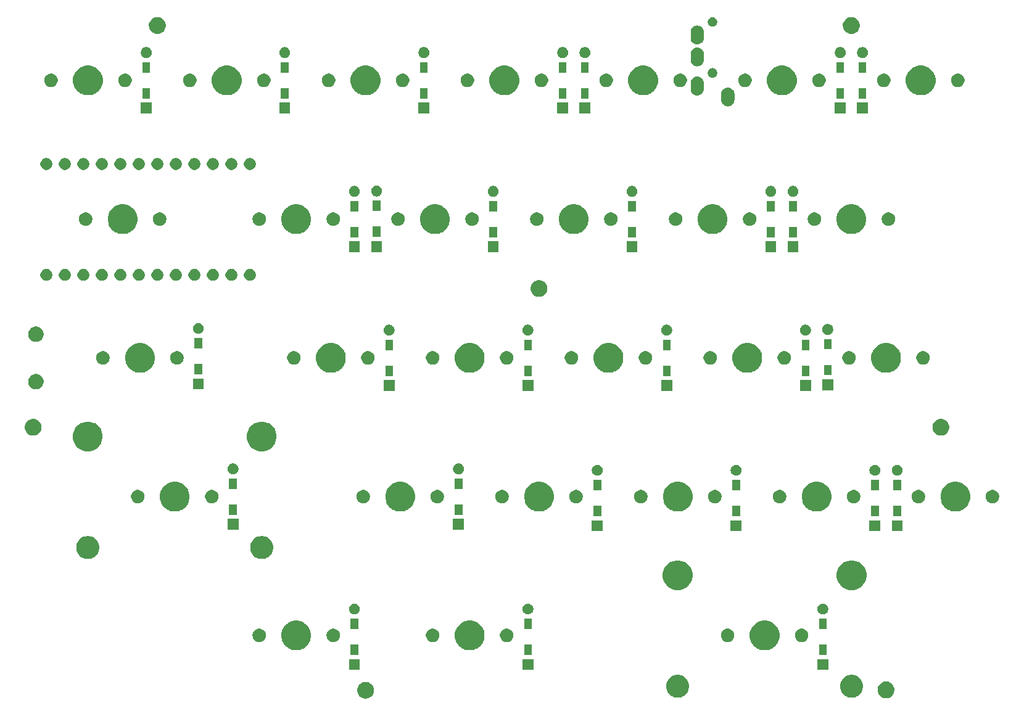
<source format=gts>
G04 #@! TF.GenerationSoftware,KiCad,Pcbnew,(5.1.5-0-10_14)*
G04 #@! TF.CreationDate,2020-07-25T11:58:14+09:00*
G04 #@! TF.ProjectId,iroha60-left,69726f68-6136-4302-9d6c-6566742e6b69,rev?*
G04 #@! TF.SameCoordinates,Original*
G04 #@! TF.FileFunction,Soldermask,Top*
G04 #@! TF.FilePolarity,Negative*
%FSLAX46Y46*%
G04 Gerber Fmt 4.6, Leading zero omitted, Abs format (unit mm)*
G04 Created by KiCad (PCBNEW (5.1.5-0-10_14)) date 2020-07-25 11:58:14*
%MOMM*%
%LPD*%
G04 APERTURE LIST*
%ADD10C,0.100000*%
G04 APERTURE END LIST*
D10*
G36*
X67534549Y-110536116D02*
G01*
X67645734Y-110558232D01*
X67855203Y-110644997D01*
X68043720Y-110770960D01*
X68204040Y-110931280D01*
X68330003Y-111119797D01*
X68396413Y-111280124D01*
X68416768Y-111329267D01*
X68451055Y-111501636D01*
X68461000Y-111551636D01*
X68461000Y-111778364D01*
X68416768Y-112000734D01*
X68330003Y-112210203D01*
X68204040Y-112398720D01*
X68043720Y-112559040D01*
X67855203Y-112685003D01*
X67645734Y-112771768D01*
X67534549Y-112793884D01*
X67423365Y-112816000D01*
X67196635Y-112816000D01*
X67085451Y-112793884D01*
X66974266Y-112771768D01*
X66764797Y-112685003D01*
X66576280Y-112559040D01*
X66415960Y-112398720D01*
X66289997Y-112210203D01*
X66203232Y-112000734D01*
X66159000Y-111778364D01*
X66159000Y-111551636D01*
X66168946Y-111501636D01*
X66203232Y-111329267D01*
X66223588Y-111280124D01*
X66289997Y-111119797D01*
X66415960Y-110931280D01*
X66576280Y-110770960D01*
X66764797Y-110644997D01*
X66974266Y-110558232D01*
X67085451Y-110536116D01*
X67196635Y-110514000D01*
X67423365Y-110514000D01*
X67534549Y-110536116D01*
G37*
G36*
X138972049Y-110486116D02*
G01*
X139083234Y-110508232D01*
X139292703Y-110594997D01*
X139481220Y-110720960D01*
X139641540Y-110881280D01*
X139767503Y-111069797D01*
X139854268Y-111279266D01*
X139864214Y-111329267D01*
X139898500Y-111501635D01*
X139898500Y-111728365D01*
X139888554Y-111778365D01*
X139854268Y-111950734D01*
X139833557Y-112000734D01*
X139780427Y-112129003D01*
X139767503Y-112160203D01*
X139641540Y-112348720D01*
X139481220Y-112509040D01*
X139292703Y-112635003D01*
X139083234Y-112721768D01*
X138972049Y-112743884D01*
X138860865Y-112766000D01*
X138634135Y-112766000D01*
X138522951Y-112743884D01*
X138411766Y-112721768D01*
X138202297Y-112635003D01*
X138013780Y-112509040D01*
X137853460Y-112348720D01*
X137727497Y-112160203D01*
X137714574Y-112129003D01*
X137661443Y-112000734D01*
X137640732Y-111950734D01*
X137606446Y-111778365D01*
X137596500Y-111728365D01*
X137596500Y-111501635D01*
X137630786Y-111329267D01*
X137640732Y-111279266D01*
X137727497Y-111069797D01*
X137853460Y-110881280D01*
X138013780Y-110720960D01*
X138202297Y-110594997D01*
X138411766Y-110508232D01*
X138522951Y-110486116D01*
X138634135Y-110464000D01*
X138860865Y-110464000D01*
X138972049Y-110486116D01*
G37*
G36*
X134476161Y-109610526D02*
G01*
X134594887Y-109659704D01*
X134762791Y-109729252D01*
X134762792Y-109729253D01*
X135020754Y-109901617D01*
X135240133Y-110120996D01*
X135355303Y-110293361D01*
X135412498Y-110378959D01*
X135531224Y-110665590D01*
X135574128Y-110881281D01*
X135591750Y-110969876D01*
X135591750Y-111280124D01*
X135537744Y-111551635D01*
X135531224Y-111584410D01*
X135412498Y-111871041D01*
X135412497Y-111871042D01*
X135240133Y-112129004D01*
X135020754Y-112348383D01*
X134848389Y-112463553D01*
X134762791Y-112520748D01*
X134594887Y-112590296D01*
X134476161Y-112639474D01*
X134171875Y-112700000D01*
X133861625Y-112700000D01*
X133557339Y-112639474D01*
X133438613Y-112590296D01*
X133270709Y-112520748D01*
X133185111Y-112463553D01*
X133012746Y-112348383D01*
X132793367Y-112129004D01*
X132621003Y-111871042D01*
X132621002Y-111871041D01*
X132502276Y-111584410D01*
X132495757Y-111551635D01*
X132441750Y-111280124D01*
X132441750Y-110969876D01*
X132459373Y-110881281D01*
X132502276Y-110665590D01*
X132621002Y-110378959D01*
X132678197Y-110293361D01*
X132793367Y-110120996D01*
X133012746Y-109901617D01*
X133270708Y-109729253D01*
X133270709Y-109729252D01*
X133438613Y-109659704D01*
X133557339Y-109610526D01*
X133861625Y-109550000D01*
X134171875Y-109550000D01*
X134476161Y-109610526D01*
G37*
G36*
X110600161Y-109610526D02*
G01*
X110718887Y-109659704D01*
X110886791Y-109729252D01*
X110886792Y-109729253D01*
X111144754Y-109901617D01*
X111364133Y-110120996D01*
X111479303Y-110293361D01*
X111536498Y-110378959D01*
X111655224Y-110665590D01*
X111698128Y-110881281D01*
X111715750Y-110969876D01*
X111715750Y-111280124D01*
X111661744Y-111551635D01*
X111655224Y-111584410D01*
X111536498Y-111871041D01*
X111536497Y-111871042D01*
X111364133Y-112129004D01*
X111144754Y-112348383D01*
X110972389Y-112463553D01*
X110886791Y-112520748D01*
X110718887Y-112590296D01*
X110600161Y-112639474D01*
X110295875Y-112700000D01*
X109985625Y-112700000D01*
X109681339Y-112639474D01*
X109562613Y-112590296D01*
X109394709Y-112520748D01*
X109309111Y-112463553D01*
X109136746Y-112348383D01*
X108917367Y-112129004D01*
X108745003Y-111871042D01*
X108745002Y-111871041D01*
X108626276Y-111584410D01*
X108619757Y-111551635D01*
X108565750Y-111280124D01*
X108565750Y-110969876D01*
X108583373Y-110881281D01*
X108626276Y-110665590D01*
X108745002Y-110378959D01*
X108802197Y-110293361D01*
X108917367Y-110120996D01*
X109136746Y-109901617D01*
X109394708Y-109729253D01*
X109394709Y-109729252D01*
X109562613Y-109659704D01*
X109681339Y-109610526D01*
X109985625Y-109550000D01*
X110295875Y-109550000D01*
X110600161Y-109610526D01*
G37*
G36*
X130828250Y-108889500D02*
G01*
X129329250Y-108889500D01*
X129329250Y-107390500D01*
X130828250Y-107390500D01*
X130828250Y-108889500D01*
G37*
G36*
X90347000Y-108889500D02*
G01*
X88848000Y-108889500D01*
X88848000Y-107390500D01*
X90347000Y-107390500D01*
X90347000Y-108889500D01*
G37*
G36*
X66534500Y-108889500D02*
G01*
X65035500Y-108889500D01*
X65035500Y-107390500D01*
X66534500Y-107390500D01*
X66534500Y-108889500D01*
G37*
G36*
X130604750Y-106806000D02*
G01*
X129552750Y-106806000D01*
X129552750Y-105404000D01*
X130604750Y-105404000D01*
X130604750Y-106806000D01*
G37*
G36*
X90123500Y-106806000D02*
G01*
X89071500Y-106806000D01*
X89071500Y-105404000D01*
X90123500Y-105404000D01*
X90123500Y-106806000D01*
G37*
G36*
X66311000Y-106806000D02*
G01*
X65259000Y-106806000D01*
X65259000Y-105404000D01*
X66311000Y-105404000D01*
X66311000Y-106806000D01*
G37*
G36*
X122675224Y-102173684D02*
G01*
X122893224Y-102263983D01*
X123047373Y-102327833D01*
X123382298Y-102551623D01*
X123667127Y-102836452D01*
X123890917Y-103171377D01*
X123923312Y-103249586D01*
X124045066Y-103543526D01*
X124123650Y-103938594D01*
X124123650Y-104341406D01*
X124045066Y-104736474D01*
X123994201Y-104859272D01*
X123890917Y-105108623D01*
X123667127Y-105443548D01*
X123382298Y-105728377D01*
X123047373Y-105952167D01*
X122893224Y-106016017D01*
X122675224Y-106106316D01*
X122280156Y-106184900D01*
X121877344Y-106184900D01*
X121482276Y-106106316D01*
X121264276Y-106016017D01*
X121110127Y-105952167D01*
X120775202Y-105728377D01*
X120490373Y-105443548D01*
X120266583Y-105108623D01*
X120163299Y-104859272D01*
X120112434Y-104736474D01*
X120033850Y-104341406D01*
X120033850Y-103938594D01*
X120112434Y-103543526D01*
X120234188Y-103249586D01*
X120266583Y-103171377D01*
X120490373Y-102836452D01*
X120775202Y-102551623D01*
X121110127Y-102327833D01*
X121264276Y-102263983D01*
X121482276Y-102173684D01*
X121877344Y-102095100D01*
X122280156Y-102095100D01*
X122675224Y-102173684D01*
G37*
G36*
X82193974Y-102173684D02*
G01*
X82411974Y-102263983D01*
X82566123Y-102327833D01*
X82901048Y-102551623D01*
X83185877Y-102836452D01*
X83409667Y-103171377D01*
X83442062Y-103249586D01*
X83563816Y-103543526D01*
X83642400Y-103938594D01*
X83642400Y-104341406D01*
X83563816Y-104736474D01*
X83512951Y-104859272D01*
X83409667Y-105108623D01*
X83185877Y-105443548D01*
X82901048Y-105728377D01*
X82566123Y-105952167D01*
X82411974Y-106016017D01*
X82193974Y-106106316D01*
X81798906Y-106184900D01*
X81396094Y-106184900D01*
X81001026Y-106106316D01*
X80783026Y-106016017D01*
X80628877Y-105952167D01*
X80293952Y-105728377D01*
X80009123Y-105443548D01*
X79785333Y-105108623D01*
X79682049Y-104859272D01*
X79631184Y-104736474D01*
X79552600Y-104341406D01*
X79552600Y-103938594D01*
X79631184Y-103543526D01*
X79752938Y-103249586D01*
X79785333Y-103171377D01*
X80009123Y-102836452D01*
X80293952Y-102551623D01*
X80628877Y-102327833D01*
X80783026Y-102263983D01*
X81001026Y-102173684D01*
X81396094Y-102095100D01*
X81798906Y-102095100D01*
X82193974Y-102173684D01*
G37*
G36*
X58381474Y-102173684D02*
G01*
X58599474Y-102263983D01*
X58753623Y-102327833D01*
X59088548Y-102551623D01*
X59373377Y-102836452D01*
X59597167Y-103171377D01*
X59629562Y-103249586D01*
X59751316Y-103543526D01*
X59829900Y-103938594D01*
X59829900Y-104341406D01*
X59751316Y-104736474D01*
X59700451Y-104859272D01*
X59597167Y-105108623D01*
X59373377Y-105443548D01*
X59088548Y-105728377D01*
X58753623Y-105952167D01*
X58599474Y-106016017D01*
X58381474Y-106106316D01*
X57986406Y-106184900D01*
X57583594Y-106184900D01*
X57188526Y-106106316D01*
X56970526Y-106016017D01*
X56816377Y-105952167D01*
X56481452Y-105728377D01*
X56196623Y-105443548D01*
X55972833Y-105108623D01*
X55869549Y-104859272D01*
X55818684Y-104736474D01*
X55740100Y-104341406D01*
X55740100Y-103938594D01*
X55818684Y-103543526D01*
X55940438Y-103249586D01*
X55972833Y-103171377D01*
X56196623Y-102836452D01*
X56481452Y-102551623D01*
X56816377Y-102327833D01*
X56970526Y-102263983D01*
X57188526Y-102173684D01*
X57583594Y-102095100D01*
X57986406Y-102095100D01*
X58381474Y-102173684D01*
G37*
G36*
X86947604Y-103249585D02*
G01*
X87116126Y-103319389D01*
X87267791Y-103420728D01*
X87396772Y-103549709D01*
X87498111Y-103701374D01*
X87567915Y-103869896D01*
X87603500Y-104048797D01*
X87603500Y-104231203D01*
X87567915Y-104410104D01*
X87498111Y-104578626D01*
X87396772Y-104730291D01*
X87267791Y-104859272D01*
X87116126Y-104960611D01*
X86947604Y-105030415D01*
X86768703Y-105066000D01*
X86586297Y-105066000D01*
X86407396Y-105030415D01*
X86238874Y-104960611D01*
X86087209Y-104859272D01*
X85958228Y-104730291D01*
X85856889Y-104578626D01*
X85787085Y-104410104D01*
X85751500Y-104231203D01*
X85751500Y-104048797D01*
X85787085Y-103869896D01*
X85856889Y-103701374D01*
X85958228Y-103549709D01*
X86087209Y-103420728D01*
X86238874Y-103319389D01*
X86407396Y-103249585D01*
X86586297Y-103214000D01*
X86768703Y-103214000D01*
X86947604Y-103249585D01*
G37*
G36*
X52975104Y-103249585D02*
G01*
X53143626Y-103319389D01*
X53295291Y-103420728D01*
X53424272Y-103549709D01*
X53525611Y-103701374D01*
X53595415Y-103869896D01*
X53631000Y-104048797D01*
X53631000Y-104231203D01*
X53595415Y-104410104D01*
X53525611Y-104578626D01*
X53424272Y-104730291D01*
X53295291Y-104859272D01*
X53143626Y-104960611D01*
X52975104Y-105030415D01*
X52796203Y-105066000D01*
X52613797Y-105066000D01*
X52434896Y-105030415D01*
X52266374Y-104960611D01*
X52114709Y-104859272D01*
X51985728Y-104730291D01*
X51884389Y-104578626D01*
X51814585Y-104410104D01*
X51779000Y-104231203D01*
X51779000Y-104048797D01*
X51814585Y-103869896D01*
X51884389Y-103701374D01*
X51985728Y-103549709D01*
X52114709Y-103420728D01*
X52266374Y-103319389D01*
X52434896Y-103249585D01*
X52613797Y-103214000D01*
X52796203Y-103214000D01*
X52975104Y-103249585D01*
G37*
G36*
X63135104Y-103249585D02*
G01*
X63303626Y-103319389D01*
X63455291Y-103420728D01*
X63584272Y-103549709D01*
X63685611Y-103701374D01*
X63755415Y-103869896D01*
X63791000Y-104048797D01*
X63791000Y-104231203D01*
X63755415Y-104410104D01*
X63685611Y-104578626D01*
X63584272Y-104730291D01*
X63455291Y-104859272D01*
X63303626Y-104960611D01*
X63135104Y-105030415D01*
X62956203Y-105066000D01*
X62773797Y-105066000D01*
X62594896Y-105030415D01*
X62426374Y-104960611D01*
X62274709Y-104859272D01*
X62145728Y-104730291D01*
X62044389Y-104578626D01*
X61974585Y-104410104D01*
X61939000Y-104231203D01*
X61939000Y-104048797D01*
X61974585Y-103869896D01*
X62044389Y-103701374D01*
X62145728Y-103549709D01*
X62274709Y-103420728D01*
X62426374Y-103319389D01*
X62594896Y-103249585D01*
X62773797Y-103214000D01*
X62956203Y-103214000D01*
X63135104Y-103249585D01*
G37*
G36*
X76787604Y-103249585D02*
G01*
X76956126Y-103319389D01*
X77107791Y-103420728D01*
X77236772Y-103549709D01*
X77338111Y-103701374D01*
X77407915Y-103869896D01*
X77443500Y-104048797D01*
X77443500Y-104231203D01*
X77407915Y-104410104D01*
X77338111Y-104578626D01*
X77236772Y-104730291D01*
X77107791Y-104859272D01*
X76956126Y-104960611D01*
X76787604Y-105030415D01*
X76608703Y-105066000D01*
X76426297Y-105066000D01*
X76247396Y-105030415D01*
X76078874Y-104960611D01*
X75927209Y-104859272D01*
X75798228Y-104730291D01*
X75696889Y-104578626D01*
X75627085Y-104410104D01*
X75591500Y-104231203D01*
X75591500Y-104048797D01*
X75627085Y-103869896D01*
X75696889Y-103701374D01*
X75798228Y-103549709D01*
X75927209Y-103420728D01*
X76078874Y-103319389D01*
X76247396Y-103249585D01*
X76426297Y-103214000D01*
X76608703Y-103214000D01*
X76787604Y-103249585D01*
G37*
G36*
X117268854Y-103249585D02*
G01*
X117437376Y-103319389D01*
X117589041Y-103420728D01*
X117718022Y-103549709D01*
X117819361Y-103701374D01*
X117889165Y-103869896D01*
X117924750Y-104048797D01*
X117924750Y-104231203D01*
X117889165Y-104410104D01*
X117819361Y-104578626D01*
X117718022Y-104730291D01*
X117589041Y-104859272D01*
X117437376Y-104960611D01*
X117268854Y-105030415D01*
X117089953Y-105066000D01*
X116907547Y-105066000D01*
X116728646Y-105030415D01*
X116560124Y-104960611D01*
X116408459Y-104859272D01*
X116279478Y-104730291D01*
X116178139Y-104578626D01*
X116108335Y-104410104D01*
X116072750Y-104231203D01*
X116072750Y-104048797D01*
X116108335Y-103869896D01*
X116178139Y-103701374D01*
X116279478Y-103549709D01*
X116408459Y-103420728D01*
X116560124Y-103319389D01*
X116728646Y-103249585D01*
X116907547Y-103214000D01*
X117089953Y-103214000D01*
X117268854Y-103249585D01*
G37*
G36*
X127428854Y-103249585D02*
G01*
X127597376Y-103319389D01*
X127749041Y-103420728D01*
X127878022Y-103549709D01*
X127979361Y-103701374D01*
X128049165Y-103869896D01*
X128084750Y-104048797D01*
X128084750Y-104231203D01*
X128049165Y-104410104D01*
X127979361Y-104578626D01*
X127878022Y-104730291D01*
X127749041Y-104859272D01*
X127597376Y-104960611D01*
X127428854Y-105030415D01*
X127249953Y-105066000D01*
X127067547Y-105066000D01*
X126888646Y-105030415D01*
X126720124Y-104960611D01*
X126568459Y-104859272D01*
X126439478Y-104730291D01*
X126338139Y-104578626D01*
X126268335Y-104410104D01*
X126232750Y-104231203D01*
X126232750Y-104048797D01*
X126268335Y-103869896D01*
X126338139Y-103701374D01*
X126439478Y-103549709D01*
X126568459Y-103420728D01*
X126720124Y-103319389D01*
X126888646Y-103249585D01*
X127067547Y-103214000D01*
X127249953Y-103214000D01*
X127428854Y-103249585D01*
G37*
G36*
X66311000Y-103256000D02*
G01*
X65259000Y-103256000D01*
X65259000Y-101854000D01*
X66311000Y-101854000D01*
X66311000Y-103256000D01*
G37*
G36*
X90123500Y-103256000D02*
G01*
X89071500Y-103256000D01*
X89071500Y-101854000D01*
X90123500Y-101854000D01*
X90123500Y-103256000D01*
G37*
G36*
X130604750Y-103256000D02*
G01*
X129552750Y-103256000D01*
X129552750Y-101854000D01*
X130604750Y-101854000D01*
X130604750Y-103256000D01*
G37*
G36*
X65879425Y-99774599D02*
G01*
X66003621Y-99799302D01*
X66140022Y-99855801D01*
X66262779Y-99937825D01*
X66367175Y-100042221D01*
X66449199Y-100164978D01*
X66505698Y-100301379D01*
X66534500Y-100446181D01*
X66534500Y-100593819D01*
X66505698Y-100738621D01*
X66449199Y-100875022D01*
X66367175Y-100997779D01*
X66262779Y-101102175D01*
X66140022Y-101184199D01*
X66003621Y-101240698D01*
X65879425Y-101265401D01*
X65858820Y-101269500D01*
X65711180Y-101269500D01*
X65690575Y-101265401D01*
X65566379Y-101240698D01*
X65429978Y-101184199D01*
X65307221Y-101102175D01*
X65202825Y-100997779D01*
X65120801Y-100875022D01*
X65064302Y-100738621D01*
X65035500Y-100593819D01*
X65035500Y-100446181D01*
X65064302Y-100301379D01*
X65120801Y-100164978D01*
X65202825Y-100042221D01*
X65307221Y-99937825D01*
X65429978Y-99855801D01*
X65566379Y-99799302D01*
X65690575Y-99774599D01*
X65711180Y-99770500D01*
X65858820Y-99770500D01*
X65879425Y-99774599D01*
G37*
G36*
X89691925Y-99774599D02*
G01*
X89816121Y-99799302D01*
X89952522Y-99855801D01*
X90075279Y-99937825D01*
X90179675Y-100042221D01*
X90261699Y-100164978D01*
X90318198Y-100301379D01*
X90347000Y-100446181D01*
X90347000Y-100593819D01*
X90318198Y-100738621D01*
X90261699Y-100875022D01*
X90179675Y-100997779D01*
X90075279Y-101102175D01*
X89952522Y-101184199D01*
X89816121Y-101240698D01*
X89691925Y-101265401D01*
X89671320Y-101269500D01*
X89523680Y-101269500D01*
X89503075Y-101265401D01*
X89378879Y-101240698D01*
X89242478Y-101184199D01*
X89119721Y-101102175D01*
X89015325Y-100997779D01*
X88933301Y-100875022D01*
X88876802Y-100738621D01*
X88848000Y-100593819D01*
X88848000Y-100446181D01*
X88876802Y-100301379D01*
X88933301Y-100164978D01*
X89015325Y-100042221D01*
X89119721Y-99937825D01*
X89242478Y-99855801D01*
X89378879Y-99799302D01*
X89503075Y-99774599D01*
X89523680Y-99770500D01*
X89671320Y-99770500D01*
X89691925Y-99774599D01*
G37*
G36*
X130173175Y-99774599D02*
G01*
X130297371Y-99799302D01*
X130433772Y-99855801D01*
X130556529Y-99937825D01*
X130660925Y-100042221D01*
X130742949Y-100164978D01*
X130799448Y-100301379D01*
X130828250Y-100446181D01*
X130828250Y-100593819D01*
X130799448Y-100738621D01*
X130742949Y-100875022D01*
X130660925Y-100997779D01*
X130556529Y-101102175D01*
X130433772Y-101184199D01*
X130297371Y-101240698D01*
X130173175Y-101265401D01*
X130152570Y-101269500D01*
X130004930Y-101269500D01*
X129984325Y-101265401D01*
X129860129Y-101240698D01*
X129723728Y-101184199D01*
X129600971Y-101102175D01*
X129496575Y-100997779D01*
X129414551Y-100875022D01*
X129358052Y-100738621D01*
X129329250Y-100593819D01*
X129329250Y-100446181D01*
X129358052Y-100301379D01*
X129414551Y-100164978D01*
X129496575Y-100042221D01*
X129600971Y-99937825D01*
X129723728Y-99855801D01*
X129860129Y-99799302D01*
X129984325Y-99774599D01*
X130004930Y-99770500D01*
X130152570Y-99770500D01*
X130173175Y-99774599D01*
G37*
G36*
X110737224Y-93918684D02*
G01*
X110955224Y-94008983D01*
X111109373Y-94072833D01*
X111444298Y-94296623D01*
X111729127Y-94581452D01*
X111952917Y-94916377D01*
X111952917Y-94916378D01*
X112107066Y-95288526D01*
X112185650Y-95683594D01*
X112185650Y-96086406D01*
X112107066Y-96481474D01*
X112016767Y-96699474D01*
X111952917Y-96853623D01*
X111729127Y-97188548D01*
X111444298Y-97473377D01*
X111109373Y-97697167D01*
X110955224Y-97761017D01*
X110737224Y-97851316D01*
X110342156Y-97929900D01*
X109939344Y-97929900D01*
X109544276Y-97851316D01*
X109326276Y-97761017D01*
X109172127Y-97697167D01*
X108837202Y-97473377D01*
X108552373Y-97188548D01*
X108328583Y-96853623D01*
X108264733Y-96699474D01*
X108174434Y-96481474D01*
X108095850Y-96086406D01*
X108095850Y-95683594D01*
X108174434Y-95288526D01*
X108328583Y-94916378D01*
X108328583Y-94916377D01*
X108552373Y-94581452D01*
X108837202Y-94296623D01*
X109172127Y-94072833D01*
X109326276Y-94008983D01*
X109544276Y-93918684D01*
X109939344Y-93840100D01*
X110342156Y-93840100D01*
X110737224Y-93918684D01*
G37*
G36*
X134613224Y-93918684D02*
G01*
X134831224Y-94008983D01*
X134985373Y-94072833D01*
X135320298Y-94296623D01*
X135605127Y-94581452D01*
X135828917Y-94916377D01*
X135828917Y-94916378D01*
X135983066Y-95288526D01*
X136061650Y-95683594D01*
X136061650Y-96086406D01*
X135983066Y-96481474D01*
X135892767Y-96699474D01*
X135828917Y-96853623D01*
X135605127Y-97188548D01*
X135320298Y-97473377D01*
X134985373Y-97697167D01*
X134831224Y-97761017D01*
X134613224Y-97851316D01*
X134218156Y-97929900D01*
X133815344Y-97929900D01*
X133420276Y-97851316D01*
X133202276Y-97761017D01*
X133048127Y-97697167D01*
X132713202Y-97473377D01*
X132428373Y-97188548D01*
X132204583Y-96853623D01*
X132140733Y-96699474D01*
X132050434Y-96481474D01*
X131971850Y-96086406D01*
X131971850Y-95683594D01*
X132050434Y-95288526D01*
X132204583Y-94916378D01*
X132204583Y-94916377D01*
X132428373Y-94581452D01*
X132713202Y-94296623D01*
X133048127Y-94072833D01*
X133202276Y-94008983D01*
X133420276Y-93918684D01*
X133815344Y-93840100D01*
X134218156Y-93840100D01*
X134613224Y-93918684D01*
G37*
G36*
X53361517Y-90530263D02*
G01*
X53513661Y-90560526D01*
X53632387Y-90609704D01*
X53800291Y-90679252D01*
X53800292Y-90679253D01*
X54058254Y-90851617D01*
X54277633Y-91070996D01*
X54392803Y-91243361D01*
X54449998Y-91328959D01*
X54568724Y-91615590D01*
X54629250Y-91919875D01*
X54629250Y-92230125D01*
X54568724Y-92534410D01*
X54449998Y-92821041D01*
X54449997Y-92821042D01*
X54277633Y-93079004D01*
X54058254Y-93298383D01*
X53885889Y-93413553D01*
X53800291Y-93470748D01*
X53632387Y-93540296D01*
X53513661Y-93589474D01*
X53209375Y-93650000D01*
X52899125Y-93650000D01*
X52594839Y-93589474D01*
X52476113Y-93540296D01*
X52308209Y-93470748D01*
X52222611Y-93413553D01*
X52050246Y-93298383D01*
X51830867Y-93079004D01*
X51658503Y-92821042D01*
X51658502Y-92821041D01*
X51539776Y-92534410D01*
X51479250Y-92230125D01*
X51479250Y-91919875D01*
X51539776Y-91615590D01*
X51658502Y-91328959D01*
X51715697Y-91243361D01*
X51830867Y-91070996D01*
X52050246Y-90851617D01*
X52308208Y-90679253D01*
X52308209Y-90679252D01*
X52476113Y-90609704D01*
X52594839Y-90560526D01*
X52746983Y-90530263D01*
X52899125Y-90500000D01*
X53209375Y-90500000D01*
X53361517Y-90530263D01*
G37*
G36*
X29485517Y-90530263D02*
G01*
X29637661Y-90560526D01*
X29756387Y-90609704D01*
X29924291Y-90679252D01*
X29924292Y-90679253D01*
X30182254Y-90851617D01*
X30401633Y-91070996D01*
X30516803Y-91243361D01*
X30573998Y-91328959D01*
X30692724Y-91615590D01*
X30753250Y-91919875D01*
X30753250Y-92230125D01*
X30692724Y-92534410D01*
X30573998Y-92821041D01*
X30573997Y-92821042D01*
X30401633Y-93079004D01*
X30182254Y-93298383D01*
X30009889Y-93413553D01*
X29924291Y-93470748D01*
X29756387Y-93540296D01*
X29637661Y-93589474D01*
X29333375Y-93650000D01*
X29023125Y-93650000D01*
X28718839Y-93589474D01*
X28600113Y-93540296D01*
X28432209Y-93470748D01*
X28346611Y-93413553D01*
X28174246Y-93298383D01*
X27954867Y-93079004D01*
X27782503Y-92821042D01*
X27782502Y-92821041D01*
X27663776Y-92534410D01*
X27603250Y-92230125D01*
X27603250Y-91919875D01*
X27663776Y-91615590D01*
X27782502Y-91328959D01*
X27839697Y-91243361D01*
X27954867Y-91070996D01*
X28174246Y-90851617D01*
X28432208Y-90679253D01*
X28432209Y-90679252D01*
X28600113Y-90609704D01*
X28718839Y-90560526D01*
X28870983Y-90530263D01*
X29023125Y-90500000D01*
X29333375Y-90500000D01*
X29485517Y-90530263D01*
G37*
G36*
X141022000Y-89839500D02*
G01*
X139523000Y-89839500D01*
X139523000Y-88340500D01*
X141022000Y-88340500D01*
X141022000Y-89839500D01*
G37*
G36*
X99872000Y-89839500D02*
G01*
X98373000Y-89839500D01*
X98373000Y-88340500D01*
X99872000Y-88340500D01*
X99872000Y-89839500D01*
G37*
G36*
X118922000Y-89839500D02*
G01*
X117423000Y-89839500D01*
X117423000Y-88340500D01*
X118922000Y-88340500D01*
X118922000Y-89839500D01*
G37*
G36*
X137972000Y-89839500D02*
G01*
X136473000Y-89839500D01*
X136473000Y-88340500D01*
X137972000Y-88340500D01*
X137972000Y-89839500D01*
G37*
G36*
X49865750Y-89649500D02*
G01*
X48366750Y-89649500D01*
X48366750Y-88150500D01*
X49865750Y-88150500D01*
X49865750Y-89649500D01*
G37*
G36*
X80822000Y-89649500D02*
G01*
X79323000Y-89649500D01*
X79323000Y-88150500D01*
X80822000Y-88150500D01*
X80822000Y-89649500D01*
G37*
G36*
X140798500Y-87756000D02*
G01*
X139746500Y-87756000D01*
X139746500Y-86354000D01*
X140798500Y-86354000D01*
X140798500Y-87756000D01*
G37*
G36*
X137748500Y-87756000D02*
G01*
X136696500Y-87756000D01*
X136696500Y-86354000D01*
X137748500Y-86354000D01*
X137748500Y-87756000D01*
G37*
G36*
X118698500Y-87756000D02*
G01*
X117646500Y-87756000D01*
X117646500Y-86354000D01*
X118698500Y-86354000D01*
X118698500Y-87756000D01*
G37*
G36*
X99648500Y-87756000D02*
G01*
X98596500Y-87756000D01*
X98596500Y-86354000D01*
X99648500Y-86354000D01*
X99648500Y-87756000D01*
G37*
G36*
X80598500Y-87566000D02*
G01*
X79546500Y-87566000D01*
X79546500Y-86164000D01*
X80598500Y-86164000D01*
X80598500Y-87566000D01*
G37*
G36*
X49642250Y-87566000D02*
G01*
X48590250Y-87566000D01*
X48590250Y-86164000D01*
X49642250Y-86164000D01*
X49642250Y-87566000D01*
G37*
G36*
X41712724Y-83123684D02*
G01*
X41930724Y-83213983D01*
X42084873Y-83277833D01*
X42419798Y-83501623D01*
X42704627Y-83786452D01*
X42928417Y-84121377D01*
X42960812Y-84199586D01*
X43082566Y-84493526D01*
X43161150Y-84888594D01*
X43161150Y-85291406D01*
X43082566Y-85686474D01*
X43031701Y-85809272D01*
X42928417Y-86058623D01*
X42704627Y-86393548D01*
X42419798Y-86678377D01*
X42084873Y-86902167D01*
X41930724Y-86966017D01*
X41712724Y-87056316D01*
X41317656Y-87134900D01*
X40914844Y-87134900D01*
X40519776Y-87056316D01*
X40301776Y-86966017D01*
X40147627Y-86902167D01*
X39812702Y-86678377D01*
X39527873Y-86393548D01*
X39304083Y-86058623D01*
X39200799Y-85809272D01*
X39149934Y-85686474D01*
X39071350Y-85291406D01*
X39071350Y-84888594D01*
X39149934Y-84493526D01*
X39271688Y-84199586D01*
X39304083Y-84121377D01*
X39527873Y-83786452D01*
X39812702Y-83501623D01*
X40147627Y-83277833D01*
X40301776Y-83213983D01*
X40519776Y-83123684D01*
X40914844Y-83045100D01*
X41317656Y-83045100D01*
X41712724Y-83123684D01*
G37*
G36*
X72668974Y-83123684D02*
G01*
X72886974Y-83213983D01*
X73041123Y-83277833D01*
X73376048Y-83501623D01*
X73660877Y-83786452D01*
X73884667Y-84121377D01*
X73917062Y-84199586D01*
X74038816Y-84493526D01*
X74117400Y-84888594D01*
X74117400Y-85291406D01*
X74038816Y-85686474D01*
X73987951Y-85809272D01*
X73884667Y-86058623D01*
X73660877Y-86393548D01*
X73376048Y-86678377D01*
X73041123Y-86902167D01*
X72886974Y-86966017D01*
X72668974Y-87056316D01*
X72273906Y-87134900D01*
X71871094Y-87134900D01*
X71476026Y-87056316D01*
X71258026Y-86966017D01*
X71103877Y-86902167D01*
X70768952Y-86678377D01*
X70484123Y-86393548D01*
X70260333Y-86058623D01*
X70157049Y-85809272D01*
X70106184Y-85686474D01*
X70027600Y-85291406D01*
X70027600Y-84888594D01*
X70106184Y-84493526D01*
X70227938Y-84199586D01*
X70260333Y-84121377D01*
X70484123Y-83786452D01*
X70768952Y-83501623D01*
X71103877Y-83277833D01*
X71258026Y-83213983D01*
X71476026Y-83123684D01*
X71871094Y-83045100D01*
X72273906Y-83045100D01*
X72668974Y-83123684D01*
G37*
G36*
X91718974Y-83123684D02*
G01*
X91936974Y-83213983D01*
X92091123Y-83277833D01*
X92426048Y-83501623D01*
X92710877Y-83786452D01*
X92934667Y-84121377D01*
X92967062Y-84199586D01*
X93088816Y-84493526D01*
X93167400Y-84888594D01*
X93167400Y-85291406D01*
X93088816Y-85686474D01*
X93037951Y-85809272D01*
X92934667Y-86058623D01*
X92710877Y-86393548D01*
X92426048Y-86678377D01*
X92091123Y-86902167D01*
X91936974Y-86966017D01*
X91718974Y-87056316D01*
X91323906Y-87134900D01*
X90921094Y-87134900D01*
X90526026Y-87056316D01*
X90308026Y-86966017D01*
X90153877Y-86902167D01*
X89818952Y-86678377D01*
X89534123Y-86393548D01*
X89310333Y-86058623D01*
X89207049Y-85809272D01*
X89156184Y-85686474D01*
X89077600Y-85291406D01*
X89077600Y-84888594D01*
X89156184Y-84493526D01*
X89277938Y-84199586D01*
X89310333Y-84121377D01*
X89534123Y-83786452D01*
X89818952Y-83501623D01*
X90153877Y-83277833D01*
X90308026Y-83213983D01*
X90526026Y-83123684D01*
X90921094Y-83045100D01*
X91323906Y-83045100D01*
X91718974Y-83123684D01*
G37*
G36*
X110768974Y-83123684D02*
G01*
X110986974Y-83213983D01*
X111141123Y-83277833D01*
X111476048Y-83501623D01*
X111760877Y-83786452D01*
X111984667Y-84121377D01*
X112017062Y-84199586D01*
X112138816Y-84493526D01*
X112217400Y-84888594D01*
X112217400Y-85291406D01*
X112138816Y-85686474D01*
X112087951Y-85809272D01*
X111984667Y-86058623D01*
X111760877Y-86393548D01*
X111476048Y-86678377D01*
X111141123Y-86902167D01*
X110986974Y-86966017D01*
X110768974Y-87056316D01*
X110373906Y-87134900D01*
X109971094Y-87134900D01*
X109576026Y-87056316D01*
X109358026Y-86966017D01*
X109203877Y-86902167D01*
X108868952Y-86678377D01*
X108584123Y-86393548D01*
X108360333Y-86058623D01*
X108257049Y-85809272D01*
X108206184Y-85686474D01*
X108127600Y-85291406D01*
X108127600Y-84888594D01*
X108206184Y-84493526D01*
X108327938Y-84199586D01*
X108360333Y-84121377D01*
X108584123Y-83786452D01*
X108868952Y-83501623D01*
X109203877Y-83277833D01*
X109358026Y-83213983D01*
X109576026Y-83123684D01*
X109971094Y-83045100D01*
X110373906Y-83045100D01*
X110768974Y-83123684D01*
G37*
G36*
X129818974Y-83123684D02*
G01*
X130036974Y-83213983D01*
X130191123Y-83277833D01*
X130526048Y-83501623D01*
X130810877Y-83786452D01*
X131034667Y-84121377D01*
X131067062Y-84199586D01*
X131188816Y-84493526D01*
X131267400Y-84888594D01*
X131267400Y-85291406D01*
X131188816Y-85686474D01*
X131137951Y-85809272D01*
X131034667Y-86058623D01*
X130810877Y-86393548D01*
X130526048Y-86678377D01*
X130191123Y-86902167D01*
X130036974Y-86966017D01*
X129818974Y-87056316D01*
X129423906Y-87134900D01*
X129021094Y-87134900D01*
X128626026Y-87056316D01*
X128408026Y-86966017D01*
X128253877Y-86902167D01*
X127918952Y-86678377D01*
X127634123Y-86393548D01*
X127410333Y-86058623D01*
X127307049Y-85809272D01*
X127256184Y-85686474D01*
X127177600Y-85291406D01*
X127177600Y-84888594D01*
X127256184Y-84493526D01*
X127377938Y-84199586D01*
X127410333Y-84121377D01*
X127634123Y-83786452D01*
X127918952Y-83501623D01*
X128253877Y-83277833D01*
X128408026Y-83213983D01*
X128626026Y-83123684D01*
X129021094Y-83045100D01*
X129423906Y-83045100D01*
X129818974Y-83123684D01*
G37*
G36*
X148868974Y-83123684D02*
G01*
X149086974Y-83213983D01*
X149241123Y-83277833D01*
X149576048Y-83501623D01*
X149860877Y-83786452D01*
X150084667Y-84121377D01*
X150117062Y-84199586D01*
X150238816Y-84493526D01*
X150317400Y-84888594D01*
X150317400Y-85291406D01*
X150238816Y-85686474D01*
X150187951Y-85809272D01*
X150084667Y-86058623D01*
X149860877Y-86393548D01*
X149576048Y-86678377D01*
X149241123Y-86902167D01*
X149086974Y-86966017D01*
X148868974Y-87056316D01*
X148473906Y-87134900D01*
X148071094Y-87134900D01*
X147676026Y-87056316D01*
X147458026Y-86966017D01*
X147303877Y-86902167D01*
X146968952Y-86678377D01*
X146684123Y-86393548D01*
X146460333Y-86058623D01*
X146357049Y-85809272D01*
X146306184Y-85686474D01*
X146227600Y-85291406D01*
X146227600Y-84888594D01*
X146306184Y-84493526D01*
X146427938Y-84199586D01*
X146460333Y-84121377D01*
X146684123Y-83786452D01*
X146968952Y-83501623D01*
X147303877Y-83277833D01*
X147458026Y-83213983D01*
X147676026Y-83123684D01*
X148071094Y-83045100D01*
X148473906Y-83045100D01*
X148868974Y-83123684D01*
G37*
G36*
X115522604Y-84199585D02*
G01*
X115691126Y-84269389D01*
X115842791Y-84370728D01*
X115971772Y-84499709D01*
X116073111Y-84651374D01*
X116142915Y-84819896D01*
X116178500Y-84998797D01*
X116178500Y-85181203D01*
X116142915Y-85360104D01*
X116073111Y-85528626D01*
X115971772Y-85680291D01*
X115842791Y-85809272D01*
X115691126Y-85910611D01*
X115522604Y-85980415D01*
X115343703Y-86016000D01*
X115161297Y-86016000D01*
X114982396Y-85980415D01*
X114813874Y-85910611D01*
X114662209Y-85809272D01*
X114533228Y-85680291D01*
X114431889Y-85528626D01*
X114362085Y-85360104D01*
X114326500Y-85181203D01*
X114326500Y-84998797D01*
X114362085Y-84819896D01*
X114431889Y-84651374D01*
X114533228Y-84499709D01*
X114662209Y-84370728D01*
X114813874Y-84269389D01*
X114982396Y-84199585D01*
X115161297Y-84164000D01*
X115343703Y-84164000D01*
X115522604Y-84199585D01*
G37*
G36*
X86312604Y-84199585D02*
G01*
X86481126Y-84269389D01*
X86632791Y-84370728D01*
X86761772Y-84499709D01*
X86863111Y-84651374D01*
X86932915Y-84819896D01*
X86968500Y-84998797D01*
X86968500Y-85181203D01*
X86932915Y-85360104D01*
X86863111Y-85528626D01*
X86761772Y-85680291D01*
X86632791Y-85809272D01*
X86481126Y-85910611D01*
X86312604Y-85980415D01*
X86133703Y-86016000D01*
X85951297Y-86016000D01*
X85772396Y-85980415D01*
X85603874Y-85910611D01*
X85452209Y-85809272D01*
X85323228Y-85680291D01*
X85221889Y-85528626D01*
X85152085Y-85360104D01*
X85116500Y-85181203D01*
X85116500Y-84998797D01*
X85152085Y-84819896D01*
X85221889Y-84651374D01*
X85323228Y-84499709D01*
X85452209Y-84370728D01*
X85603874Y-84269389D01*
X85772396Y-84199585D01*
X85951297Y-84164000D01*
X86133703Y-84164000D01*
X86312604Y-84199585D01*
G37*
G36*
X96472604Y-84199585D02*
G01*
X96641126Y-84269389D01*
X96792791Y-84370728D01*
X96921772Y-84499709D01*
X97023111Y-84651374D01*
X97092915Y-84819896D01*
X97128500Y-84998797D01*
X97128500Y-85181203D01*
X97092915Y-85360104D01*
X97023111Y-85528626D01*
X96921772Y-85680291D01*
X96792791Y-85809272D01*
X96641126Y-85910611D01*
X96472604Y-85980415D01*
X96293703Y-86016000D01*
X96111297Y-86016000D01*
X95932396Y-85980415D01*
X95763874Y-85910611D01*
X95612209Y-85809272D01*
X95483228Y-85680291D01*
X95381889Y-85528626D01*
X95312085Y-85360104D01*
X95276500Y-85181203D01*
X95276500Y-84998797D01*
X95312085Y-84819896D01*
X95381889Y-84651374D01*
X95483228Y-84499709D01*
X95612209Y-84370728D01*
X95763874Y-84269389D01*
X95932396Y-84199585D01*
X96111297Y-84164000D01*
X96293703Y-84164000D01*
X96472604Y-84199585D01*
G37*
G36*
X105362604Y-84199585D02*
G01*
X105531126Y-84269389D01*
X105682791Y-84370728D01*
X105811772Y-84499709D01*
X105913111Y-84651374D01*
X105982915Y-84819896D01*
X106018500Y-84998797D01*
X106018500Y-85181203D01*
X105982915Y-85360104D01*
X105913111Y-85528626D01*
X105811772Y-85680291D01*
X105682791Y-85809272D01*
X105531126Y-85910611D01*
X105362604Y-85980415D01*
X105183703Y-86016000D01*
X105001297Y-86016000D01*
X104822396Y-85980415D01*
X104653874Y-85910611D01*
X104502209Y-85809272D01*
X104373228Y-85680291D01*
X104271889Y-85528626D01*
X104202085Y-85360104D01*
X104166500Y-85181203D01*
X104166500Y-84998797D01*
X104202085Y-84819896D01*
X104271889Y-84651374D01*
X104373228Y-84499709D01*
X104502209Y-84370728D01*
X104653874Y-84269389D01*
X104822396Y-84199585D01*
X105001297Y-84164000D01*
X105183703Y-84164000D01*
X105362604Y-84199585D01*
G37*
G36*
X67262604Y-84199585D02*
G01*
X67431126Y-84269389D01*
X67582791Y-84370728D01*
X67711772Y-84499709D01*
X67813111Y-84651374D01*
X67882915Y-84819896D01*
X67918500Y-84998797D01*
X67918500Y-85181203D01*
X67882915Y-85360104D01*
X67813111Y-85528626D01*
X67711772Y-85680291D01*
X67582791Y-85809272D01*
X67431126Y-85910611D01*
X67262604Y-85980415D01*
X67083703Y-86016000D01*
X66901297Y-86016000D01*
X66722396Y-85980415D01*
X66553874Y-85910611D01*
X66402209Y-85809272D01*
X66273228Y-85680291D01*
X66171889Y-85528626D01*
X66102085Y-85360104D01*
X66066500Y-85181203D01*
X66066500Y-84998797D01*
X66102085Y-84819896D01*
X66171889Y-84651374D01*
X66273228Y-84499709D01*
X66402209Y-84370728D01*
X66553874Y-84269389D01*
X66722396Y-84199585D01*
X66901297Y-84164000D01*
X67083703Y-84164000D01*
X67262604Y-84199585D01*
G37*
G36*
X77422604Y-84199585D02*
G01*
X77591126Y-84269389D01*
X77742791Y-84370728D01*
X77871772Y-84499709D01*
X77973111Y-84651374D01*
X78042915Y-84819896D01*
X78078500Y-84998797D01*
X78078500Y-85181203D01*
X78042915Y-85360104D01*
X77973111Y-85528626D01*
X77871772Y-85680291D01*
X77742791Y-85809272D01*
X77591126Y-85910611D01*
X77422604Y-85980415D01*
X77243703Y-86016000D01*
X77061297Y-86016000D01*
X76882396Y-85980415D01*
X76713874Y-85910611D01*
X76562209Y-85809272D01*
X76433228Y-85680291D01*
X76331889Y-85528626D01*
X76262085Y-85360104D01*
X76226500Y-85181203D01*
X76226500Y-84998797D01*
X76262085Y-84819896D01*
X76331889Y-84651374D01*
X76433228Y-84499709D01*
X76562209Y-84370728D01*
X76713874Y-84269389D01*
X76882396Y-84199585D01*
X77061297Y-84164000D01*
X77243703Y-84164000D01*
X77422604Y-84199585D01*
G37*
G36*
X143462604Y-84199585D02*
G01*
X143631126Y-84269389D01*
X143782791Y-84370728D01*
X143911772Y-84499709D01*
X144013111Y-84651374D01*
X144082915Y-84819896D01*
X144118500Y-84998797D01*
X144118500Y-85181203D01*
X144082915Y-85360104D01*
X144013111Y-85528626D01*
X143911772Y-85680291D01*
X143782791Y-85809272D01*
X143631126Y-85910611D01*
X143462604Y-85980415D01*
X143283703Y-86016000D01*
X143101297Y-86016000D01*
X142922396Y-85980415D01*
X142753874Y-85910611D01*
X142602209Y-85809272D01*
X142473228Y-85680291D01*
X142371889Y-85528626D01*
X142302085Y-85360104D01*
X142266500Y-85181203D01*
X142266500Y-84998797D01*
X142302085Y-84819896D01*
X142371889Y-84651374D01*
X142473228Y-84499709D01*
X142602209Y-84370728D01*
X142753874Y-84269389D01*
X142922396Y-84199585D01*
X143101297Y-84164000D01*
X143283703Y-84164000D01*
X143462604Y-84199585D01*
G37*
G36*
X134572604Y-84199585D02*
G01*
X134741126Y-84269389D01*
X134892791Y-84370728D01*
X135021772Y-84499709D01*
X135123111Y-84651374D01*
X135192915Y-84819896D01*
X135228500Y-84998797D01*
X135228500Y-85181203D01*
X135192915Y-85360104D01*
X135123111Y-85528626D01*
X135021772Y-85680291D01*
X134892791Y-85809272D01*
X134741126Y-85910611D01*
X134572604Y-85980415D01*
X134393703Y-86016000D01*
X134211297Y-86016000D01*
X134032396Y-85980415D01*
X133863874Y-85910611D01*
X133712209Y-85809272D01*
X133583228Y-85680291D01*
X133481889Y-85528626D01*
X133412085Y-85360104D01*
X133376500Y-85181203D01*
X133376500Y-84998797D01*
X133412085Y-84819896D01*
X133481889Y-84651374D01*
X133583228Y-84499709D01*
X133712209Y-84370728D01*
X133863874Y-84269389D01*
X134032396Y-84199585D01*
X134211297Y-84164000D01*
X134393703Y-84164000D01*
X134572604Y-84199585D01*
G37*
G36*
X124412604Y-84199585D02*
G01*
X124581126Y-84269389D01*
X124732791Y-84370728D01*
X124861772Y-84499709D01*
X124963111Y-84651374D01*
X125032915Y-84819896D01*
X125068500Y-84998797D01*
X125068500Y-85181203D01*
X125032915Y-85360104D01*
X124963111Y-85528626D01*
X124861772Y-85680291D01*
X124732791Y-85809272D01*
X124581126Y-85910611D01*
X124412604Y-85980415D01*
X124233703Y-86016000D01*
X124051297Y-86016000D01*
X123872396Y-85980415D01*
X123703874Y-85910611D01*
X123552209Y-85809272D01*
X123423228Y-85680291D01*
X123321889Y-85528626D01*
X123252085Y-85360104D01*
X123216500Y-85181203D01*
X123216500Y-84998797D01*
X123252085Y-84819896D01*
X123321889Y-84651374D01*
X123423228Y-84499709D01*
X123552209Y-84370728D01*
X123703874Y-84269389D01*
X123872396Y-84199585D01*
X124051297Y-84164000D01*
X124233703Y-84164000D01*
X124412604Y-84199585D01*
G37*
G36*
X46466354Y-84199585D02*
G01*
X46634876Y-84269389D01*
X46786541Y-84370728D01*
X46915522Y-84499709D01*
X47016861Y-84651374D01*
X47086665Y-84819896D01*
X47122250Y-84998797D01*
X47122250Y-85181203D01*
X47086665Y-85360104D01*
X47016861Y-85528626D01*
X46915522Y-85680291D01*
X46786541Y-85809272D01*
X46634876Y-85910611D01*
X46466354Y-85980415D01*
X46287453Y-86016000D01*
X46105047Y-86016000D01*
X45926146Y-85980415D01*
X45757624Y-85910611D01*
X45605959Y-85809272D01*
X45476978Y-85680291D01*
X45375639Y-85528626D01*
X45305835Y-85360104D01*
X45270250Y-85181203D01*
X45270250Y-84998797D01*
X45305835Y-84819896D01*
X45375639Y-84651374D01*
X45476978Y-84499709D01*
X45605959Y-84370728D01*
X45757624Y-84269389D01*
X45926146Y-84199585D01*
X46105047Y-84164000D01*
X46287453Y-84164000D01*
X46466354Y-84199585D01*
G37*
G36*
X36306354Y-84199585D02*
G01*
X36474876Y-84269389D01*
X36626541Y-84370728D01*
X36755522Y-84499709D01*
X36856861Y-84651374D01*
X36926665Y-84819896D01*
X36962250Y-84998797D01*
X36962250Y-85181203D01*
X36926665Y-85360104D01*
X36856861Y-85528626D01*
X36755522Y-85680291D01*
X36626541Y-85809272D01*
X36474876Y-85910611D01*
X36306354Y-85980415D01*
X36127453Y-86016000D01*
X35945047Y-86016000D01*
X35766146Y-85980415D01*
X35597624Y-85910611D01*
X35445959Y-85809272D01*
X35316978Y-85680291D01*
X35215639Y-85528626D01*
X35145835Y-85360104D01*
X35110250Y-85181203D01*
X35110250Y-84998797D01*
X35145835Y-84819896D01*
X35215639Y-84651374D01*
X35316978Y-84499709D01*
X35445959Y-84370728D01*
X35597624Y-84269389D01*
X35766146Y-84199585D01*
X35945047Y-84164000D01*
X36127453Y-84164000D01*
X36306354Y-84199585D01*
G37*
G36*
X153622604Y-84199585D02*
G01*
X153791126Y-84269389D01*
X153942791Y-84370728D01*
X154071772Y-84499709D01*
X154173111Y-84651374D01*
X154242915Y-84819896D01*
X154278500Y-84998797D01*
X154278500Y-85181203D01*
X154242915Y-85360104D01*
X154173111Y-85528626D01*
X154071772Y-85680291D01*
X153942791Y-85809272D01*
X153791126Y-85910611D01*
X153622604Y-85980415D01*
X153443703Y-86016000D01*
X153261297Y-86016000D01*
X153082396Y-85980415D01*
X152913874Y-85910611D01*
X152762209Y-85809272D01*
X152633228Y-85680291D01*
X152531889Y-85528626D01*
X152462085Y-85360104D01*
X152426500Y-85181203D01*
X152426500Y-84998797D01*
X152462085Y-84819896D01*
X152531889Y-84651374D01*
X152633228Y-84499709D01*
X152762209Y-84370728D01*
X152913874Y-84269389D01*
X153082396Y-84199585D01*
X153261297Y-84164000D01*
X153443703Y-84164000D01*
X153622604Y-84199585D01*
G37*
G36*
X140798500Y-84206000D02*
G01*
X139746500Y-84206000D01*
X139746500Y-82804000D01*
X140798500Y-82804000D01*
X140798500Y-84206000D01*
G37*
G36*
X137748500Y-84206000D02*
G01*
X136696500Y-84206000D01*
X136696500Y-82804000D01*
X137748500Y-82804000D01*
X137748500Y-84206000D01*
G37*
G36*
X118698500Y-84206000D02*
G01*
X117646500Y-84206000D01*
X117646500Y-82804000D01*
X118698500Y-82804000D01*
X118698500Y-84206000D01*
G37*
G36*
X99648500Y-84206000D02*
G01*
X98596500Y-84206000D01*
X98596500Y-82804000D01*
X99648500Y-82804000D01*
X99648500Y-84206000D01*
G37*
G36*
X49642250Y-84016000D02*
G01*
X48590250Y-84016000D01*
X48590250Y-82614000D01*
X49642250Y-82614000D01*
X49642250Y-84016000D01*
G37*
G36*
X80598500Y-84016000D02*
G01*
X79546500Y-84016000D01*
X79546500Y-82614000D01*
X80598500Y-82614000D01*
X80598500Y-84016000D01*
G37*
G36*
X118266925Y-80724599D02*
G01*
X118391121Y-80749302D01*
X118527522Y-80805801D01*
X118650279Y-80887825D01*
X118754675Y-80992221D01*
X118836699Y-81114978D01*
X118893198Y-81251379D01*
X118922000Y-81396181D01*
X118922000Y-81543819D01*
X118893198Y-81688621D01*
X118836699Y-81825022D01*
X118754675Y-81947779D01*
X118650279Y-82052175D01*
X118527522Y-82134199D01*
X118391121Y-82190698D01*
X118266925Y-82215401D01*
X118246320Y-82219500D01*
X118098680Y-82219500D01*
X118078075Y-82215401D01*
X117953879Y-82190698D01*
X117817478Y-82134199D01*
X117694721Y-82052175D01*
X117590325Y-81947779D01*
X117508301Y-81825022D01*
X117451802Y-81688621D01*
X117423000Y-81543819D01*
X117423000Y-81396181D01*
X117451802Y-81251379D01*
X117508301Y-81114978D01*
X117590325Y-80992221D01*
X117694721Y-80887825D01*
X117817478Y-80805801D01*
X117953879Y-80749302D01*
X118078075Y-80724599D01*
X118098680Y-80720500D01*
X118246320Y-80720500D01*
X118266925Y-80724599D01*
G37*
G36*
X140366925Y-80724599D02*
G01*
X140491121Y-80749302D01*
X140627522Y-80805801D01*
X140750279Y-80887825D01*
X140854675Y-80992221D01*
X140936699Y-81114978D01*
X140993198Y-81251379D01*
X141022000Y-81396181D01*
X141022000Y-81543819D01*
X140993198Y-81688621D01*
X140936699Y-81825022D01*
X140854675Y-81947779D01*
X140750279Y-82052175D01*
X140627522Y-82134199D01*
X140491121Y-82190698D01*
X140366925Y-82215401D01*
X140346320Y-82219500D01*
X140198680Y-82219500D01*
X140178075Y-82215401D01*
X140053879Y-82190698D01*
X139917478Y-82134199D01*
X139794721Y-82052175D01*
X139690325Y-81947779D01*
X139608301Y-81825022D01*
X139551802Y-81688621D01*
X139523000Y-81543819D01*
X139523000Y-81396181D01*
X139551802Y-81251379D01*
X139608301Y-81114978D01*
X139690325Y-80992221D01*
X139794721Y-80887825D01*
X139917478Y-80805801D01*
X140053879Y-80749302D01*
X140178075Y-80724599D01*
X140198680Y-80720500D01*
X140346320Y-80720500D01*
X140366925Y-80724599D01*
G37*
G36*
X99216925Y-80724599D02*
G01*
X99341121Y-80749302D01*
X99477522Y-80805801D01*
X99600279Y-80887825D01*
X99704675Y-80992221D01*
X99786699Y-81114978D01*
X99843198Y-81251379D01*
X99872000Y-81396181D01*
X99872000Y-81543819D01*
X99843198Y-81688621D01*
X99786699Y-81825022D01*
X99704675Y-81947779D01*
X99600279Y-82052175D01*
X99477522Y-82134199D01*
X99341121Y-82190698D01*
X99216925Y-82215401D01*
X99196320Y-82219500D01*
X99048680Y-82219500D01*
X99028075Y-82215401D01*
X98903879Y-82190698D01*
X98767478Y-82134199D01*
X98644721Y-82052175D01*
X98540325Y-81947779D01*
X98458301Y-81825022D01*
X98401802Y-81688621D01*
X98373000Y-81543819D01*
X98373000Y-81396181D01*
X98401802Y-81251379D01*
X98458301Y-81114978D01*
X98540325Y-80992221D01*
X98644721Y-80887825D01*
X98767478Y-80805801D01*
X98903879Y-80749302D01*
X99028075Y-80724599D01*
X99048680Y-80720500D01*
X99196320Y-80720500D01*
X99216925Y-80724599D01*
G37*
G36*
X137316925Y-80724599D02*
G01*
X137441121Y-80749302D01*
X137577522Y-80805801D01*
X137700279Y-80887825D01*
X137804675Y-80992221D01*
X137886699Y-81114978D01*
X137943198Y-81251379D01*
X137972000Y-81396181D01*
X137972000Y-81543819D01*
X137943198Y-81688621D01*
X137886699Y-81825022D01*
X137804675Y-81947779D01*
X137700279Y-82052175D01*
X137577522Y-82134199D01*
X137441121Y-82190698D01*
X137316925Y-82215401D01*
X137296320Y-82219500D01*
X137148680Y-82219500D01*
X137128075Y-82215401D01*
X137003879Y-82190698D01*
X136867478Y-82134199D01*
X136744721Y-82052175D01*
X136640325Y-81947779D01*
X136558301Y-81825022D01*
X136501802Y-81688621D01*
X136473000Y-81543819D01*
X136473000Y-81396181D01*
X136501802Y-81251379D01*
X136558301Y-81114978D01*
X136640325Y-80992221D01*
X136744721Y-80887825D01*
X136867478Y-80805801D01*
X137003879Y-80749302D01*
X137128075Y-80724599D01*
X137148680Y-80720500D01*
X137296320Y-80720500D01*
X137316925Y-80724599D01*
G37*
G36*
X80166925Y-80534599D02*
G01*
X80291121Y-80559302D01*
X80427522Y-80615801D01*
X80550279Y-80697825D01*
X80654675Y-80802221D01*
X80736699Y-80924978D01*
X80793198Y-81061379D01*
X80822000Y-81206181D01*
X80822000Y-81353819D01*
X80793198Y-81498621D01*
X80736699Y-81635022D01*
X80654675Y-81757779D01*
X80550279Y-81862175D01*
X80427522Y-81944199D01*
X80291121Y-82000698D01*
X80166925Y-82025401D01*
X80146320Y-82029500D01*
X79998680Y-82029500D01*
X79978075Y-82025401D01*
X79853879Y-82000698D01*
X79717478Y-81944199D01*
X79594721Y-81862175D01*
X79490325Y-81757779D01*
X79408301Y-81635022D01*
X79351802Y-81498621D01*
X79323000Y-81353819D01*
X79323000Y-81206181D01*
X79351802Y-81061379D01*
X79408301Y-80924978D01*
X79490325Y-80802221D01*
X79594721Y-80697825D01*
X79717478Y-80615801D01*
X79853879Y-80559302D01*
X79978075Y-80534599D01*
X79998680Y-80530500D01*
X80146320Y-80530500D01*
X80166925Y-80534599D01*
G37*
G36*
X49210675Y-80534599D02*
G01*
X49334871Y-80559302D01*
X49471272Y-80615801D01*
X49594029Y-80697825D01*
X49698425Y-80802221D01*
X49780449Y-80924978D01*
X49836948Y-81061379D01*
X49865750Y-81206181D01*
X49865750Y-81353819D01*
X49836948Y-81498621D01*
X49780449Y-81635022D01*
X49698425Y-81757779D01*
X49594029Y-81862175D01*
X49471272Y-81944199D01*
X49334871Y-82000698D01*
X49210675Y-82025401D01*
X49190070Y-82029500D01*
X49042430Y-82029500D01*
X49021825Y-82025401D01*
X48897629Y-82000698D01*
X48761228Y-81944199D01*
X48638471Y-81862175D01*
X48534075Y-81757779D01*
X48452051Y-81635022D01*
X48395552Y-81498621D01*
X48366750Y-81353819D01*
X48366750Y-81206181D01*
X48395552Y-81061379D01*
X48452051Y-80924978D01*
X48534075Y-80802221D01*
X48638471Y-80697825D01*
X48761228Y-80615801D01*
X48897629Y-80559302D01*
X49021825Y-80534599D01*
X49042430Y-80530500D01*
X49190070Y-80530500D01*
X49210675Y-80534599D01*
G37*
G36*
X53650724Y-74868684D02*
G01*
X53868724Y-74958983D01*
X54022873Y-75022833D01*
X54357798Y-75246623D01*
X54642627Y-75531452D01*
X54866417Y-75866377D01*
X54880648Y-75900734D01*
X55020566Y-76238526D01*
X55099150Y-76633594D01*
X55099150Y-77036406D01*
X55020566Y-77431474D01*
X54930267Y-77649474D01*
X54866417Y-77803623D01*
X54642627Y-78138548D01*
X54357798Y-78423377D01*
X54022873Y-78647167D01*
X53868724Y-78711017D01*
X53650724Y-78801316D01*
X53255656Y-78879900D01*
X52852844Y-78879900D01*
X52457776Y-78801316D01*
X52239776Y-78711017D01*
X52085627Y-78647167D01*
X51750702Y-78423377D01*
X51465873Y-78138548D01*
X51242083Y-77803623D01*
X51178233Y-77649474D01*
X51087934Y-77431474D01*
X51009350Y-77036406D01*
X51009350Y-76633594D01*
X51087934Y-76238526D01*
X51227852Y-75900734D01*
X51242083Y-75866377D01*
X51465873Y-75531452D01*
X51750702Y-75246623D01*
X52085627Y-75022833D01*
X52239776Y-74958983D01*
X52457776Y-74868684D01*
X52852844Y-74790100D01*
X53255656Y-74790100D01*
X53650724Y-74868684D01*
G37*
G36*
X29774724Y-74868684D02*
G01*
X29992724Y-74958983D01*
X30146873Y-75022833D01*
X30481798Y-75246623D01*
X30766627Y-75531452D01*
X30990417Y-75866377D01*
X31004648Y-75900734D01*
X31144566Y-76238526D01*
X31223150Y-76633594D01*
X31223150Y-77036406D01*
X31144566Y-77431474D01*
X31054267Y-77649474D01*
X30990417Y-77803623D01*
X30766627Y-78138548D01*
X30481798Y-78423377D01*
X30146873Y-78647167D01*
X29992724Y-78711017D01*
X29774724Y-78801316D01*
X29379656Y-78879900D01*
X28976844Y-78879900D01*
X28581776Y-78801316D01*
X28363776Y-78711017D01*
X28209627Y-78647167D01*
X27874702Y-78423377D01*
X27589873Y-78138548D01*
X27366083Y-77803623D01*
X27302233Y-77649474D01*
X27211934Y-77431474D01*
X27133350Y-77036406D01*
X27133350Y-76633594D01*
X27211934Y-76238526D01*
X27351852Y-75900734D01*
X27366083Y-75866377D01*
X27589873Y-75531452D01*
X27874702Y-75246623D01*
X28209627Y-75022833D01*
X28363776Y-74958983D01*
X28581776Y-74868684D01*
X28976844Y-74790100D01*
X29379656Y-74790100D01*
X29774724Y-74868684D01*
G37*
G36*
X146497049Y-74436116D02*
G01*
X146608234Y-74458232D01*
X146817703Y-74544997D01*
X147006220Y-74670960D01*
X147166540Y-74831280D01*
X147292503Y-75019797D01*
X147379268Y-75229266D01*
X147423500Y-75451636D01*
X147423500Y-75678364D01*
X147379268Y-75900734D01*
X147292503Y-76110203D01*
X147166540Y-76298720D01*
X147006220Y-76459040D01*
X146817703Y-76585003D01*
X146608234Y-76671768D01*
X146497049Y-76693884D01*
X146385865Y-76716000D01*
X146159135Y-76716000D01*
X146047951Y-76693884D01*
X145936766Y-76671768D01*
X145727297Y-76585003D01*
X145538780Y-76459040D01*
X145378460Y-76298720D01*
X145252497Y-76110203D01*
X145165732Y-75900734D01*
X145121500Y-75678364D01*
X145121500Y-75451636D01*
X145165732Y-75229266D01*
X145252497Y-75019797D01*
X145378460Y-74831280D01*
X145538780Y-74670960D01*
X145727297Y-74544997D01*
X145936766Y-74458232D01*
X146047951Y-74436116D01*
X146159135Y-74414000D01*
X146385865Y-74414000D01*
X146497049Y-74436116D01*
G37*
G36*
X21909549Y-74436116D02*
G01*
X22020734Y-74458232D01*
X22230203Y-74544997D01*
X22418720Y-74670960D01*
X22579040Y-74831280D01*
X22705003Y-75019797D01*
X22791768Y-75229266D01*
X22836000Y-75451636D01*
X22836000Y-75678364D01*
X22791768Y-75900734D01*
X22705003Y-76110203D01*
X22579040Y-76298720D01*
X22418720Y-76459040D01*
X22230203Y-76585003D01*
X22020734Y-76671768D01*
X21909549Y-76693884D01*
X21798365Y-76716000D01*
X21571635Y-76716000D01*
X21460451Y-76693884D01*
X21349266Y-76671768D01*
X21139797Y-76585003D01*
X20951280Y-76459040D01*
X20790960Y-76298720D01*
X20664997Y-76110203D01*
X20578232Y-75900734D01*
X20534000Y-75678364D01*
X20534000Y-75451636D01*
X20578232Y-75229266D01*
X20664997Y-75019797D01*
X20790960Y-74831280D01*
X20951280Y-74670960D01*
X21139797Y-74544997D01*
X21349266Y-74458232D01*
X21460451Y-74436116D01*
X21571635Y-74414000D01*
X21798365Y-74414000D01*
X21909549Y-74436116D01*
G37*
G36*
X109397000Y-70599500D02*
G01*
X107898000Y-70599500D01*
X107898000Y-69100500D01*
X109397000Y-69100500D01*
X109397000Y-70599500D01*
G37*
G36*
X71297000Y-70599500D02*
G01*
X69798000Y-70599500D01*
X69798000Y-69100500D01*
X71297000Y-69100500D01*
X71297000Y-70599500D01*
G37*
G36*
X90347000Y-70599500D02*
G01*
X88848000Y-70599500D01*
X88848000Y-69100500D01*
X90347000Y-69100500D01*
X90347000Y-70599500D01*
G37*
G36*
X128447000Y-70599500D02*
G01*
X126948000Y-70599500D01*
X126948000Y-69100500D01*
X128447000Y-69100500D01*
X128447000Y-70599500D01*
G37*
G36*
X131497000Y-70499500D02*
G01*
X129998000Y-70499500D01*
X129998000Y-69000500D01*
X131497000Y-69000500D01*
X131497000Y-70499500D01*
G37*
G36*
X45103250Y-70374500D02*
G01*
X43604250Y-70374500D01*
X43604250Y-68875500D01*
X45103250Y-68875500D01*
X45103250Y-70374500D01*
G37*
G36*
X22372814Y-68279389D02*
G01*
X22564083Y-68358615D01*
X22564085Y-68358616D01*
X22649966Y-68416000D01*
X22736223Y-68473635D01*
X22882615Y-68620027D01*
X22997635Y-68792167D01*
X23076861Y-68983436D01*
X23117250Y-69186484D01*
X23117250Y-69393516D01*
X23076861Y-69596564D01*
X22997635Y-69787833D01*
X22997634Y-69787835D01*
X22882615Y-69959973D01*
X22736223Y-70106365D01*
X22564085Y-70221384D01*
X22564084Y-70221385D01*
X22564083Y-70221385D01*
X22372814Y-70300611D01*
X22169766Y-70341000D01*
X21962734Y-70341000D01*
X21759686Y-70300611D01*
X21568417Y-70221385D01*
X21568416Y-70221385D01*
X21568415Y-70221384D01*
X21396277Y-70106365D01*
X21249885Y-69959973D01*
X21134866Y-69787835D01*
X21134865Y-69787833D01*
X21055639Y-69596564D01*
X21015250Y-69393516D01*
X21015250Y-69186484D01*
X21055639Y-68983436D01*
X21134865Y-68792167D01*
X21249885Y-68620027D01*
X21396277Y-68473635D01*
X21482534Y-68416000D01*
X21568415Y-68358616D01*
X21568417Y-68358615D01*
X21759686Y-68279389D01*
X21962734Y-68239000D01*
X22169766Y-68239000D01*
X22372814Y-68279389D01*
G37*
G36*
X71073500Y-68516000D02*
G01*
X70021500Y-68516000D01*
X70021500Y-67114000D01*
X71073500Y-67114000D01*
X71073500Y-68516000D01*
G37*
G36*
X90123500Y-68516000D02*
G01*
X89071500Y-68516000D01*
X89071500Y-67114000D01*
X90123500Y-67114000D01*
X90123500Y-68516000D01*
G37*
G36*
X109173500Y-68516000D02*
G01*
X108121500Y-68516000D01*
X108121500Y-67114000D01*
X109173500Y-67114000D01*
X109173500Y-68516000D01*
G37*
G36*
X128223500Y-68516000D02*
G01*
X127171500Y-68516000D01*
X127171500Y-67114000D01*
X128223500Y-67114000D01*
X128223500Y-68516000D01*
G37*
G36*
X131273500Y-68416000D02*
G01*
X130221500Y-68416000D01*
X130221500Y-67014000D01*
X131273500Y-67014000D01*
X131273500Y-68416000D01*
G37*
G36*
X44879750Y-68291000D02*
G01*
X43827750Y-68291000D01*
X43827750Y-66889000D01*
X44879750Y-66889000D01*
X44879750Y-68291000D01*
G37*
G36*
X63143974Y-64073684D02*
G01*
X63361974Y-64163983D01*
X63516123Y-64227833D01*
X63851048Y-64451623D01*
X64135877Y-64736452D01*
X64359667Y-65071377D01*
X64392062Y-65149586D01*
X64513816Y-65443526D01*
X64592400Y-65838594D01*
X64592400Y-66241406D01*
X64513816Y-66636474D01*
X64462951Y-66759272D01*
X64359667Y-67008623D01*
X64135877Y-67343548D01*
X63851048Y-67628377D01*
X63516123Y-67852167D01*
X63361974Y-67916017D01*
X63143974Y-68006316D01*
X62748906Y-68084900D01*
X62346094Y-68084900D01*
X61951026Y-68006316D01*
X61733026Y-67916017D01*
X61578877Y-67852167D01*
X61243952Y-67628377D01*
X60959123Y-67343548D01*
X60735333Y-67008623D01*
X60632049Y-66759272D01*
X60581184Y-66636474D01*
X60502600Y-66241406D01*
X60502600Y-65838594D01*
X60581184Y-65443526D01*
X60702938Y-65149586D01*
X60735333Y-65071377D01*
X60959123Y-64736452D01*
X61243952Y-64451623D01*
X61578877Y-64227833D01*
X61733026Y-64163983D01*
X61951026Y-64073684D01*
X62346094Y-63995100D01*
X62748906Y-63995100D01*
X63143974Y-64073684D01*
G37*
G36*
X139343974Y-64073684D02*
G01*
X139561974Y-64163983D01*
X139716123Y-64227833D01*
X140051048Y-64451623D01*
X140335877Y-64736452D01*
X140559667Y-65071377D01*
X140592062Y-65149586D01*
X140713816Y-65443526D01*
X140792400Y-65838594D01*
X140792400Y-66241406D01*
X140713816Y-66636474D01*
X140662951Y-66759272D01*
X140559667Y-67008623D01*
X140335877Y-67343548D01*
X140051048Y-67628377D01*
X139716123Y-67852167D01*
X139561974Y-67916017D01*
X139343974Y-68006316D01*
X138948906Y-68084900D01*
X138546094Y-68084900D01*
X138151026Y-68006316D01*
X137933026Y-67916017D01*
X137778877Y-67852167D01*
X137443952Y-67628377D01*
X137159123Y-67343548D01*
X136935333Y-67008623D01*
X136832049Y-66759272D01*
X136781184Y-66636474D01*
X136702600Y-66241406D01*
X136702600Y-65838594D01*
X136781184Y-65443526D01*
X136902938Y-65149586D01*
X136935333Y-65071377D01*
X137159123Y-64736452D01*
X137443952Y-64451623D01*
X137778877Y-64227833D01*
X137933026Y-64163983D01*
X138151026Y-64073684D01*
X138546094Y-63995100D01*
X138948906Y-63995100D01*
X139343974Y-64073684D01*
G37*
G36*
X120293974Y-64073684D02*
G01*
X120511974Y-64163983D01*
X120666123Y-64227833D01*
X121001048Y-64451623D01*
X121285877Y-64736452D01*
X121509667Y-65071377D01*
X121542062Y-65149586D01*
X121663816Y-65443526D01*
X121742400Y-65838594D01*
X121742400Y-66241406D01*
X121663816Y-66636474D01*
X121612951Y-66759272D01*
X121509667Y-67008623D01*
X121285877Y-67343548D01*
X121001048Y-67628377D01*
X120666123Y-67852167D01*
X120511974Y-67916017D01*
X120293974Y-68006316D01*
X119898906Y-68084900D01*
X119496094Y-68084900D01*
X119101026Y-68006316D01*
X118883026Y-67916017D01*
X118728877Y-67852167D01*
X118393952Y-67628377D01*
X118109123Y-67343548D01*
X117885333Y-67008623D01*
X117782049Y-66759272D01*
X117731184Y-66636474D01*
X117652600Y-66241406D01*
X117652600Y-65838594D01*
X117731184Y-65443526D01*
X117852938Y-65149586D01*
X117885333Y-65071377D01*
X118109123Y-64736452D01*
X118393952Y-64451623D01*
X118728877Y-64227833D01*
X118883026Y-64163983D01*
X119101026Y-64073684D01*
X119496094Y-63995100D01*
X119898906Y-63995100D01*
X120293974Y-64073684D01*
G37*
G36*
X101243974Y-64073684D02*
G01*
X101461974Y-64163983D01*
X101616123Y-64227833D01*
X101951048Y-64451623D01*
X102235877Y-64736452D01*
X102459667Y-65071377D01*
X102492062Y-65149586D01*
X102613816Y-65443526D01*
X102692400Y-65838594D01*
X102692400Y-66241406D01*
X102613816Y-66636474D01*
X102562951Y-66759272D01*
X102459667Y-67008623D01*
X102235877Y-67343548D01*
X101951048Y-67628377D01*
X101616123Y-67852167D01*
X101461974Y-67916017D01*
X101243974Y-68006316D01*
X100848906Y-68084900D01*
X100446094Y-68084900D01*
X100051026Y-68006316D01*
X99833026Y-67916017D01*
X99678877Y-67852167D01*
X99343952Y-67628377D01*
X99059123Y-67343548D01*
X98835333Y-67008623D01*
X98732049Y-66759272D01*
X98681184Y-66636474D01*
X98602600Y-66241406D01*
X98602600Y-65838594D01*
X98681184Y-65443526D01*
X98802938Y-65149586D01*
X98835333Y-65071377D01*
X99059123Y-64736452D01*
X99343952Y-64451623D01*
X99678877Y-64227833D01*
X99833026Y-64163983D01*
X100051026Y-64073684D01*
X100446094Y-63995100D01*
X100848906Y-63995100D01*
X101243974Y-64073684D01*
G37*
G36*
X82193974Y-64073684D02*
G01*
X82411974Y-64163983D01*
X82566123Y-64227833D01*
X82901048Y-64451623D01*
X83185877Y-64736452D01*
X83409667Y-65071377D01*
X83442062Y-65149586D01*
X83563816Y-65443526D01*
X83642400Y-65838594D01*
X83642400Y-66241406D01*
X83563816Y-66636474D01*
X83512951Y-66759272D01*
X83409667Y-67008623D01*
X83185877Y-67343548D01*
X82901048Y-67628377D01*
X82566123Y-67852167D01*
X82411974Y-67916017D01*
X82193974Y-68006316D01*
X81798906Y-68084900D01*
X81396094Y-68084900D01*
X81001026Y-68006316D01*
X80783026Y-67916017D01*
X80628877Y-67852167D01*
X80293952Y-67628377D01*
X80009123Y-67343548D01*
X79785333Y-67008623D01*
X79682049Y-66759272D01*
X79631184Y-66636474D01*
X79552600Y-66241406D01*
X79552600Y-65838594D01*
X79631184Y-65443526D01*
X79752938Y-65149586D01*
X79785333Y-65071377D01*
X80009123Y-64736452D01*
X80293952Y-64451623D01*
X80628877Y-64227833D01*
X80783026Y-64163983D01*
X81001026Y-64073684D01*
X81396094Y-63995100D01*
X81798906Y-63995100D01*
X82193974Y-64073684D01*
G37*
G36*
X36950224Y-64073684D02*
G01*
X37168224Y-64163983D01*
X37322373Y-64227833D01*
X37657298Y-64451623D01*
X37942127Y-64736452D01*
X38165917Y-65071377D01*
X38198312Y-65149586D01*
X38320066Y-65443526D01*
X38398650Y-65838594D01*
X38398650Y-66241406D01*
X38320066Y-66636474D01*
X38269201Y-66759272D01*
X38165917Y-67008623D01*
X37942127Y-67343548D01*
X37657298Y-67628377D01*
X37322373Y-67852167D01*
X37168224Y-67916017D01*
X36950224Y-68006316D01*
X36555156Y-68084900D01*
X36152344Y-68084900D01*
X35757276Y-68006316D01*
X35539276Y-67916017D01*
X35385127Y-67852167D01*
X35050202Y-67628377D01*
X34765373Y-67343548D01*
X34541583Y-67008623D01*
X34438299Y-66759272D01*
X34387434Y-66636474D01*
X34308850Y-66241406D01*
X34308850Y-65838594D01*
X34387434Y-65443526D01*
X34509188Y-65149586D01*
X34541583Y-65071377D01*
X34765373Y-64736452D01*
X35050202Y-64451623D01*
X35385127Y-64227833D01*
X35539276Y-64163983D01*
X35757276Y-64073684D01*
X36152344Y-63995100D01*
X36555156Y-63995100D01*
X36950224Y-64073684D01*
G37*
G36*
X95837604Y-65149585D02*
G01*
X96006126Y-65219389D01*
X96157791Y-65320728D01*
X96286772Y-65449709D01*
X96388111Y-65601374D01*
X96457915Y-65769896D01*
X96493500Y-65948797D01*
X96493500Y-66131203D01*
X96457915Y-66310104D01*
X96388111Y-66478626D01*
X96286772Y-66630291D01*
X96157791Y-66759272D01*
X96006126Y-66860611D01*
X95837604Y-66930415D01*
X95658703Y-66966000D01*
X95476297Y-66966000D01*
X95297396Y-66930415D01*
X95128874Y-66860611D01*
X94977209Y-66759272D01*
X94848228Y-66630291D01*
X94746889Y-66478626D01*
X94677085Y-66310104D01*
X94641500Y-66131203D01*
X94641500Y-65948797D01*
X94677085Y-65769896D01*
X94746889Y-65601374D01*
X94848228Y-65449709D01*
X94977209Y-65320728D01*
X95128874Y-65219389D01*
X95297396Y-65149585D01*
X95476297Y-65114000D01*
X95658703Y-65114000D01*
X95837604Y-65149585D01*
G37*
G36*
X86947604Y-65149585D02*
G01*
X87116126Y-65219389D01*
X87267791Y-65320728D01*
X87396772Y-65449709D01*
X87498111Y-65601374D01*
X87567915Y-65769896D01*
X87603500Y-65948797D01*
X87603500Y-66131203D01*
X87567915Y-66310104D01*
X87498111Y-66478626D01*
X87396772Y-66630291D01*
X87267791Y-66759272D01*
X87116126Y-66860611D01*
X86947604Y-66930415D01*
X86768703Y-66966000D01*
X86586297Y-66966000D01*
X86407396Y-66930415D01*
X86238874Y-66860611D01*
X86087209Y-66759272D01*
X85958228Y-66630291D01*
X85856889Y-66478626D01*
X85787085Y-66310104D01*
X85751500Y-66131203D01*
X85751500Y-65948797D01*
X85787085Y-65769896D01*
X85856889Y-65601374D01*
X85958228Y-65449709D01*
X86087209Y-65320728D01*
X86238874Y-65219389D01*
X86407396Y-65149585D01*
X86586297Y-65114000D01*
X86768703Y-65114000D01*
X86947604Y-65149585D01*
G37*
G36*
X76787604Y-65149585D02*
G01*
X76956126Y-65219389D01*
X77107791Y-65320728D01*
X77236772Y-65449709D01*
X77338111Y-65601374D01*
X77407915Y-65769896D01*
X77443500Y-65948797D01*
X77443500Y-66131203D01*
X77407915Y-66310104D01*
X77338111Y-66478626D01*
X77236772Y-66630291D01*
X77107791Y-66759272D01*
X76956126Y-66860611D01*
X76787604Y-66930415D01*
X76608703Y-66966000D01*
X76426297Y-66966000D01*
X76247396Y-66930415D01*
X76078874Y-66860611D01*
X75927209Y-66759272D01*
X75798228Y-66630291D01*
X75696889Y-66478626D01*
X75627085Y-66310104D01*
X75591500Y-66131203D01*
X75591500Y-65948797D01*
X75627085Y-65769896D01*
X75696889Y-65601374D01*
X75798228Y-65449709D01*
X75927209Y-65320728D01*
X76078874Y-65219389D01*
X76247396Y-65149585D01*
X76426297Y-65114000D01*
X76608703Y-65114000D01*
X76787604Y-65149585D01*
G37*
G36*
X67897604Y-65149585D02*
G01*
X68066126Y-65219389D01*
X68217791Y-65320728D01*
X68346772Y-65449709D01*
X68448111Y-65601374D01*
X68517915Y-65769896D01*
X68553500Y-65948797D01*
X68553500Y-66131203D01*
X68517915Y-66310104D01*
X68448111Y-66478626D01*
X68346772Y-66630291D01*
X68217791Y-66759272D01*
X68066126Y-66860611D01*
X67897604Y-66930415D01*
X67718703Y-66966000D01*
X67536297Y-66966000D01*
X67357396Y-66930415D01*
X67188874Y-66860611D01*
X67037209Y-66759272D01*
X66908228Y-66630291D01*
X66806889Y-66478626D01*
X66737085Y-66310104D01*
X66701500Y-66131203D01*
X66701500Y-65948797D01*
X66737085Y-65769896D01*
X66806889Y-65601374D01*
X66908228Y-65449709D01*
X67037209Y-65320728D01*
X67188874Y-65219389D01*
X67357396Y-65149585D01*
X67536297Y-65114000D01*
X67718703Y-65114000D01*
X67897604Y-65149585D01*
G37*
G36*
X57737604Y-65149585D02*
G01*
X57906126Y-65219389D01*
X58057791Y-65320728D01*
X58186772Y-65449709D01*
X58288111Y-65601374D01*
X58357915Y-65769896D01*
X58393500Y-65948797D01*
X58393500Y-66131203D01*
X58357915Y-66310104D01*
X58288111Y-66478626D01*
X58186772Y-66630291D01*
X58057791Y-66759272D01*
X57906126Y-66860611D01*
X57737604Y-66930415D01*
X57558703Y-66966000D01*
X57376297Y-66966000D01*
X57197396Y-66930415D01*
X57028874Y-66860611D01*
X56877209Y-66759272D01*
X56748228Y-66630291D01*
X56646889Y-66478626D01*
X56577085Y-66310104D01*
X56541500Y-66131203D01*
X56541500Y-65948797D01*
X56577085Y-65769896D01*
X56646889Y-65601374D01*
X56748228Y-65449709D01*
X56877209Y-65320728D01*
X57028874Y-65219389D01*
X57197396Y-65149585D01*
X57376297Y-65114000D01*
X57558703Y-65114000D01*
X57737604Y-65149585D01*
G37*
G36*
X41703854Y-65149585D02*
G01*
X41872376Y-65219389D01*
X42024041Y-65320728D01*
X42153022Y-65449709D01*
X42254361Y-65601374D01*
X42324165Y-65769896D01*
X42359750Y-65948797D01*
X42359750Y-66131203D01*
X42324165Y-66310104D01*
X42254361Y-66478626D01*
X42153022Y-66630291D01*
X42024041Y-66759272D01*
X41872376Y-66860611D01*
X41703854Y-66930415D01*
X41524953Y-66966000D01*
X41342547Y-66966000D01*
X41163646Y-66930415D01*
X40995124Y-66860611D01*
X40843459Y-66759272D01*
X40714478Y-66630291D01*
X40613139Y-66478626D01*
X40543335Y-66310104D01*
X40507750Y-66131203D01*
X40507750Y-65948797D01*
X40543335Y-65769896D01*
X40613139Y-65601374D01*
X40714478Y-65449709D01*
X40843459Y-65320728D01*
X40995124Y-65219389D01*
X41163646Y-65149585D01*
X41342547Y-65114000D01*
X41524953Y-65114000D01*
X41703854Y-65149585D01*
G37*
G36*
X31543854Y-65149585D02*
G01*
X31712376Y-65219389D01*
X31864041Y-65320728D01*
X31993022Y-65449709D01*
X32094361Y-65601374D01*
X32164165Y-65769896D01*
X32199750Y-65948797D01*
X32199750Y-66131203D01*
X32164165Y-66310104D01*
X32094361Y-66478626D01*
X31993022Y-66630291D01*
X31864041Y-66759272D01*
X31712376Y-66860611D01*
X31543854Y-66930415D01*
X31364953Y-66966000D01*
X31182547Y-66966000D01*
X31003646Y-66930415D01*
X30835124Y-66860611D01*
X30683459Y-66759272D01*
X30554478Y-66630291D01*
X30453139Y-66478626D01*
X30383335Y-66310104D01*
X30347750Y-66131203D01*
X30347750Y-65948797D01*
X30383335Y-65769896D01*
X30453139Y-65601374D01*
X30554478Y-65449709D01*
X30683459Y-65320728D01*
X30835124Y-65219389D01*
X31003646Y-65149585D01*
X31182547Y-65114000D01*
X31364953Y-65114000D01*
X31543854Y-65149585D01*
G37*
G36*
X144097604Y-65149585D02*
G01*
X144266126Y-65219389D01*
X144417791Y-65320728D01*
X144546772Y-65449709D01*
X144648111Y-65601374D01*
X144717915Y-65769896D01*
X144753500Y-65948797D01*
X144753500Y-66131203D01*
X144717915Y-66310104D01*
X144648111Y-66478626D01*
X144546772Y-66630291D01*
X144417791Y-66759272D01*
X144266126Y-66860611D01*
X144097604Y-66930415D01*
X143918703Y-66966000D01*
X143736297Y-66966000D01*
X143557396Y-66930415D01*
X143388874Y-66860611D01*
X143237209Y-66759272D01*
X143108228Y-66630291D01*
X143006889Y-66478626D01*
X142937085Y-66310104D01*
X142901500Y-66131203D01*
X142901500Y-65948797D01*
X142937085Y-65769896D01*
X143006889Y-65601374D01*
X143108228Y-65449709D01*
X143237209Y-65320728D01*
X143388874Y-65219389D01*
X143557396Y-65149585D01*
X143736297Y-65114000D01*
X143918703Y-65114000D01*
X144097604Y-65149585D01*
G37*
G36*
X133937604Y-65149585D02*
G01*
X134106126Y-65219389D01*
X134257791Y-65320728D01*
X134386772Y-65449709D01*
X134488111Y-65601374D01*
X134557915Y-65769896D01*
X134593500Y-65948797D01*
X134593500Y-66131203D01*
X134557915Y-66310104D01*
X134488111Y-66478626D01*
X134386772Y-66630291D01*
X134257791Y-66759272D01*
X134106126Y-66860611D01*
X133937604Y-66930415D01*
X133758703Y-66966000D01*
X133576297Y-66966000D01*
X133397396Y-66930415D01*
X133228874Y-66860611D01*
X133077209Y-66759272D01*
X132948228Y-66630291D01*
X132846889Y-66478626D01*
X132777085Y-66310104D01*
X132741500Y-66131203D01*
X132741500Y-65948797D01*
X132777085Y-65769896D01*
X132846889Y-65601374D01*
X132948228Y-65449709D01*
X133077209Y-65320728D01*
X133228874Y-65219389D01*
X133397396Y-65149585D01*
X133576297Y-65114000D01*
X133758703Y-65114000D01*
X133937604Y-65149585D01*
G37*
G36*
X105997604Y-65149585D02*
G01*
X106166126Y-65219389D01*
X106317791Y-65320728D01*
X106446772Y-65449709D01*
X106548111Y-65601374D01*
X106617915Y-65769896D01*
X106653500Y-65948797D01*
X106653500Y-66131203D01*
X106617915Y-66310104D01*
X106548111Y-66478626D01*
X106446772Y-66630291D01*
X106317791Y-66759272D01*
X106166126Y-66860611D01*
X105997604Y-66930415D01*
X105818703Y-66966000D01*
X105636297Y-66966000D01*
X105457396Y-66930415D01*
X105288874Y-66860611D01*
X105137209Y-66759272D01*
X105008228Y-66630291D01*
X104906889Y-66478626D01*
X104837085Y-66310104D01*
X104801500Y-66131203D01*
X104801500Y-65948797D01*
X104837085Y-65769896D01*
X104906889Y-65601374D01*
X105008228Y-65449709D01*
X105137209Y-65320728D01*
X105288874Y-65219389D01*
X105457396Y-65149585D01*
X105636297Y-65114000D01*
X105818703Y-65114000D01*
X105997604Y-65149585D01*
G37*
G36*
X125047604Y-65149585D02*
G01*
X125216126Y-65219389D01*
X125367791Y-65320728D01*
X125496772Y-65449709D01*
X125598111Y-65601374D01*
X125667915Y-65769896D01*
X125703500Y-65948797D01*
X125703500Y-66131203D01*
X125667915Y-66310104D01*
X125598111Y-66478626D01*
X125496772Y-66630291D01*
X125367791Y-66759272D01*
X125216126Y-66860611D01*
X125047604Y-66930415D01*
X124868703Y-66966000D01*
X124686297Y-66966000D01*
X124507396Y-66930415D01*
X124338874Y-66860611D01*
X124187209Y-66759272D01*
X124058228Y-66630291D01*
X123956889Y-66478626D01*
X123887085Y-66310104D01*
X123851500Y-66131203D01*
X123851500Y-65948797D01*
X123887085Y-65769896D01*
X123956889Y-65601374D01*
X124058228Y-65449709D01*
X124187209Y-65320728D01*
X124338874Y-65219389D01*
X124507396Y-65149585D01*
X124686297Y-65114000D01*
X124868703Y-65114000D01*
X125047604Y-65149585D01*
G37*
G36*
X114887604Y-65149585D02*
G01*
X115056126Y-65219389D01*
X115207791Y-65320728D01*
X115336772Y-65449709D01*
X115438111Y-65601374D01*
X115507915Y-65769896D01*
X115543500Y-65948797D01*
X115543500Y-66131203D01*
X115507915Y-66310104D01*
X115438111Y-66478626D01*
X115336772Y-66630291D01*
X115207791Y-66759272D01*
X115056126Y-66860611D01*
X114887604Y-66930415D01*
X114708703Y-66966000D01*
X114526297Y-66966000D01*
X114347396Y-66930415D01*
X114178874Y-66860611D01*
X114027209Y-66759272D01*
X113898228Y-66630291D01*
X113796889Y-66478626D01*
X113727085Y-66310104D01*
X113691500Y-66131203D01*
X113691500Y-65948797D01*
X113727085Y-65769896D01*
X113796889Y-65601374D01*
X113898228Y-65449709D01*
X114027209Y-65320728D01*
X114178874Y-65219389D01*
X114347396Y-65149585D01*
X114526297Y-65114000D01*
X114708703Y-65114000D01*
X114887604Y-65149585D01*
G37*
G36*
X128223500Y-64966000D02*
G01*
X127171500Y-64966000D01*
X127171500Y-63564000D01*
X128223500Y-63564000D01*
X128223500Y-64966000D01*
G37*
G36*
X109173500Y-64966000D02*
G01*
X108121500Y-64966000D01*
X108121500Y-63564000D01*
X109173500Y-63564000D01*
X109173500Y-64966000D01*
G37*
G36*
X90123500Y-64966000D02*
G01*
X89071500Y-64966000D01*
X89071500Y-63564000D01*
X90123500Y-63564000D01*
X90123500Y-64966000D01*
G37*
G36*
X71073500Y-64966000D02*
G01*
X70021500Y-64966000D01*
X70021500Y-63564000D01*
X71073500Y-63564000D01*
X71073500Y-64966000D01*
G37*
G36*
X131273500Y-64866000D02*
G01*
X130221500Y-64866000D01*
X130221500Y-63464000D01*
X131273500Y-63464000D01*
X131273500Y-64866000D01*
G37*
G36*
X44879750Y-64741000D02*
G01*
X43827750Y-64741000D01*
X43827750Y-63339000D01*
X44879750Y-63339000D01*
X44879750Y-64741000D01*
G37*
G36*
X22372814Y-61779389D02*
G01*
X22564083Y-61858615D01*
X22564085Y-61858616D01*
X22736223Y-61973635D01*
X22882615Y-62120027D01*
X22951834Y-62223620D01*
X22997635Y-62292167D01*
X23076861Y-62483436D01*
X23117250Y-62686484D01*
X23117250Y-62893516D01*
X23076861Y-63096564D01*
X22997635Y-63287833D01*
X22997634Y-63287835D01*
X22882615Y-63459973D01*
X22736223Y-63606365D01*
X22564085Y-63721384D01*
X22564084Y-63721385D01*
X22564083Y-63721385D01*
X22372814Y-63800611D01*
X22169766Y-63841000D01*
X21962734Y-63841000D01*
X21759686Y-63800611D01*
X21568417Y-63721385D01*
X21568416Y-63721385D01*
X21568415Y-63721384D01*
X21396277Y-63606365D01*
X21249885Y-63459973D01*
X21134866Y-63287835D01*
X21134865Y-63287833D01*
X21055639Y-63096564D01*
X21015250Y-62893516D01*
X21015250Y-62686484D01*
X21055639Y-62483436D01*
X21134865Y-62292167D01*
X21180667Y-62223620D01*
X21249885Y-62120027D01*
X21396277Y-61973635D01*
X21568415Y-61858616D01*
X21568417Y-61858615D01*
X21759686Y-61779389D01*
X21962734Y-61739000D01*
X22169766Y-61739000D01*
X22372814Y-61779389D01*
G37*
G36*
X127791925Y-61484599D02*
G01*
X127916121Y-61509302D01*
X128052522Y-61565801D01*
X128175279Y-61647825D01*
X128279675Y-61752221D01*
X128361699Y-61874978D01*
X128418198Y-62011379D01*
X128447000Y-62156181D01*
X128447000Y-62303819D01*
X128418198Y-62448621D01*
X128361699Y-62585022D01*
X128279675Y-62707779D01*
X128175279Y-62812175D01*
X128052522Y-62894199D01*
X127916121Y-62950698D01*
X127791925Y-62975401D01*
X127771320Y-62979500D01*
X127623680Y-62979500D01*
X127603075Y-62975401D01*
X127478879Y-62950698D01*
X127342478Y-62894199D01*
X127219721Y-62812175D01*
X127115325Y-62707779D01*
X127033301Y-62585022D01*
X126976802Y-62448621D01*
X126948000Y-62303819D01*
X126948000Y-62156181D01*
X126976802Y-62011379D01*
X127033301Y-61874978D01*
X127115325Y-61752221D01*
X127219721Y-61647825D01*
X127342478Y-61565801D01*
X127478879Y-61509302D01*
X127603075Y-61484599D01*
X127623680Y-61480500D01*
X127771320Y-61480500D01*
X127791925Y-61484599D01*
G37*
G36*
X89691925Y-61484599D02*
G01*
X89816121Y-61509302D01*
X89952522Y-61565801D01*
X90075279Y-61647825D01*
X90179675Y-61752221D01*
X90261699Y-61874978D01*
X90318198Y-62011379D01*
X90347000Y-62156181D01*
X90347000Y-62303819D01*
X90318198Y-62448621D01*
X90261699Y-62585022D01*
X90179675Y-62707779D01*
X90075279Y-62812175D01*
X89952522Y-62894199D01*
X89816121Y-62950698D01*
X89691925Y-62975401D01*
X89671320Y-62979500D01*
X89523680Y-62979500D01*
X89503075Y-62975401D01*
X89378879Y-62950698D01*
X89242478Y-62894199D01*
X89119721Y-62812175D01*
X89015325Y-62707779D01*
X88933301Y-62585022D01*
X88876802Y-62448621D01*
X88848000Y-62303819D01*
X88848000Y-62156181D01*
X88876802Y-62011379D01*
X88933301Y-61874978D01*
X89015325Y-61752221D01*
X89119721Y-61647825D01*
X89242478Y-61565801D01*
X89378879Y-61509302D01*
X89503075Y-61484599D01*
X89523680Y-61480500D01*
X89671320Y-61480500D01*
X89691925Y-61484599D01*
G37*
G36*
X108741925Y-61484599D02*
G01*
X108866121Y-61509302D01*
X109002522Y-61565801D01*
X109125279Y-61647825D01*
X109229675Y-61752221D01*
X109311699Y-61874978D01*
X109368198Y-62011379D01*
X109397000Y-62156181D01*
X109397000Y-62303819D01*
X109368198Y-62448621D01*
X109311699Y-62585022D01*
X109229675Y-62707779D01*
X109125279Y-62812175D01*
X109002522Y-62894199D01*
X108866121Y-62950698D01*
X108741925Y-62975401D01*
X108721320Y-62979500D01*
X108573680Y-62979500D01*
X108553075Y-62975401D01*
X108428879Y-62950698D01*
X108292478Y-62894199D01*
X108169721Y-62812175D01*
X108065325Y-62707779D01*
X107983301Y-62585022D01*
X107926802Y-62448621D01*
X107898000Y-62303819D01*
X107898000Y-62156181D01*
X107926802Y-62011379D01*
X107983301Y-61874978D01*
X108065325Y-61752221D01*
X108169721Y-61647825D01*
X108292478Y-61565801D01*
X108428879Y-61509302D01*
X108553075Y-61484599D01*
X108573680Y-61480500D01*
X108721320Y-61480500D01*
X108741925Y-61484599D01*
G37*
G36*
X70641925Y-61484599D02*
G01*
X70766121Y-61509302D01*
X70902522Y-61565801D01*
X71025279Y-61647825D01*
X71129675Y-61752221D01*
X71211699Y-61874978D01*
X71268198Y-62011379D01*
X71297000Y-62156181D01*
X71297000Y-62303819D01*
X71268198Y-62448621D01*
X71211699Y-62585022D01*
X71129675Y-62707779D01*
X71025279Y-62812175D01*
X70902522Y-62894199D01*
X70766121Y-62950698D01*
X70641925Y-62975401D01*
X70621320Y-62979500D01*
X70473680Y-62979500D01*
X70453075Y-62975401D01*
X70328879Y-62950698D01*
X70192478Y-62894199D01*
X70069721Y-62812175D01*
X69965325Y-62707779D01*
X69883301Y-62585022D01*
X69826802Y-62448621D01*
X69798000Y-62303819D01*
X69798000Y-62156181D01*
X69826802Y-62011379D01*
X69883301Y-61874978D01*
X69965325Y-61752221D01*
X70069721Y-61647825D01*
X70192478Y-61565801D01*
X70328879Y-61509302D01*
X70453075Y-61484599D01*
X70473680Y-61480500D01*
X70621320Y-61480500D01*
X70641925Y-61484599D01*
G37*
G36*
X130841925Y-61384599D02*
G01*
X130966121Y-61409302D01*
X131102522Y-61465801D01*
X131225279Y-61547825D01*
X131329675Y-61652221D01*
X131411699Y-61774978D01*
X131468198Y-61911379D01*
X131497000Y-62056181D01*
X131497000Y-62203819D01*
X131468198Y-62348621D01*
X131411699Y-62485022D01*
X131329675Y-62607779D01*
X131225279Y-62712175D01*
X131102522Y-62794199D01*
X130966121Y-62850698D01*
X130841925Y-62875401D01*
X130821320Y-62879500D01*
X130673680Y-62879500D01*
X130653075Y-62875401D01*
X130528879Y-62850698D01*
X130392478Y-62794199D01*
X130269721Y-62712175D01*
X130165325Y-62607779D01*
X130083301Y-62485022D01*
X130026802Y-62348621D01*
X129998000Y-62203819D01*
X129998000Y-62056181D01*
X130026802Y-61911379D01*
X130083301Y-61774978D01*
X130165325Y-61652221D01*
X130269721Y-61547825D01*
X130392478Y-61465801D01*
X130528879Y-61409302D01*
X130653075Y-61384599D01*
X130673680Y-61380500D01*
X130821320Y-61380500D01*
X130841925Y-61384599D01*
G37*
G36*
X44448175Y-61259599D02*
G01*
X44572371Y-61284302D01*
X44708772Y-61340801D01*
X44831529Y-61422825D01*
X44935925Y-61527221D01*
X45017949Y-61649978D01*
X45074448Y-61786379D01*
X45103250Y-61931181D01*
X45103250Y-62078819D01*
X45074448Y-62223621D01*
X45017949Y-62360022D01*
X44935925Y-62482779D01*
X44831529Y-62587175D01*
X44708772Y-62669199D01*
X44572371Y-62725698D01*
X44448175Y-62750401D01*
X44427570Y-62754500D01*
X44279930Y-62754500D01*
X44259325Y-62750401D01*
X44135129Y-62725698D01*
X43998728Y-62669199D01*
X43875971Y-62587175D01*
X43771575Y-62482779D01*
X43689551Y-62360022D01*
X43633052Y-62223621D01*
X43604250Y-62078819D01*
X43604250Y-61931181D01*
X43633052Y-61786379D01*
X43689551Y-61649978D01*
X43771575Y-61527221D01*
X43875971Y-61422825D01*
X43998728Y-61340801D01*
X44135129Y-61284302D01*
X44259325Y-61259599D01*
X44279930Y-61255500D01*
X44427570Y-61255500D01*
X44448175Y-61259599D01*
G37*
G36*
X91250298Y-55366871D02*
G01*
X91458234Y-55408232D01*
X91667703Y-55494997D01*
X91856220Y-55620960D01*
X92016540Y-55781280D01*
X92142503Y-55969797D01*
X92229268Y-56179266D01*
X92273500Y-56401636D01*
X92273500Y-56628364D01*
X92229268Y-56850734D01*
X92142503Y-57060203D01*
X92016540Y-57248720D01*
X91856220Y-57409040D01*
X91667703Y-57535003D01*
X91458234Y-57621768D01*
X91347049Y-57643884D01*
X91235865Y-57666000D01*
X91009135Y-57666000D01*
X90897951Y-57643884D01*
X90786766Y-57621768D01*
X90577297Y-57535003D01*
X90388780Y-57409040D01*
X90228460Y-57248720D01*
X90102497Y-57060203D01*
X90015732Y-56850734D01*
X89971500Y-56628364D01*
X89971500Y-56401636D01*
X90015732Y-56179266D01*
X90102497Y-55969797D01*
X90228460Y-55781280D01*
X90388780Y-55620960D01*
X90577297Y-55494997D01*
X90786766Y-55408232D01*
X90994702Y-55366871D01*
X91009135Y-55364000D01*
X91235865Y-55364000D01*
X91250298Y-55366871D01*
G37*
G36*
X51671642Y-53864642D02*
G01*
X51819601Y-53925929D01*
X51952755Y-54014899D01*
X52066001Y-54128145D01*
X52154971Y-54261299D01*
X52216258Y-54409258D01*
X52247500Y-54566325D01*
X52247500Y-54726475D01*
X52216258Y-54883542D01*
X52154971Y-55031501D01*
X52066001Y-55164655D01*
X51952755Y-55277901D01*
X51819601Y-55366871D01*
X51671642Y-55428158D01*
X51514575Y-55459400D01*
X51354425Y-55459400D01*
X51197358Y-55428158D01*
X51049399Y-55366871D01*
X50916245Y-55277901D01*
X50802999Y-55164655D01*
X50714029Y-55031501D01*
X50652742Y-54883542D01*
X50621500Y-54726475D01*
X50621500Y-54566325D01*
X50652742Y-54409258D01*
X50714029Y-54261299D01*
X50802999Y-54128145D01*
X50916245Y-54014899D01*
X51049399Y-53925929D01*
X51197358Y-53864642D01*
X51354425Y-53833400D01*
X51514575Y-53833400D01*
X51671642Y-53864642D01*
G37*
G36*
X41511642Y-53864642D02*
G01*
X41659601Y-53925929D01*
X41792755Y-54014899D01*
X41906001Y-54128145D01*
X41994971Y-54261299D01*
X42056258Y-54409258D01*
X42087500Y-54566325D01*
X42087500Y-54726475D01*
X42056258Y-54883542D01*
X41994971Y-55031501D01*
X41906001Y-55164655D01*
X41792755Y-55277901D01*
X41659601Y-55366871D01*
X41511642Y-55428158D01*
X41354575Y-55459400D01*
X41194425Y-55459400D01*
X41037358Y-55428158D01*
X40889399Y-55366871D01*
X40756245Y-55277901D01*
X40642999Y-55164655D01*
X40554029Y-55031501D01*
X40492742Y-54883542D01*
X40461500Y-54726475D01*
X40461500Y-54566325D01*
X40492742Y-54409258D01*
X40554029Y-54261299D01*
X40642999Y-54128145D01*
X40756245Y-54014899D01*
X40889399Y-53925929D01*
X41037358Y-53864642D01*
X41194425Y-53833400D01*
X41354575Y-53833400D01*
X41511642Y-53864642D01*
G37*
G36*
X49131642Y-53864642D02*
G01*
X49279601Y-53925929D01*
X49412755Y-54014899D01*
X49526001Y-54128145D01*
X49614971Y-54261299D01*
X49676258Y-54409258D01*
X49707500Y-54566325D01*
X49707500Y-54726475D01*
X49676258Y-54883542D01*
X49614971Y-55031501D01*
X49526001Y-55164655D01*
X49412755Y-55277901D01*
X49279601Y-55366871D01*
X49131642Y-55428158D01*
X48974575Y-55459400D01*
X48814425Y-55459400D01*
X48657358Y-55428158D01*
X48509399Y-55366871D01*
X48376245Y-55277901D01*
X48262999Y-55164655D01*
X48174029Y-55031501D01*
X48112742Y-54883542D01*
X48081500Y-54726475D01*
X48081500Y-54566325D01*
X48112742Y-54409258D01*
X48174029Y-54261299D01*
X48262999Y-54128145D01*
X48376245Y-54014899D01*
X48509399Y-53925929D01*
X48657358Y-53864642D01*
X48814425Y-53833400D01*
X48974575Y-53833400D01*
X49131642Y-53864642D01*
G37*
G36*
X46591642Y-53864642D02*
G01*
X46739601Y-53925929D01*
X46872755Y-54014899D01*
X46986001Y-54128145D01*
X47074971Y-54261299D01*
X47136258Y-54409258D01*
X47167500Y-54566325D01*
X47167500Y-54726475D01*
X47136258Y-54883542D01*
X47074971Y-55031501D01*
X46986001Y-55164655D01*
X46872755Y-55277901D01*
X46739601Y-55366871D01*
X46591642Y-55428158D01*
X46434575Y-55459400D01*
X46274425Y-55459400D01*
X46117358Y-55428158D01*
X45969399Y-55366871D01*
X45836245Y-55277901D01*
X45722999Y-55164655D01*
X45634029Y-55031501D01*
X45572742Y-54883542D01*
X45541500Y-54726475D01*
X45541500Y-54566325D01*
X45572742Y-54409258D01*
X45634029Y-54261299D01*
X45722999Y-54128145D01*
X45836245Y-54014899D01*
X45969399Y-53925929D01*
X46117358Y-53864642D01*
X46274425Y-53833400D01*
X46434575Y-53833400D01*
X46591642Y-53864642D01*
G37*
G36*
X23731642Y-53864642D02*
G01*
X23879601Y-53925929D01*
X24012755Y-54014899D01*
X24126001Y-54128145D01*
X24214971Y-54261299D01*
X24276258Y-54409258D01*
X24307500Y-54566325D01*
X24307500Y-54726475D01*
X24276258Y-54883542D01*
X24214971Y-55031501D01*
X24126001Y-55164655D01*
X24012755Y-55277901D01*
X23879601Y-55366871D01*
X23731642Y-55428158D01*
X23574575Y-55459400D01*
X23414425Y-55459400D01*
X23257358Y-55428158D01*
X23109399Y-55366871D01*
X22976245Y-55277901D01*
X22862999Y-55164655D01*
X22774029Y-55031501D01*
X22712742Y-54883542D01*
X22681500Y-54726475D01*
X22681500Y-54566325D01*
X22712742Y-54409258D01*
X22774029Y-54261299D01*
X22862999Y-54128145D01*
X22976245Y-54014899D01*
X23109399Y-53925929D01*
X23257358Y-53864642D01*
X23414425Y-53833400D01*
X23574575Y-53833400D01*
X23731642Y-53864642D01*
G37*
G36*
X26271642Y-53864642D02*
G01*
X26419601Y-53925929D01*
X26552755Y-54014899D01*
X26666001Y-54128145D01*
X26754971Y-54261299D01*
X26816258Y-54409258D01*
X26847500Y-54566325D01*
X26847500Y-54726475D01*
X26816258Y-54883542D01*
X26754971Y-55031501D01*
X26666001Y-55164655D01*
X26552755Y-55277901D01*
X26419601Y-55366871D01*
X26271642Y-55428158D01*
X26114575Y-55459400D01*
X25954425Y-55459400D01*
X25797358Y-55428158D01*
X25649399Y-55366871D01*
X25516245Y-55277901D01*
X25402999Y-55164655D01*
X25314029Y-55031501D01*
X25252742Y-54883542D01*
X25221500Y-54726475D01*
X25221500Y-54566325D01*
X25252742Y-54409258D01*
X25314029Y-54261299D01*
X25402999Y-54128145D01*
X25516245Y-54014899D01*
X25649399Y-53925929D01*
X25797358Y-53864642D01*
X25954425Y-53833400D01*
X26114575Y-53833400D01*
X26271642Y-53864642D01*
G37*
G36*
X28811642Y-53864642D02*
G01*
X28959601Y-53925929D01*
X29092755Y-54014899D01*
X29206001Y-54128145D01*
X29294971Y-54261299D01*
X29356258Y-54409258D01*
X29387500Y-54566325D01*
X29387500Y-54726475D01*
X29356258Y-54883542D01*
X29294971Y-55031501D01*
X29206001Y-55164655D01*
X29092755Y-55277901D01*
X28959601Y-55366871D01*
X28811642Y-55428158D01*
X28654575Y-55459400D01*
X28494425Y-55459400D01*
X28337358Y-55428158D01*
X28189399Y-55366871D01*
X28056245Y-55277901D01*
X27942999Y-55164655D01*
X27854029Y-55031501D01*
X27792742Y-54883542D01*
X27761500Y-54726475D01*
X27761500Y-54566325D01*
X27792742Y-54409258D01*
X27854029Y-54261299D01*
X27942999Y-54128145D01*
X28056245Y-54014899D01*
X28189399Y-53925929D01*
X28337358Y-53864642D01*
X28494425Y-53833400D01*
X28654575Y-53833400D01*
X28811642Y-53864642D01*
G37*
G36*
X44051642Y-53864642D02*
G01*
X44199601Y-53925929D01*
X44332755Y-54014899D01*
X44446001Y-54128145D01*
X44534971Y-54261299D01*
X44596258Y-54409258D01*
X44627500Y-54566325D01*
X44627500Y-54726475D01*
X44596258Y-54883542D01*
X44534971Y-55031501D01*
X44446001Y-55164655D01*
X44332755Y-55277901D01*
X44199601Y-55366871D01*
X44051642Y-55428158D01*
X43894575Y-55459400D01*
X43734425Y-55459400D01*
X43577358Y-55428158D01*
X43429399Y-55366871D01*
X43296245Y-55277901D01*
X43182999Y-55164655D01*
X43094029Y-55031501D01*
X43032742Y-54883542D01*
X43001500Y-54726475D01*
X43001500Y-54566325D01*
X43032742Y-54409258D01*
X43094029Y-54261299D01*
X43182999Y-54128145D01*
X43296245Y-54014899D01*
X43429399Y-53925929D01*
X43577358Y-53864642D01*
X43734425Y-53833400D01*
X43894575Y-53833400D01*
X44051642Y-53864642D01*
G37*
G36*
X31351642Y-53864642D02*
G01*
X31499601Y-53925929D01*
X31632755Y-54014899D01*
X31746001Y-54128145D01*
X31834971Y-54261299D01*
X31896258Y-54409258D01*
X31927500Y-54566325D01*
X31927500Y-54726475D01*
X31896258Y-54883542D01*
X31834971Y-55031501D01*
X31746001Y-55164655D01*
X31632755Y-55277901D01*
X31499601Y-55366871D01*
X31351642Y-55428158D01*
X31194575Y-55459400D01*
X31034425Y-55459400D01*
X30877358Y-55428158D01*
X30729399Y-55366871D01*
X30596245Y-55277901D01*
X30482999Y-55164655D01*
X30394029Y-55031501D01*
X30332742Y-54883542D01*
X30301500Y-54726475D01*
X30301500Y-54566325D01*
X30332742Y-54409258D01*
X30394029Y-54261299D01*
X30482999Y-54128145D01*
X30596245Y-54014899D01*
X30729399Y-53925929D01*
X30877358Y-53864642D01*
X31034425Y-53833400D01*
X31194575Y-53833400D01*
X31351642Y-53864642D01*
G37*
G36*
X33891642Y-53864642D02*
G01*
X34039601Y-53925929D01*
X34172755Y-54014899D01*
X34286001Y-54128145D01*
X34374971Y-54261299D01*
X34436258Y-54409258D01*
X34467500Y-54566325D01*
X34467500Y-54726475D01*
X34436258Y-54883542D01*
X34374971Y-55031501D01*
X34286001Y-55164655D01*
X34172755Y-55277901D01*
X34039601Y-55366871D01*
X33891642Y-55428158D01*
X33734575Y-55459400D01*
X33574425Y-55459400D01*
X33417358Y-55428158D01*
X33269399Y-55366871D01*
X33136245Y-55277901D01*
X33022999Y-55164655D01*
X32934029Y-55031501D01*
X32872742Y-54883542D01*
X32841500Y-54726475D01*
X32841500Y-54566325D01*
X32872742Y-54409258D01*
X32934029Y-54261299D01*
X33022999Y-54128145D01*
X33136245Y-54014899D01*
X33269399Y-53925929D01*
X33417358Y-53864642D01*
X33574425Y-53833400D01*
X33734575Y-53833400D01*
X33891642Y-53864642D01*
G37*
G36*
X36431642Y-53864642D02*
G01*
X36579601Y-53925929D01*
X36712755Y-54014899D01*
X36826001Y-54128145D01*
X36914971Y-54261299D01*
X36976258Y-54409258D01*
X37007500Y-54566325D01*
X37007500Y-54726475D01*
X36976258Y-54883542D01*
X36914971Y-55031501D01*
X36826001Y-55164655D01*
X36712755Y-55277901D01*
X36579601Y-55366871D01*
X36431642Y-55428158D01*
X36274575Y-55459400D01*
X36114425Y-55459400D01*
X35957358Y-55428158D01*
X35809399Y-55366871D01*
X35676245Y-55277901D01*
X35562999Y-55164655D01*
X35474029Y-55031501D01*
X35412742Y-54883542D01*
X35381500Y-54726475D01*
X35381500Y-54566325D01*
X35412742Y-54409258D01*
X35474029Y-54261299D01*
X35562999Y-54128145D01*
X35676245Y-54014899D01*
X35809399Y-53925929D01*
X35957358Y-53864642D01*
X36114425Y-53833400D01*
X36274575Y-53833400D01*
X36431642Y-53864642D01*
G37*
G36*
X38971642Y-53864642D02*
G01*
X39119601Y-53925929D01*
X39252755Y-54014899D01*
X39366001Y-54128145D01*
X39454971Y-54261299D01*
X39516258Y-54409258D01*
X39547500Y-54566325D01*
X39547500Y-54726475D01*
X39516258Y-54883542D01*
X39454971Y-55031501D01*
X39366001Y-55164655D01*
X39252755Y-55277901D01*
X39119601Y-55366871D01*
X38971642Y-55428158D01*
X38814575Y-55459400D01*
X38654425Y-55459400D01*
X38497358Y-55428158D01*
X38349399Y-55366871D01*
X38216245Y-55277901D01*
X38102999Y-55164655D01*
X38014029Y-55031501D01*
X37952742Y-54883542D01*
X37921500Y-54726475D01*
X37921500Y-54566325D01*
X37952742Y-54409258D01*
X38014029Y-54261299D01*
X38102999Y-54128145D01*
X38216245Y-54014899D01*
X38349399Y-53925929D01*
X38497358Y-53864642D01*
X38654425Y-53833400D01*
X38814575Y-53833400D01*
X38971642Y-53864642D01*
G37*
G36*
X104634500Y-51549500D02*
G01*
X103135500Y-51549500D01*
X103135500Y-50050500D01*
X104634500Y-50050500D01*
X104634500Y-51549500D01*
G37*
G36*
X123684500Y-51549500D02*
G01*
X122185500Y-51549500D01*
X122185500Y-50050500D01*
X123684500Y-50050500D01*
X123684500Y-51549500D01*
G37*
G36*
X126734500Y-51549500D02*
G01*
X125235500Y-51549500D01*
X125235500Y-50050500D01*
X126734500Y-50050500D01*
X126734500Y-51549500D01*
G37*
G36*
X66534500Y-51549500D02*
G01*
X65035500Y-51549500D01*
X65035500Y-50050500D01*
X66534500Y-50050500D01*
X66534500Y-51549500D01*
G37*
G36*
X85584500Y-51549500D02*
G01*
X84085500Y-51549500D01*
X84085500Y-50050500D01*
X85584500Y-50050500D01*
X85584500Y-51549500D01*
G37*
G36*
X69584500Y-51499500D02*
G01*
X68085500Y-51499500D01*
X68085500Y-50000500D01*
X69584500Y-50000500D01*
X69584500Y-51499500D01*
G37*
G36*
X66311000Y-49466000D02*
G01*
X65259000Y-49466000D01*
X65259000Y-48064000D01*
X66311000Y-48064000D01*
X66311000Y-49466000D01*
G37*
G36*
X85361000Y-49466000D02*
G01*
X84309000Y-49466000D01*
X84309000Y-48064000D01*
X85361000Y-48064000D01*
X85361000Y-49466000D01*
G37*
G36*
X104411000Y-49466000D02*
G01*
X103359000Y-49466000D01*
X103359000Y-48064000D01*
X104411000Y-48064000D01*
X104411000Y-49466000D01*
G37*
G36*
X123461000Y-49466000D02*
G01*
X122409000Y-49466000D01*
X122409000Y-48064000D01*
X123461000Y-48064000D01*
X123461000Y-49466000D01*
G37*
G36*
X126511000Y-49466000D02*
G01*
X125459000Y-49466000D01*
X125459000Y-48064000D01*
X126511000Y-48064000D01*
X126511000Y-49466000D01*
G37*
G36*
X69361000Y-49416000D02*
G01*
X68309000Y-49416000D01*
X68309000Y-48014000D01*
X69361000Y-48014000D01*
X69361000Y-49416000D01*
G37*
G36*
X77431474Y-45023684D02*
G01*
X77649474Y-45113983D01*
X77803623Y-45177833D01*
X78138548Y-45401623D01*
X78423377Y-45686452D01*
X78647167Y-46021377D01*
X78679562Y-46099586D01*
X78801316Y-46393526D01*
X78879900Y-46788594D01*
X78879900Y-47191406D01*
X78801316Y-47586474D01*
X78750451Y-47709272D01*
X78647167Y-47958623D01*
X78423377Y-48293548D01*
X78138548Y-48578377D01*
X77803623Y-48802167D01*
X77649474Y-48866017D01*
X77431474Y-48956316D01*
X77036406Y-49034900D01*
X76633594Y-49034900D01*
X76238526Y-48956316D01*
X76020526Y-48866017D01*
X75866377Y-48802167D01*
X75531452Y-48578377D01*
X75246623Y-48293548D01*
X75022833Y-47958623D01*
X74919549Y-47709272D01*
X74868684Y-47586474D01*
X74790100Y-47191406D01*
X74790100Y-46788594D01*
X74868684Y-46393526D01*
X74990438Y-46099586D01*
X75022833Y-46021377D01*
X75246623Y-45686452D01*
X75531452Y-45401623D01*
X75866377Y-45177833D01*
X76020526Y-45113983D01*
X76238526Y-45023684D01*
X76633594Y-44945100D01*
X77036406Y-44945100D01*
X77431474Y-45023684D01*
G37*
G36*
X34568974Y-45023684D02*
G01*
X34786974Y-45113983D01*
X34941123Y-45177833D01*
X35276048Y-45401623D01*
X35560877Y-45686452D01*
X35784667Y-46021377D01*
X35817062Y-46099586D01*
X35938816Y-46393526D01*
X36017400Y-46788594D01*
X36017400Y-47191406D01*
X35938816Y-47586474D01*
X35887951Y-47709272D01*
X35784667Y-47958623D01*
X35560877Y-48293548D01*
X35276048Y-48578377D01*
X34941123Y-48802167D01*
X34786974Y-48866017D01*
X34568974Y-48956316D01*
X34173906Y-49034900D01*
X33771094Y-49034900D01*
X33376026Y-48956316D01*
X33158026Y-48866017D01*
X33003877Y-48802167D01*
X32668952Y-48578377D01*
X32384123Y-48293548D01*
X32160333Y-47958623D01*
X32057049Y-47709272D01*
X32006184Y-47586474D01*
X31927600Y-47191406D01*
X31927600Y-46788594D01*
X32006184Y-46393526D01*
X32127938Y-46099586D01*
X32160333Y-46021377D01*
X32384123Y-45686452D01*
X32668952Y-45401623D01*
X33003877Y-45177833D01*
X33158026Y-45113983D01*
X33376026Y-45023684D01*
X33771094Y-44945100D01*
X34173906Y-44945100D01*
X34568974Y-45023684D01*
G37*
G36*
X96481474Y-45023684D02*
G01*
X96699474Y-45113983D01*
X96853623Y-45177833D01*
X97188548Y-45401623D01*
X97473377Y-45686452D01*
X97697167Y-46021377D01*
X97729562Y-46099586D01*
X97851316Y-46393526D01*
X97929900Y-46788594D01*
X97929900Y-47191406D01*
X97851316Y-47586474D01*
X97800451Y-47709272D01*
X97697167Y-47958623D01*
X97473377Y-48293548D01*
X97188548Y-48578377D01*
X96853623Y-48802167D01*
X96699474Y-48866017D01*
X96481474Y-48956316D01*
X96086406Y-49034900D01*
X95683594Y-49034900D01*
X95288526Y-48956316D01*
X95070526Y-48866017D01*
X94916377Y-48802167D01*
X94581452Y-48578377D01*
X94296623Y-48293548D01*
X94072833Y-47958623D01*
X93969549Y-47709272D01*
X93918684Y-47586474D01*
X93840100Y-47191406D01*
X93840100Y-46788594D01*
X93918684Y-46393526D01*
X94040438Y-46099586D01*
X94072833Y-46021377D01*
X94296623Y-45686452D01*
X94581452Y-45401623D01*
X94916377Y-45177833D01*
X95070526Y-45113983D01*
X95288526Y-45023684D01*
X95683594Y-44945100D01*
X96086406Y-44945100D01*
X96481474Y-45023684D01*
G37*
G36*
X115531474Y-45023684D02*
G01*
X115749474Y-45113983D01*
X115903623Y-45177833D01*
X116238548Y-45401623D01*
X116523377Y-45686452D01*
X116747167Y-46021377D01*
X116779562Y-46099586D01*
X116901316Y-46393526D01*
X116979900Y-46788594D01*
X116979900Y-47191406D01*
X116901316Y-47586474D01*
X116850451Y-47709272D01*
X116747167Y-47958623D01*
X116523377Y-48293548D01*
X116238548Y-48578377D01*
X115903623Y-48802167D01*
X115749474Y-48866017D01*
X115531474Y-48956316D01*
X115136406Y-49034900D01*
X114733594Y-49034900D01*
X114338526Y-48956316D01*
X114120526Y-48866017D01*
X113966377Y-48802167D01*
X113631452Y-48578377D01*
X113346623Y-48293548D01*
X113122833Y-47958623D01*
X113019549Y-47709272D01*
X112968684Y-47586474D01*
X112890100Y-47191406D01*
X112890100Y-46788594D01*
X112968684Y-46393526D01*
X113090438Y-46099586D01*
X113122833Y-46021377D01*
X113346623Y-45686452D01*
X113631452Y-45401623D01*
X113966377Y-45177833D01*
X114120526Y-45113983D01*
X114338526Y-45023684D01*
X114733594Y-44945100D01*
X115136406Y-44945100D01*
X115531474Y-45023684D01*
G37*
G36*
X58381474Y-45023684D02*
G01*
X58599474Y-45113983D01*
X58753623Y-45177833D01*
X59088548Y-45401623D01*
X59373377Y-45686452D01*
X59597167Y-46021377D01*
X59629562Y-46099586D01*
X59751316Y-46393526D01*
X59829900Y-46788594D01*
X59829900Y-47191406D01*
X59751316Y-47586474D01*
X59700451Y-47709272D01*
X59597167Y-47958623D01*
X59373377Y-48293548D01*
X59088548Y-48578377D01*
X58753623Y-48802167D01*
X58599474Y-48866017D01*
X58381474Y-48956316D01*
X57986406Y-49034900D01*
X57583594Y-49034900D01*
X57188526Y-48956316D01*
X56970526Y-48866017D01*
X56816377Y-48802167D01*
X56481452Y-48578377D01*
X56196623Y-48293548D01*
X55972833Y-47958623D01*
X55869549Y-47709272D01*
X55818684Y-47586474D01*
X55740100Y-47191406D01*
X55740100Y-46788594D01*
X55818684Y-46393526D01*
X55940438Y-46099586D01*
X55972833Y-46021377D01*
X56196623Y-45686452D01*
X56481452Y-45401623D01*
X56816377Y-45177833D01*
X56970526Y-45113983D01*
X57188526Y-45023684D01*
X57583594Y-44945100D01*
X57986406Y-44945100D01*
X58381474Y-45023684D01*
G37*
G36*
X134581474Y-45023684D02*
G01*
X134799474Y-45113983D01*
X134953623Y-45177833D01*
X135288548Y-45401623D01*
X135573377Y-45686452D01*
X135797167Y-46021377D01*
X135829562Y-46099586D01*
X135951316Y-46393526D01*
X136029900Y-46788594D01*
X136029900Y-47191406D01*
X135951316Y-47586474D01*
X135900451Y-47709272D01*
X135797167Y-47958623D01*
X135573377Y-48293548D01*
X135288548Y-48578377D01*
X134953623Y-48802167D01*
X134799474Y-48866017D01*
X134581474Y-48956316D01*
X134186406Y-49034900D01*
X133783594Y-49034900D01*
X133388526Y-48956316D01*
X133170526Y-48866017D01*
X133016377Y-48802167D01*
X132681452Y-48578377D01*
X132396623Y-48293548D01*
X132172833Y-47958623D01*
X132069549Y-47709272D01*
X132018684Y-47586474D01*
X131940100Y-47191406D01*
X131940100Y-46788594D01*
X132018684Y-46393526D01*
X132140438Y-46099586D01*
X132172833Y-46021377D01*
X132396623Y-45686452D01*
X132681452Y-45401623D01*
X133016377Y-45177833D01*
X133170526Y-45113983D01*
X133388526Y-45023684D01*
X133783594Y-44945100D01*
X134186406Y-44945100D01*
X134581474Y-45023684D01*
G37*
G36*
X101235104Y-46099585D02*
G01*
X101403626Y-46169389D01*
X101555291Y-46270728D01*
X101684272Y-46399709D01*
X101785611Y-46551374D01*
X101855415Y-46719896D01*
X101891000Y-46898797D01*
X101891000Y-47081203D01*
X101855415Y-47260104D01*
X101785611Y-47428626D01*
X101684272Y-47580291D01*
X101555291Y-47709272D01*
X101403626Y-47810611D01*
X101235104Y-47880415D01*
X101056203Y-47916000D01*
X100873797Y-47916000D01*
X100694896Y-47880415D01*
X100526374Y-47810611D01*
X100374709Y-47709272D01*
X100245728Y-47580291D01*
X100144389Y-47428626D01*
X100074585Y-47260104D01*
X100039000Y-47081203D01*
X100039000Y-46898797D01*
X100074585Y-46719896D01*
X100144389Y-46551374D01*
X100245728Y-46399709D01*
X100374709Y-46270728D01*
X100526374Y-46169389D01*
X100694896Y-46099585D01*
X100873797Y-46064000D01*
X101056203Y-46064000D01*
X101235104Y-46099585D01*
G37*
G36*
X91075104Y-46099585D02*
G01*
X91243626Y-46169389D01*
X91395291Y-46270728D01*
X91524272Y-46399709D01*
X91625611Y-46551374D01*
X91695415Y-46719896D01*
X91731000Y-46898797D01*
X91731000Y-47081203D01*
X91695415Y-47260104D01*
X91625611Y-47428626D01*
X91524272Y-47580291D01*
X91395291Y-47709272D01*
X91243626Y-47810611D01*
X91075104Y-47880415D01*
X90896203Y-47916000D01*
X90713797Y-47916000D01*
X90534896Y-47880415D01*
X90366374Y-47810611D01*
X90214709Y-47709272D01*
X90085728Y-47580291D01*
X89984389Y-47428626D01*
X89914585Y-47260104D01*
X89879000Y-47081203D01*
X89879000Y-46898797D01*
X89914585Y-46719896D01*
X89984389Y-46551374D01*
X90085728Y-46399709D01*
X90214709Y-46270728D01*
X90366374Y-46169389D01*
X90534896Y-46099585D01*
X90713797Y-46064000D01*
X90896203Y-46064000D01*
X91075104Y-46099585D01*
G37*
G36*
X139335104Y-46099585D02*
G01*
X139503626Y-46169389D01*
X139655291Y-46270728D01*
X139784272Y-46399709D01*
X139885611Y-46551374D01*
X139955415Y-46719896D01*
X139991000Y-46898797D01*
X139991000Y-47081203D01*
X139955415Y-47260104D01*
X139885611Y-47428626D01*
X139784272Y-47580291D01*
X139655291Y-47709272D01*
X139503626Y-47810611D01*
X139335104Y-47880415D01*
X139156203Y-47916000D01*
X138973797Y-47916000D01*
X138794896Y-47880415D01*
X138626374Y-47810611D01*
X138474709Y-47709272D01*
X138345728Y-47580291D01*
X138244389Y-47428626D01*
X138174585Y-47260104D01*
X138139000Y-47081203D01*
X138139000Y-46898797D01*
X138174585Y-46719896D01*
X138244389Y-46551374D01*
X138345728Y-46399709D01*
X138474709Y-46270728D01*
X138626374Y-46169389D01*
X138794896Y-46099585D01*
X138973797Y-46064000D01*
X139156203Y-46064000D01*
X139335104Y-46099585D01*
G37*
G36*
X129175104Y-46099585D02*
G01*
X129343626Y-46169389D01*
X129495291Y-46270728D01*
X129624272Y-46399709D01*
X129725611Y-46551374D01*
X129795415Y-46719896D01*
X129831000Y-46898797D01*
X129831000Y-47081203D01*
X129795415Y-47260104D01*
X129725611Y-47428626D01*
X129624272Y-47580291D01*
X129495291Y-47709272D01*
X129343626Y-47810611D01*
X129175104Y-47880415D01*
X128996203Y-47916000D01*
X128813797Y-47916000D01*
X128634896Y-47880415D01*
X128466374Y-47810611D01*
X128314709Y-47709272D01*
X128185728Y-47580291D01*
X128084389Y-47428626D01*
X128014585Y-47260104D01*
X127979000Y-47081203D01*
X127979000Y-46898797D01*
X128014585Y-46719896D01*
X128084389Y-46551374D01*
X128185728Y-46399709D01*
X128314709Y-46270728D01*
X128466374Y-46169389D01*
X128634896Y-46099585D01*
X128813797Y-46064000D01*
X128996203Y-46064000D01*
X129175104Y-46099585D01*
G37*
G36*
X120285104Y-46099585D02*
G01*
X120453626Y-46169389D01*
X120605291Y-46270728D01*
X120734272Y-46399709D01*
X120835611Y-46551374D01*
X120905415Y-46719896D01*
X120941000Y-46898797D01*
X120941000Y-47081203D01*
X120905415Y-47260104D01*
X120835611Y-47428626D01*
X120734272Y-47580291D01*
X120605291Y-47709272D01*
X120453626Y-47810611D01*
X120285104Y-47880415D01*
X120106203Y-47916000D01*
X119923797Y-47916000D01*
X119744896Y-47880415D01*
X119576374Y-47810611D01*
X119424709Y-47709272D01*
X119295728Y-47580291D01*
X119194389Y-47428626D01*
X119124585Y-47260104D01*
X119089000Y-47081203D01*
X119089000Y-46898797D01*
X119124585Y-46719896D01*
X119194389Y-46551374D01*
X119295728Y-46399709D01*
X119424709Y-46270728D01*
X119576374Y-46169389D01*
X119744896Y-46099585D01*
X119923797Y-46064000D01*
X120106203Y-46064000D01*
X120285104Y-46099585D01*
G37*
G36*
X110125104Y-46099585D02*
G01*
X110293626Y-46169389D01*
X110445291Y-46270728D01*
X110574272Y-46399709D01*
X110675611Y-46551374D01*
X110745415Y-46719896D01*
X110781000Y-46898797D01*
X110781000Y-47081203D01*
X110745415Y-47260104D01*
X110675611Y-47428626D01*
X110574272Y-47580291D01*
X110445291Y-47709272D01*
X110293626Y-47810611D01*
X110125104Y-47880415D01*
X109946203Y-47916000D01*
X109763797Y-47916000D01*
X109584896Y-47880415D01*
X109416374Y-47810611D01*
X109264709Y-47709272D01*
X109135728Y-47580291D01*
X109034389Y-47428626D01*
X108964585Y-47260104D01*
X108929000Y-47081203D01*
X108929000Y-46898797D01*
X108964585Y-46719896D01*
X109034389Y-46551374D01*
X109135728Y-46399709D01*
X109264709Y-46270728D01*
X109416374Y-46169389D01*
X109584896Y-46099585D01*
X109763797Y-46064000D01*
X109946203Y-46064000D01*
X110125104Y-46099585D01*
G37*
G36*
X82185104Y-46099585D02*
G01*
X82353626Y-46169389D01*
X82505291Y-46270728D01*
X82634272Y-46399709D01*
X82735611Y-46551374D01*
X82805415Y-46719896D01*
X82841000Y-46898797D01*
X82841000Y-47081203D01*
X82805415Y-47260104D01*
X82735611Y-47428626D01*
X82634272Y-47580291D01*
X82505291Y-47709272D01*
X82353626Y-47810611D01*
X82185104Y-47880415D01*
X82006203Y-47916000D01*
X81823797Y-47916000D01*
X81644896Y-47880415D01*
X81476374Y-47810611D01*
X81324709Y-47709272D01*
X81195728Y-47580291D01*
X81094389Y-47428626D01*
X81024585Y-47260104D01*
X80989000Y-47081203D01*
X80989000Y-46898797D01*
X81024585Y-46719896D01*
X81094389Y-46551374D01*
X81195728Y-46399709D01*
X81324709Y-46270728D01*
X81476374Y-46169389D01*
X81644896Y-46099585D01*
X81823797Y-46064000D01*
X82006203Y-46064000D01*
X82185104Y-46099585D01*
G37*
G36*
X72025104Y-46099585D02*
G01*
X72193626Y-46169389D01*
X72345291Y-46270728D01*
X72474272Y-46399709D01*
X72575611Y-46551374D01*
X72645415Y-46719896D01*
X72681000Y-46898797D01*
X72681000Y-47081203D01*
X72645415Y-47260104D01*
X72575611Y-47428626D01*
X72474272Y-47580291D01*
X72345291Y-47709272D01*
X72193626Y-47810611D01*
X72025104Y-47880415D01*
X71846203Y-47916000D01*
X71663797Y-47916000D01*
X71484896Y-47880415D01*
X71316374Y-47810611D01*
X71164709Y-47709272D01*
X71035728Y-47580291D01*
X70934389Y-47428626D01*
X70864585Y-47260104D01*
X70829000Y-47081203D01*
X70829000Y-46898797D01*
X70864585Y-46719896D01*
X70934389Y-46551374D01*
X71035728Y-46399709D01*
X71164709Y-46270728D01*
X71316374Y-46169389D01*
X71484896Y-46099585D01*
X71663797Y-46064000D01*
X71846203Y-46064000D01*
X72025104Y-46099585D01*
G37*
G36*
X63135104Y-46099585D02*
G01*
X63303626Y-46169389D01*
X63455291Y-46270728D01*
X63584272Y-46399709D01*
X63685611Y-46551374D01*
X63755415Y-46719896D01*
X63791000Y-46898797D01*
X63791000Y-47081203D01*
X63755415Y-47260104D01*
X63685611Y-47428626D01*
X63584272Y-47580291D01*
X63455291Y-47709272D01*
X63303626Y-47810611D01*
X63135104Y-47880415D01*
X62956203Y-47916000D01*
X62773797Y-47916000D01*
X62594896Y-47880415D01*
X62426374Y-47810611D01*
X62274709Y-47709272D01*
X62145728Y-47580291D01*
X62044389Y-47428626D01*
X61974585Y-47260104D01*
X61939000Y-47081203D01*
X61939000Y-46898797D01*
X61974585Y-46719896D01*
X62044389Y-46551374D01*
X62145728Y-46399709D01*
X62274709Y-46270728D01*
X62426374Y-46169389D01*
X62594896Y-46099585D01*
X62773797Y-46064000D01*
X62956203Y-46064000D01*
X63135104Y-46099585D01*
G37*
G36*
X52975104Y-46099585D02*
G01*
X53143626Y-46169389D01*
X53295291Y-46270728D01*
X53424272Y-46399709D01*
X53525611Y-46551374D01*
X53595415Y-46719896D01*
X53631000Y-46898797D01*
X53631000Y-47081203D01*
X53595415Y-47260104D01*
X53525611Y-47428626D01*
X53424272Y-47580291D01*
X53295291Y-47709272D01*
X53143626Y-47810611D01*
X52975104Y-47880415D01*
X52796203Y-47916000D01*
X52613797Y-47916000D01*
X52434896Y-47880415D01*
X52266374Y-47810611D01*
X52114709Y-47709272D01*
X51985728Y-47580291D01*
X51884389Y-47428626D01*
X51814585Y-47260104D01*
X51779000Y-47081203D01*
X51779000Y-46898797D01*
X51814585Y-46719896D01*
X51884389Y-46551374D01*
X51985728Y-46399709D01*
X52114709Y-46270728D01*
X52266374Y-46169389D01*
X52434896Y-46099585D01*
X52613797Y-46064000D01*
X52796203Y-46064000D01*
X52975104Y-46099585D01*
G37*
G36*
X39322604Y-46099585D02*
G01*
X39491126Y-46169389D01*
X39642791Y-46270728D01*
X39771772Y-46399709D01*
X39873111Y-46551374D01*
X39942915Y-46719896D01*
X39978500Y-46898797D01*
X39978500Y-47081203D01*
X39942915Y-47260104D01*
X39873111Y-47428626D01*
X39771772Y-47580291D01*
X39642791Y-47709272D01*
X39491126Y-47810611D01*
X39322604Y-47880415D01*
X39143703Y-47916000D01*
X38961297Y-47916000D01*
X38782396Y-47880415D01*
X38613874Y-47810611D01*
X38462209Y-47709272D01*
X38333228Y-47580291D01*
X38231889Y-47428626D01*
X38162085Y-47260104D01*
X38126500Y-47081203D01*
X38126500Y-46898797D01*
X38162085Y-46719896D01*
X38231889Y-46551374D01*
X38333228Y-46399709D01*
X38462209Y-46270728D01*
X38613874Y-46169389D01*
X38782396Y-46099585D01*
X38961297Y-46064000D01*
X39143703Y-46064000D01*
X39322604Y-46099585D01*
G37*
G36*
X29162604Y-46099585D02*
G01*
X29331126Y-46169389D01*
X29482791Y-46270728D01*
X29611772Y-46399709D01*
X29713111Y-46551374D01*
X29782915Y-46719896D01*
X29818500Y-46898797D01*
X29818500Y-47081203D01*
X29782915Y-47260104D01*
X29713111Y-47428626D01*
X29611772Y-47580291D01*
X29482791Y-47709272D01*
X29331126Y-47810611D01*
X29162604Y-47880415D01*
X28983703Y-47916000D01*
X28801297Y-47916000D01*
X28622396Y-47880415D01*
X28453874Y-47810611D01*
X28302209Y-47709272D01*
X28173228Y-47580291D01*
X28071889Y-47428626D01*
X28002085Y-47260104D01*
X27966500Y-47081203D01*
X27966500Y-46898797D01*
X28002085Y-46719896D01*
X28071889Y-46551374D01*
X28173228Y-46399709D01*
X28302209Y-46270728D01*
X28453874Y-46169389D01*
X28622396Y-46099585D01*
X28801297Y-46064000D01*
X28983703Y-46064000D01*
X29162604Y-46099585D01*
G37*
G36*
X85361000Y-45916000D02*
G01*
X84309000Y-45916000D01*
X84309000Y-44514000D01*
X85361000Y-44514000D01*
X85361000Y-45916000D01*
G37*
G36*
X104411000Y-45916000D02*
G01*
X103359000Y-45916000D01*
X103359000Y-44514000D01*
X104411000Y-44514000D01*
X104411000Y-45916000D01*
G37*
G36*
X126511000Y-45916000D02*
G01*
X125459000Y-45916000D01*
X125459000Y-44514000D01*
X126511000Y-44514000D01*
X126511000Y-45916000D01*
G37*
G36*
X123461000Y-45916000D02*
G01*
X122409000Y-45916000D01*
X122409000Y-44514000D01*
X123461000Y-44514000D01*
X123461000Y-45916000D01*
G37*
G36*
X66311000Y-45916000D02*
G01*
X65259000Y-45916000D01*
X65259000Y-44514000D01*
X66311000Y-44514000D01*
X66311000Y-45916000D01*
G37*
G36*
X69361000Y-45866000D02*
G01*
X68309000Y-45866000D01*
X68309000Y-44464000D01*
X69361000Y-44464000D01*
X69361000Y-45866000D01*
G37*
G36*
X103979425Y-42434599D02*
G01*
X104103621Y-42459302D01*
X104240022Y-42515801D01*
X104362779Y-42597825D01*
X104467175Y-42702221D01*
X104549199Y-42824978D01*
X104605698Y-42961379D01*
X104634500Y-43106181D01*
X104634500Y-43253819D01*
X104605698Y-43398621D01*
X104549199Y-43535022D01*
X104467175Y-43657779D01*
X104362779Y-43762175D01*
X104240022Y-43844199D01*
X104103621Y-43900698D01*
X103979425Y-43925401D01*
X103958820Y-43929500D01*
X103811180Y-43929500D01*
X103790575Y-43925401D01*
X103666379Y-43900698D01*
X103529978Y-43844199D01*
X103407221Y-43762175D01*
X103302825Y-43657779D01*
X103220801Y-43535022D01*
X103164302Y-43398621D01*
X103135500Y-43253819D01*
X103135500Y-43106181D01*
X103164302Y-42961379D01*
X103220801Y-42824978D01*
X103302825Y-42702221D01*
X103407221Y-42597825D01*
X103529978Y-42515801D01*
X103666379Y-42459302D01*
X103790575Y-42434599D01*
X103811180Y-42430500D01*
X103958820Y-42430500D01*
X103979425Y-42434599D01*
G37*
G36*
X126079425Y-42434599D02*
G01*
X126203621Y-42459302D01*
X126340022Y-42515801D01*
X126462779Y-42597825D01*
X126567175Y-42702221D01*
X126649199Y-42824978D01*
X126705698Y-42961379D01*
X126734500Y-43106181D01*
X126734500Y-43253819D01*
X126705698Y-43398621D01*
X126649199Y-43535022D01*
X126567175Y-43657779D01*
X126462779Y-43762175D01*
X126340022Y-43844199D01*
X126203621Y-43900698D01*
X126079425Y-43925401D01*
X126058820Y-43929500D01*
X125911180Y-43929500D01*
X125890575Y-43925401D01*
X125766379Y-43900698D01*
X125629978Y-43844199D01*
X125507221Y-43762175D01*
X125402825Y-43657779D01*
X125320801Y-43535022D01*
X125264302Y-43398621D01*
X125235500Y-43253819D01*
X125235500Y-43106181D01*
X125264302Y-42961379D01*
X125320801Y-42824978D01*
X125402825Y-42702221D01*
X125507221Y-42597825D01*
X125629978Y-42515801D01*
X125766379Y-42459302D01*
X125890575Y-42434599D01*
X125911180Y-42430500D01*
X126058820Y-42430500D01*
X126079425Y-42434599D01*
G37*
G36*
X123029425Y-42434599D02*
G01*
X123153621Y-42459302D01*
X123290022Y-42515801D01*
X123412779Y-42597825D01*
X123517175Y-42702221D01*
X123599199Y-42824978D01*
X123655698Y-42961379D01*
X123684500Y-43106181D01*
X123684500Y-43253819D01*
X123655698Y-43398621D01*
X123599199Y-43535022D01*
X123517175Y-43657779D01*
X123412779Y-43762175D01*
X123290022Y-43844199D01*
X123153621Y-43900698D01*
X123029425Y-43925401D01*
X123008820Y-43929500D01*
X122861180Y-43929500D01*
X122840575Y-43925401D01*
X122716379Y-43900698D01*
X122579978Y-43844199D01*
X122457221Y-43762175D01*
X122352825Y-43657779D01*
X122270801Y-43535022D01*
X122214302Y-43398621D01*
X122185500Y-43253819D01*
X122185500Y-43106181D01*
X122214302Y-42961379D01*
X122270801Y-42824978D01*
X122352825Y-42702221D01*
X122457221Y-42597825D01*
X122579978Y-42515801D01*
X122716379Y-42459302D01*
X122840575Y-42434599D01*
X122861180Y-42430500D01*
X123008820Y-42430500D01*
X123029425Y-42434599D01*
G37*
G36*
X84929425Y-42434599D02*
G01*
X85053621Y-42459302D01*
X85190022Y-42515801D01*
X85312779Y-42597825D01*
X85417175Y-42702221D01*
X85499199Y-42824978D01*
X85555698Y-42961379D01*
X85584500Y-43106181D01*
X85584500Y-43253819D01*
X85555698Y-43398621D01*
X85499199Y-43535022D01*
X85417175Y-43657779D01*
X85312779Y-43762175D01*
X85190022Y-43844199D01*
X85053621Y-43900698D01*
X84929425Y-43925401D01*
X84908820Y-43929500D01*
X84761180Y-43929500D01*
X84740575Y-43925401D01*
X84616379Y-43900698D01*
X84479978Y-43844199D01*
X84357221Y-43762175D01*
X84252825Y-43657779D01*
X84170801Y-43535022D01*
X84114302Y-43398621D01*
X84085500Y-43253819D01*
X84085500Y-43106181D01*
X84114302Y-42961379D01*
X84170801Y-42824978D01*
X84252825Y-42702221D01*
X84357221Y-42597825D01*
X84479978Y-42515801D01*
X84616379Y-42459302D01*
X84740575Y-42434599D01*
X84761180Y-42430500D01*
X84908820Y-42430500D01*
X84929425Y-42434599D01*
G37*
G36*
X65879425Y-42434599D02*
G01*
X66003621Y-42459302D01*
X66140022Y-42515801D01*
X66262779Y-42597825D01*
X66367175Y-42702221D01*
X66449199Y-42824978D01*
X66505698Y-42961379D01*
X66534500Y-43106181D01*
X66534500Y-43253819D01*
X66505698Y-43398621D01*
X66449199Y-43535022D01*
X66367175Y-43657779D01*
X66262779Y-43762175D01*
X66140022Y-43844199D01*
X66003621Y-43900698D01*
X65879425Y-43925401D01*
X65858820Y-43929500D01*
X65711180Y-43929500D01*
X65690575Y-43925401D01*
X65566379Y-43900698D01*
X65429978Y-43844199D01*
X65307221Y-43762175D01*
X65202825Y-43657779D01*
X65120801Y-43535022D01*
X65064302Y-43398621D01*
X65035500Y-43253819D01*
X65035500Y-43106181D01*
X65064302Y-42961379D01*
X65120801Y-42824978D01*
X65202825Y-42702221D01*
X65307221Y-42597825D01*
X65429978Y-42515801D01*
X65566379Y-42459302D01*
X65690575Y-42434599D01*
X65711180Y-42430500D01*
X65858820Y-42430500D01*
X65879425Y-42434599D01*
G37*
G36*
X68929425Y-42384599D02*
G01*
X69053621Y-42409302D01*
X69190022Y-42465801D01*
X69312779Y-42547825D01*
X69417175Y-42652221D01*
X69499199Y-42774978D01*
X69555698Y-42911379D01*
X69584500Y-43056181D01*
X69584500Y-43203819D01*
X69555698Y-43348621D01*
X69499199Y-43485022D01*
X69417175Y-43607779D01*
X69312779Y-43712175D01*
X69190022Y-43794199D01*
X69053621Y-43850698D01*
X68929425Y-43875401D01*
X68908820Y-43879500D01*
X68761180Y-43879500D01*
X68740575Y-43875401D01*
X68616379Y-43850698D01*
X68479978Y-43794199D01*
X68357221Y-43712175D01*
X68252825Y-43607779D01*
X68170801Y-43485022D01*
X68114302Y-43348621D01*
X68085500Y-43203819D01*
X68085500Y-43056181D01*
X68114302Y-42911379D01*
X68170801Y-42774978D01*
X68252825Y-42652221D01*
X68357221Y-42547825D01*
X68479978Y-42465801D01*
X68616379Y-42409302D01*
X68740575Y-42384599D01*
X68761180Y-42380500D01*
X68908820Y-42380500D01*
X68929425Y-42384599D01*
G37*
G36*
X28811642Y-38644642D02*
G01*
X28959601Y-38705929D01*
X29092755Y-38794899D01*
X29206001Y-38908145D01*
X29294971Y-39041299D01*
X29356258Y-39189258D01*
X29387500Y-39346325D01*
X29387500Y-39506475D01*
X29356258Y-39663542D01*
X29294971Y-39811501D01*
X29206001Y-39944655D01*
X29092755Y-40057901D01*
X28959601Y-40146871D01*
X28811642Y-40208158D01*
X28654575Y-40239400D01*
X28494425Y-40239400D01*
X28337358Y-40208158D01*
X28189399Y-40146871D01*
X28056245Y-40057901D01*
X27942999Y-39944655D01*
X27854029Y-39811501D01*
X27792742Y-39663542D01*
X27761500Y-39506475D01*
X27761500Y-39346325D01*
X27792742Y-39189258D01*
X27854029Y-39041299D01*
X27942999Y-38908145D01*
X28056245Y-38794899D01*
X28189399Y-38705929D01*
X28337358Y-38644642D01*
X28494425Y-38613400D01*
X28654575Y-38613400D01*
X28811642Y-38644642D01*
G37*
G36*
X33891642Y-38644642D02*
G01*
X34039601Y-38705929D01*
X34172755Y-38794899D01*
X34286001Y-38908145D01*
X34374971Y-39041299D01*
X34436258Y-39189258D01*
X34467500Y-39346325D01*
X34467500Y-39506475D01*
X34436258Y-39663542D01*
X34374971Y-39811501D01*
X34286001Y-39944655D01*
X34172755Y-40057901D01*
X34039601Y-40146871D01*
X33891642Y-40208158D01*
X33734575Y-40239400D01*
X33574425Y-40239400D01*
X33417358Y-40208158D01*
X33269399Y-40146871D01*
X33136245Y-40057901D01*
X33022999Y-39944655D01*
X32934029Y-39811501D01*
X32872742Y-39663542D01*
X32841500Y-39506475D01*
X32841500Y-39346325D01*
X32872742Y-39189258D01*
X32934029Y-39041299D01*
X33022999Y-38908145D01*
X33136245Y-38794899D01*
X33269399Y-38705929D01*
X33417358Y-38644642D01*
X33574425Y-38613400D01*
X33734575Y-38613400D01*
X33891642Y-38644642D01*
G37*
G36*
X31351642Y-38644642D02*
G01*
X31499601Y-38705929D01*
X31632755Y-38794899D01*
X31746001Y-38908145D01*
X31834971Y-39041299D01*
X31896258Y-39189258D01*
X31927500Y-39346325D01*
X31927500Y-39506475D01*
X31896258Y-39663542D01*
X31834971Y-39811501D01*
X31746001Y-39944655D01*
X31632755Y-40057901D01*
X31499601Y-40146871D01*
X31351642Y-40208158D01*
X31194575Y-40239400D01*
X31034425Y-40239400D01*
X30877358Y-40208158D01*
X30729399Y-40146871D01*
X30596245Y-40057901D01*
X30482999Y-39944655D01*
X30394029Y-39811501D01*
X30332742Y-39663542D01*
X30301500Y-39506475D01*
X30301500Y-39346325D01*
X30332742Y-39189258D01*
X30394029Y-39041299D01*
X30482999Y-38908145D01*
X30596245Y-38794899D01*
X30729399Y-38705929D01*
X30877358Y-38644642D01*
X31034425Y-38613400D01*
X31194575Y-38613400D01*
X31351642Y-38644642D01*
G37*
G36*
X26271642Y-38644642D02*
G01*
X26419601Y-38705929D01*
X26552755Y-38794899D01*
X26666001Y-38908145D01*
X26754971Y-39041299D01*
X26816258Y-39189258D01*
X26847500Y-39346325D01*
X26847500Y-39506475D01*
X26816258Y-39663542D01*
X26754971Y-39811501D01*
X26666001Y-39944655D01*
X26552755Y-40057901D01*
X26419601Y-40146871D01*
X26271642Y-40208158D01*
X26114575Y-40239400D01*
X25954425Y-40239400D01*
X25797358Y-40208158D01*
X25649399Y-40146871D01*
X25516245Y-40057901D01*
X25402999Y-39944655D01*
X25314029Y-39811501D01*
X25252742Y-39663542D01*
X25221500Y-39506475D01*
X25221500Y-39346325D01*
X25252742Y-39189258D01*
X25314029Y-39041299D01*
X25402999Y-38908145D01*
X25516245Y-38794899D01*
X25649399Y-38705929D01*
X25797358Y-38644642D01*
X25954425Y-38613400D01*
X26114575Y-38613400D01*
X26271642Y-38644642D01*
G37*
G36*
X23731642Y-38644642D02*
G01*
X23879601Y-38705929D01*
X24012755Y-38794899D01*
X24126001Y-38908145D01*
X24214971Y-39041299D01*
X24276258Y-39189258D01*
X24307500Y-39346325D01*
X24307500Y-39506475D01*
X24276258Y-39663542D01*
X24214971Y-39811501D01*
X24126001Y-39944655D01*
X24012755Y-40057901D01*
X23879601Y-40146871D01*
X23731642Y-40208158D01*
X23574575Y-40239400D01*
X23414425Y-40239400D01*
X23257358Y-40208158D01*
X23109399Y-40146871D01*
X22976245Y-40057901D01*
X22862999Y-39944655D01*
X22774029Y-39811501D01*
X22712742Y-39663542D01*
X22681500Y-39506475D01*
X22681500Y-39346325D01*
X22712742Y-39189258D01*
X22774029Y-39041299D01*
X22862999Y-38908145D01*
X22976245Y-38794899D01*
X23109399Y-38705929D01*
X23257358Y-38644642D01*
X23414425Y-38613400D01*
X23574575Y-38613400D01*
X23731642Y-38644642D01*
G37*
G36*
X38971642Y-38644642D02*
G01*
X39119601Y-38705929D01*
X39252755Y-38794899D01*
X39366001Y-38908145D01*
X39454971Y-39041299D01*
X39516258Y-39189258D01*
X39547500Y-39346325D01*
X39547500Y-39506475D01*
X39516258Y-39663542D01*
X39454971Y-39811501D01*
X39366001Y-39944655D01*
X39252755Y-40057901D01*
X39119601Y-40146871D01*
X38971642Y-40208158D01*
X38814575Y-40239400D01*
X38654425Y-40239400D01*
X38497358Y-40208158D01*
X38349399Y-40146871D01*
X38216245Y-40057901D01*
X38102999Y-39944655D01*
X38014029Y-39811501D01*
X37952742Y-39663542D01*
X37921500Y-39506475D01*
X37921500Y-39346325D01*
X37952742Y-39189258D01*
X38014029Y-39041299D01*
X38102999Y-38908145D01*
X38216245Y-38794899D01*
X38349399Y-38705929D01*
X38497358Y-38644642D01*
X38654425Y-38613400D01*
X38814575Y-38613400D01*
X38971642Y-38644642D01*
G37*
G36*
X41511642Y-38644642D02*
G01*
X41659601Y-38705929D01*
X41792755Y-38794899D01*
X41906001Y-38908145D01*
X41994971Y-39041299D01*
X42056258Y-39189258D01*
X42087500Y-39346325D01*
X42087500Y-39506475D01*
X42056258Y-39663542D01*
X41994971Y-39811501D01*
X41906001Y-39944655D01*
X41792755Y-40057901D01*
X41659601Y-40146871D01*
X41511642Y-40208158D01*
X41354575Y-40239400D01*
X41194425Y-40239400D01*
X41037358Y-40208158D01*
X40889399Y-40146871D01*
X40756245Y-40057901D01*
X40642999Y-39944655D01*
X40554029Y-39811501D01*
X40492742Y-39663542D01*
X40461500Y-39506475D01*
X40461500Y-39346325D01*
X40492742Y-39189258D01*
X40554029Y-39041299D01*
X40642999Y-38908145D01*
X40756245Y-38794899D01*
X40889399Y-38705929D01*
X41037358Y-38644642D01*
X41194425Y-38613400D01*
X41354575Y-38613400D01*
X41511642Y-38644642D01*
G37*
G36*
X44051642Y-38644642D02*
G01*
X44199601Y-38705929D01*
X44332755Y-38794899D01*
X44446001Y-38908145D01*
X44534971Y-39041299D01*
X44596258Y-39189258D01*
X44627500Y-39346325D01*
X44627500Y-39506475D01*
X44596258Y-39663542D01*
X44534971Y-39811501D01*
X44446001Y-39944655D01*
X44332755Y-40057901D01*
X44199601Y-40146871D01*
X44051642Y-40208158D01*
X43894575Y-40239400D01*
X43734425Y-40239400D01*
X43577358Y-40208158D01*
X43429399Y-40146871D01*
X43296245Y-40057901D01*
X43182999Y-39944655D01*
X43094029Y-39811501D01*
X43032742Y-39663542D01*
X43001500Y-39506475D01*
X43001500Y-39346325D01*
X43032742Y-39189258D01*
X43094029Y-39041299D01*
X43182999Y-38908145D01*
X43296245Y-38794899D01*
X43429399Y-38705929D01*
X43577358Y-38644642D01*
X43734425Y-38613400D01*
X43894575Y-38613400D01*
X44051642Y-38644642D01*
G37*
G36*
X46591642Y-38644642D02*
G01*
X46739601Y-38705929D01*
X46872755Y-38794899D01*
X46986001Y-38908145D01*
X47074971Y-39041299D01*
X47136258Y-39189258D01*
X47167500Y-39346325D01*
X47167500Y-39506475D01*
X47136258Y-39663542D01*
X47074971Y-39811501D01*
X46986001Y-39944655D01*
X46872755Y-40057901D01*
X46739601Y-40146871D01*
X46591642Y-40208158D01*
X46434575Y-40239400D01*
X46274425Y-40239400D01*
X46117358Y-40208158D01*
X45969399Y-40146871D01*
X45836245Y-40057901D01*
X45722999Y-39944655D01*
X45634029Y-39811501D01*
X45572742Y-39663542D01*
X45541500Y-39506475D01*
X45541500Y-39346325D01*
X45572742Y-39189258D01*
X45634029Y-39041299D01*
X45722999Y-38908145D01*
X45836245Y-38794899D01*
X45969399Y-38705929D01*
X46117358Y-38644642D01*
X46274425Y-38613400D01*
X46434575Y-38613400D01*
X46591642Y-38644642D01*
G37*
G36*
X49131642Y-38644642D02*
G01*
X49279601Y-38705929D01*
X49412755Y-38794899D01*
X49526001Y-38908145D01*
X49614971Y-39041299D01*
X49676258Y-39189258D01*
X49707500Y-39346325D01*
X49707500Y-39506475D01*
X49676258Y-39663542D01*
X49614971Y-39811501D01*
X49526001Y-39944655D01*
X49412755Y-40057901D01*
X49279601Y-40146871D01*
X49131642Y-40208158D01*
X48974575Y-40239400D01*
X48814425Y-40239400D01*
X48657358Y-40208158D01*
X48509399Y-40146871D01*
X48376245Y-40057901D01*
X48262999Y-39944655D01*
X48174029Y-39811501D01*
X48112742Y-39663542D01*
X48081500Y-39506475D01*
X48081500Y-39346325D01*
X48112742Y-39189258D01*
X48174029Y-39041299D01*
X48262999Y-38908145D01*
X48376245Y-38794899D01*
X48509399Y-38705929D01*
X48657358Y-38644642D01*
X48814425Y-38613400D01*
X48974575Y-38613400D01*
X49131642Y-38644642D01*
G37*
G36*
X51671642Y-38644642D02*
G01*
X51819601Y-38705929D01*
X51952755Y-38794899D01*
X52066001Y-38908145D01*
X52154971Y-39041299D01*
X52216258Y-39189258D01*
X52247500Y-39346325D01*
X52247500Y-39506475D01*
X52216258Y-39663542D01*
X52154971Y-39811501D01*
X52066001Y-39944655D01*
X51952755Y-40057901D01*
X51819601Y-40146871D01*
X51671642Y-40208158D01*
X51514575Y-40239400D01*
X51354425Y-40239400D01*
X51197358Y-40208158D01*
X51049399Y-40146871D01*
X50916245Y-40057901D01*
X50802999Y-39944655D01*
X50714029Y-39811501D01*
X50652742Y-39663542D01*
X50621500Y-39506475D01*
X50621500Y-39346325D01*
X50652742Y-39189258D01*
X50714029Y-39041299D01*
X50802999Y-38908145D01*
X50916245Y-38794899D01*
X51049399Y-38705929D01*
X51197358Y-38644642D01*
X51354425Y-38613400D01*
X51514575Y-38613400D01*
X51671642Y-38644642D01*
G37*
G36*
X36431642Y-38644642D02*
G01*
X36579601Y-38705929D01*
X36712755Y-38794899D01*
X36826001Y-38908145D01*
X36914971Y-39041299D01*
X36976258Y-39189258D01*
X37007500Y-39346325D01*
X37007500Y-39506475D01*
X36976258Y-39663542D01*
X36914971Y-39811501D01*
X36826001Y-39944655D01*
X36712755Y-40057901D01*
X36579601Y-40146871D01*
X36431642Y-40208158D01*
X36274575Y-40239400D01*
X36114425Y-40239400D01*
X35957358Y-40208158D01*
X35809399Y-40146871D01*
X35676245Y-40057901D01*
X35562999Y-39944655D01*
X35474029Y-39811501D01*
X35412742Y-39663542D01*
X35381500Y-39506475D01*
X35381500Y-39346325D01*
X35412742Y-39189258D01*
X35474029Y-39041299D01*
X35562999Y-38908145D01*
X35676245Y-38794899D01*
X35809399Y-38705929D01*
X35957358Y-38644642D01*
X36114425Y-38613400D01*
X36274575Y-38613400D01*
X36431642Y-38644642D01*
G37*
G36*
X56959500Y-32499500D02*
G01*
X55460500Y-32499500D01*
X55460500Y-31000500D01*
X56959500Y-31000500D01*
X56959500Y-32499500D01*
G37*
G36*
X37959500Y-32499500D02*
G01*
X36460500Y-32499500D01*
X36460500Y-31000500D01*
X37959500Y-31000500D01*
X37959500Y-32499500D01*
G37*
G36*
X76059500Y-32499500D02*
G01*
X74560500Y-32499500D01*
X74560500Y-31000500D01*
X76059500Y-31000500D01*
X76059500Y-32499500D01*
G37*
G36*
X136259500Y-32499500D02*
G01*
X134760500Y-32499500D01*
X134760500Y-31000500D01*
X136259500Y-31000500D01*
X136259500Y-32499500D01*
G37*
G36*
X95109500Y-32499500D02*
G01*
X93610500Y-32499500D01*
X93610500Y-31000500D01*
X95109500Y-31000500D01*
X95109500Y-32499500D01*
G37*
G36*
X98159500Y-32499500D02*
G01*
X96660500Y-32499500D01*
X96660500Y-31000500D01*
X98159500Y-31000500D01*
X98159500Y-32499500D01*
G37*
G36*
X133209500Y-32499500D02*
G01*
X131710500Y-32499500D01*
X131710500Y-31000500D01*
X133209500Y-31000500D01*
X133209500Y-32499500D01*
G37*
G36*
X117211627Y-28927037D02*
G01*
X117381466Y-28978557D01*
X117537991Y-29062222D01*
X117573729Y-29091552D01*
X117675186Y-29174814D01*
X117758448Y-29276271D01*
X117787778Y-29312009D01*
X117871443Y-29468534D01*
X117922963Y-29638373D01*
X117936000Y-29770742D01*
X117936000Y-30659258D01*
X117922963Y-30791627D01*
X117871443Y-30961466D01*
X117787778Y-31117991D01*
X117758448Y-31153729D01*
X117675186Y-31255186D01*
X117537989Y-31367779D01*
X117381467Y-31451442D01*
X117381465Y-31451443D01*
X117211626Y-31502963D01*
X117035000Y-31520359D01*
X116858373Y-31502963D01*
X116688534Y-31451443D01*
X116532009Y-31367778D01*
X116496271Y-31338448D01*
X116394814Y-31255186D01*
X116282221Y-31117989D01*
X116198558Y-30961467D01*
X116198557Y-30961465D01*
X116147037Y-30791626D01*
X116134000Y-30659257D01*
X116134000Y-29770742D01*
X116147038Y-29638373D01*
X116198558Y-29468534D01*
X116282223Y-29312009D01*
X116311553Y-29276271D01*
X116394815Y-29174814D01*
X116496272Y-29091552D01*
X116532010Y-29062222D01*
X116688535Y-28978557D01*
X116858374Y-28927037D01*
X117035000Y-28909641D01*
X117211627Y-28927037D01*
G37*
G36*
X75836000Y-30416000D02*
G01*
X74784000Y-30416000D01*
X74784000Y-29014000D01*
X75836000Y-29014000D01*
X75836000Y-30416000D01*
G37*
G36*
X94886000Y-30416000D02*
G01*
X93834000Y-30416000D01*
X93834000Y-29014000D01*
X94886000Y-29014000D01*
X94886000Y-30416000D01*
G37*
G36*
X37736000Y-30416000D02*
G01*
X36684000Y-30416000D01*
X36684000Y-29014000D01*
X37736000Y-29014000D01*
X37736000Y-30416000D01*
G37*
G36*
X56736000Y-30416000D02*
G01*
X55684000Y-30416000D01*
X55684000Y-29014000D01*
X56736000Y-29014000D01*
X56736000Y-30416000D01*
G37*
G36*
X97936000Y-30416000D02*
G01*
X96884000Y-30416000D01*
X96884000Y-29014000D01*
X97936000Y-29014000D01*
X97936000Y-30416000D01*
G37*
G36*
X132986000Y-30416000D02*
G01*
X131934000Y-30416000D01*
X131934000Y-29014000D01*
X132986000Y-29014000D01*
X132986000Y-30416000D01*
G37*
G36*
X136036000Y-30416000D02*
G01*
X134984000Y-30416000D01*
X134984000Y-29014000D01*
X136036000Y-29014000D01*
X136036000Y-30416000D01*
G37*
G36*
X113011627Y-27427037D02*
G01*
X113181466Y-27478557D01*
X113337991Y-27562222D01*
X113342594Y-27566000D01*
X113475186Y-27674814D01*
X113558448Y-27776271D01*
X113587778Y-27812009D01*
X113671443Y-27968534D01*
X113722963Y-28138373D01*
X113736000Y-28270742D01*
X113736000Y-29159258D01*
X113722963Y-29291627D01*
X113671443Y-29461466D01*
X113587778Y-29617991D01*
X113571051Y-29638373D01*
X113475186Y-29755186D01*
X113337989Y-29867779D01*
X113181467Y-29951442D01*
X113181465Y-29951443D01*
X113011626Y-30002963D01*
X112835000Y-30020359D01*
X112658373Y-30002963D01*
X112488534Y-29951443D01*
X112332009Y-29867778D01*
X112296271Y-29838448D01*
X112194814Y-29755186D01*
X112082221Y-29617989D01*
X111998558Y-29461467D01*
X111953221Y-29312011D01*
X111947037Y-29291626D01*
X111934000Y-29159257D01*
X111934000Y-28270742D01*
X111947038Y-28138373D01*
X111998558Y-27968534D01*
X112082223Y-27812009D01*
X112111553Y-27776271D01*
X112194815Y-27674814D01*
X112327407Y-27566000D01*
X112332010Y-27562222D01*
X112488535Y-27478557D01*
X112658374Y-27427037D01*
X112835000Y-27409641D01*
X113011627Y-27427037D01*
G37*
G36*
X144106474Y-25973684D02*
G01*
X144219157Y-26020359D01*
X144478623Y-26127833D01*
X144813548Y-26351623D01*
X145098377Y-26636452D01*
X145322167Y-26971377D01*
X145354562Y-27049586D01*
X145476316Y-27343526D01*
X145554900Y-27738594D01*
X145554900Y-28141406D01*
X145476316Y-28536474D01*
X145425451Y-28659272D01*
X145322167Y-28908623D01*
X145098377Y-29243548D01*
X144813548Y-29528377D01*
X144478623Y-29752167D01*
X144324474Y-29816017D01*
X144106474Y-29906316D01*
X143711406Y-29984900D01*
X143308594Y-29984900D01*
X142913526Y-29906316D01*
X142695526Y-29816017D01*
X142541377Y-29752167D01*
X142206452Y-29528377D01*
X141921623Y-29243548D01*
X141697833Y-28908623D01*
X141594549Y-28659272D01*
X141543684Y-28536474D01*
X141465100Y-28141406D01*
X141465100Y-27738594D01*
X141543684Y-27343526D01*
X141665438Y-27049586D01*
X141697833Y-26971377D01*
X141921623Y-26636452D01*
X142206452Y-26351623D01*
X142541377Y-26127833D01*
X142800843Y-26020359D01*
X142913526Y-25973684D01*
X143308594Y-25895100D01*
X143711406Y-25895100D01*
X144106474Y-25973684D01*
G37*
G36*
X67906474Y-25973684D02*
G01*
X68019157Y-26020359D01*
X68278623Y-26127833D01*
X68613548Y-26351623D01*
X68898377Y-26636452D01*
X69122167Y-26971377D01*
X69154562Y-27049586D01*
X69276316Y-27343526D01*
X69354900Y-27738594D01*
X69354900Y-28141406D01*
X69276316Y-28536474D01*
X69225451Y-28659272D01*
X69122167Y-28908623D01*
X68898377Y-29243548D01*
X68613548Y-29528377D01*
X68278623Y-29752167D01*
X68124474Y-29816017D01*
X67906474Y-29906316D01*
X67511406Y-29984900D01*
X67108594Y-29984900D01*
X66713526Y-29906316D01*
X66495526Y-29816017D01*
X66341377Y-29752167D01*
X66006452Y-29528377D01*
X65721623Y-29243548D01*
X65497833Y-28908623D01*
X65394549Y-28659272D01*
X65343684Y-28536474D01*
X65265100Y-28141406D01*
X65265100Y-27738594D01*
X65343684Y-27343526D01*
X65465438Y-27049586D01*
X65497833Y-26971377D01*
X65721623Y-26636452D01*
X66006452Y-26351623D01*
X66341377Y-26127833D01*
X66600843Y-26020359D01*
X66713526Y-25973684D01*
X67108594Y-25895100D01*
X67511406Y-25895100D01*
X67906474Y-25973684D01*
G37*
G36*
X86956474Y-25973684D02*
G01*
X87069157Y-26020359D01*
X87328623Y-26127833D01*
X87663548Y-26351623D01*
X87948377Y-26636452D01*
X88172167Y-26971377D01*
X88204562Y-27049586D01*
X88326316Y-27343526D01*
X88404900Y-27738594D01*
X88404900Y-28141406D01*
X88326316Y-28536474D01*
X88275451Y-28659272D01*
X88172167Y-28908623D01*
X87948377Y-29243548D01*
X87663548Y-29528377D01*
X87328623Y-29752167D01*
X87174474Y-29816017D01*
X86956474Y-29906316D01*
X86561406Y-29984900D01*
X86158594Y-29984900D01*
X85763526Y-29906316D01*
X85545526Y-29816017D01*
X85391377Y-29752167D01*
X85056452Y-29528377D01*
X84771623Y-29243548D01*
X84547833Y-28908623D01*
X84444549Y-28659272D01*
X84393684Y-28536474D01*
X84315100Y-28141406D01*
X84315100Y-27738594D01*
X84393684Y-27343526D01*
X84515438Y-27049586D01*
X84547833Y-26971377D01*
X84771623Y-26636452D01*
X85056452Y-26351623D01*
X85391377Y-26127833D01*
X85650843Y-26020359D01*
X85763526Y-25973684D01*
X86158594Y-25895100D01*
X86561406Y-25895100D01*
X86956474Y-25973684D01*
G37*
G36*
X106006474Y-25973684D02*
G01*
X106119157Y-26020359D01*
X106378623Y-26127833D01*
X106713548Y-26351623D01*
X106998377Y-26636452D01*
X107222167Y-26971377D01*
X107254562Y-27049586D01*
X107376316Y-27343526D01*
X107454900Y-27738594D01*
X107454900Y-28141406D01*
X107376316Y-28536474D01*
X107325451Y-28659272D01*
X107222167Y-28908623D01*
X106998377Y-29243548D01*
X106713548Y-29528377D01*
X106378623Y-29752167D01*
X106224474Y-29816017D01*
X106006474Y-29906316D01*
X105611406Y-29984900D01*
X105208594Y-29984900D01*
X104813526Y-29906316D01*
X104595526Y-29816017D01*
X104441377Y-29752167D01*
X104106452Y-29528377D01*
X103821623Y-29243548D01*
X103597833Y-28908623D01*
X103494549Y-28659272D01*
X103443684Y-28536474D01*
X103365100Y-28141406D01*
X103365100Y-27738594D01*
X103443684Y-27343526D01*
X103565438Y-27049586D01*
X103597833Y-26971377D01*
X103821623Y-26636452D01*
X104106452Y-26351623D01*
X104441377Y-26127833D01*
X104700843Y-26020359D01*
X104813526Y-25973684D01*
X105208594Y-25895100D01*
X105611406Y-25895100D01*
X106006474Y-25973684D01*
G37*
G36*
X125056474Y-25973684D02*
G01*
X125169157Y-26020359D01*
X125428623Y-26127833D01*
X125763548Y-26351623D01*
X126048377Y-26636452D01*
X126272167Y-26971377D01*
X126304562Y-27049586D01*
X126426316Y-27343526D01*
X126504900Y-27738594D01*
X126504900Y-28141406D01*
X126426316Y-28536474D01*
X126375451Y-28659272D01*
X126272167Y-28908623D01*
X126048377Y-29243548D01*
X125763548Y-29528377D01*
X125428623Y-29752167D01*
X125274474Y-29816017D01*
X125056474Y-29906316D01*
X124661406Y-29984900D01*
X124258594Y-29984900D01*
X123863526Y-29906316D01*
X123645526Y-29816017D01*
X123491377Y-29752167D01*
X123156452Y-29528377D01*
X122871623Y-29243548D01*
X122647833Y-28908623D01*
X122544549Y-28659272D01*
X122493684Y-28536474D01*
X122415100Y-28141406D01*
X122415100Y-27738594D01*
X122493684Y-27343526D01*
X122615438Y-27049586D01*
X122647833Y-26971377D01*
X122871623Y-26636452D01*
X123156452Y-26351623D01*
X123491377Y-26127833D01*
X123750843Y-26020359D01*
X123863526Y-25973684D01*
X124258594Y-25895100D01*
X124661406Y-25895100D01*
X125056474Y-25973684D01*
G37*
G36*
X29806474Y-25973684D02*
G01*
X29919157Y-26020359D01*
X30178623Y-26127833D01*
X30513548Y-26351623D01*
X30798377Y-26636452D01*
X31022167Y-26971377D01*
X31054562Y-27049586D01*
X31176316Y-27343526D01*
X31254900Y-27738594D01*
X31254900Y-28141406D01*
X31176316Y-28536474D01*
X31125451Y-28659272D01*
X31022167Y-28908623D01*
X30798377Y-29243548D01*
X30513548Y-29528377D01*
X30178623Y-29752167D01*
X30024474Y-29816017D01*
X29806474Y-29906316D01*
X29411406Y-29984900D01*
X29008594Y-29984900D01*
X28613526Y-29906316D01*
X28395526Y-29816017D01*
X28241377Y-29752167D01*
X27906452Y-29528377D01*
X27621623Y-29243548D01*
X27397833Y-28908623D01*
X27294549Y-28659272D01*
X27243684Y-28536474D01*
X27165100Y-28141406D01*
X27165100Y-27738594D01*
X27243684Y-27343526D01*
X27365438Y-27049586D01*
X27397833Y-26971377D01*
X27621623Y-26636452D01*
X27906452Y-26351623D01*
X28241377Y-26127833D01*
X28500843Y-26020359D01*
X28613526Y-25973684D01*
X29008594Y-25895100D01*
X29411406Y-25895100D01*
X29806474Y-25973684D01*
G37*
G36*
X48856474Y-25973684D02*
G01*
X48969157Y-26020359D01*
X49228623Y-26127833D01*
X49563548Y-26351623D01*
X49848377Y-26636452D01*
X50072167Y-26971377D01*
X50104562Y-27049586D01*
X50226316Y-27343526D01*
X50304900Y-27738594D01*
X50304900Y-28141406D01*
X50226316Y-28536474D01*
X50175451Y-28659272D01*
X50072167Y-28908623D01*
X49848377Y-29243548D01*
X49563548Y-29528377D01*
X49228623Y-29752167D01*
X49074474Y-29816017D01*
X48856474Y-29906316D01*
X48461406Y-29984900D01*
X48058594Y-29984900D01*
X47663526Y-29906316D01*
X47445526Y-29816017D01*
X47291377Y-29752167D01*
X46956452Y-29528377D01*
X46671623Y-29243548D01*
X46447833Y-28908623D01*
X46344549Y-28659272D01*
X46293684Y-28536474D01*
X46215100Y-28141406D01*
X46215100Y-27738594D01*
X46293684Y-27343526D01*
X46415438Y-27049586D01*
X46447833Y-26971377D01*
X46671623Y-26636452D01*
X46956452Y-26351623D01*
X47291377Y-26127833D01*
X47550843Y-26020359D01*
X47663526Y-25973684D01*
X48058594Y-25895100D01*
X48461406Y-25895100D01*
X48856474Y-25973684D01*
G37*
G36*
X148860104Y-27049585D02*
G01*
X149028626Y-27119389D01*
X149180291Y-27220728D01*
X149309272Y-27349709D01*
X149410611Y-27501374D01*
X149480415Y-27669896D01*
X149516000Y-27848797D01*
X149516000Y-28031203D01*
X149480415Y-28210104D01*
X149410611Y-28378626D01*
X149309272Y-28530291D01*
X149180291Y-28659272D01*
X149028626Y-28760611D01*
X148860104Y-28830415D01*
X148681203Y-28866000D01*
X148498797Y-28866000D01*
X148319896Y-28830415D01*
X148151374Y-28760611D01*
X147999709Y-28659272D01*
X147870728Y-28530291D01*
X147769389Y-28378626D01*
X147699585Y-28210104D01*
X147664000Y-28031203D01*
X147664000Y-27848797D01*
X147699585Y-27669896D01*
X147769389Y-27501374D01*
X147870728Y-27349709D01*
X147999709Y-27220728D01*
X148151374Y-27119389D01*
X148319896Y-27049585D01*
X148498797Y-27014000D01*
X148681203Y-27014000D01*
X148860104Y-27049585D01*
G37*
G36*
X138700104Y-27049585D02*
G01*
X138868626Y-27119389D01*
X139020291Y-27220728D01*
X139149272Y-27349709D01*
X139250611Y-27501374D01*
X139320415Y-27669896D01*
X139356000Y-27848797D01*
X139356000Y-28031203D01*
X139320415Y-28210104D01*
X139250611Y-28378626D01*
X139149272Y-28530291D01*
X139020291Y-28659272D01*
X138868626Y-28760611D01*
X138700104Y-28830415D01*
X138521203Y-28866000D01*
X138338797Y-28866000D01*
X138159896Y-28830415D01*
X137991374Y-28760611D01*
X137839709Y-28659272D01*
X137710728Y-28530291D01*
X137609389Y-28378626D01*
X137539585Y-28210104D01*
X137504000Y-28031203D01*
X137504000Y-27848797D01*
X137539585Y-27669896D01*
X137609389Y-27501374D01*
X137710728Y-27349709D01*
X137839709Y-27220728D01*
X137991374Y-27119389D01*
X138159896Y-27049585D01*
X138338797Y-27014000D01*
X138521203Y-27014000D01*
X138700104Y-27049585D01*
G37*
G36*
X129810104Y-27049585D02*
G01*
X129978626Y-27119389D01*
X130130291Y-27220728D01*
X130259272Y-27349709D01*
X130360611Y-27501374D01*
X130430415Y-27669896D01*
X130466000Y-27848797D01*
X130466000Y-28031203D01*
X130430415Y-28210104D01*
X130360611Y-28378626D01*
X130259272Y-28530291D01*
X130130291Y-28659272D01*
X129978626Y-28760611D01*
X129810104Y-28830415D01*
X129631203Y-28866000D01*
X129448797Y-28866000D01*
X129269896Y-28830415D01*
X129101374Y-28760611D01*
X128949709Y-28659272D01*
X128820728Y-28530291D01*
X128719389Y-28378626D01*
X128649585Y-28210104D01*
X128614000Y-28031203D01*
X128614000Y-27848797D01*
X128649585Y-27669896D01*
X128719389Y-27501374D01*
X128820728Y-27349709D01*
X128949709Y-27220728D01*
X129101374Y-27119389D01*
X129269896Y-27049585D01*
X129448797Y-27014000D01*
X129631203Y-27014000D01*
X129810104Y-27049585D01*
G37*
G36*
X119650104Y-27049585D02*
G01*
X119818626Y-27119389D01*
X119970291Y-27220728D01*
X120099272Y-27349709D01*
X120200611Y-27501374D01*
X120270415Y-27669896D01*
X120306000Y-27848797D01*
X120306000Y-28031203D01*
X120270415Y-28210104D01*
X120200611Y-28378626D01*
X120099272Y-28530291D01*
X119970291Y-28659272D01*
X119818626Y-28760611D01*
X119650104Y-28830415D01*
X119471203Y-28866000D01*
X119288797Y-28866000D01*
X119109896Y-28830415D01*
X118941374Y-28760611D01*
X118789709Y-28659272D01*
X118660728Y-28530291D01*
X118559389Y-28378626D01*
X118489585Y-28210104D01*
X118454000Y-28031203D01*
X118454000Y-27848797D01*
X118489585Y-27669896D01*
X118559389Y-27501374D01*
X118660728Y-27349709D01*
X118789709Y-27220728D01*
X118941374Y-27119389D01*
X119109896Y-27049585D01*
X119288797Y-27014000D01*
X119471203Y-27014000D01*
X119650104Y-27049585D01*
G37*
G36*
X110760104Y-27049585D02*
G01*
X110928626Y-27119389D01*
X111080291Y-27220728D01*
X111209272Y-27349709D01*
X111310611Y-27501374D01*
X111380415Y-27669896D01*
X111416000Y-27848797D01*
X111416000Y-28031203D01*
X111380415Y-28210104D01*
X111310611Y-28378626D01*
X111209272Y-28530291D01*
X111080291Y-28659272D01*
X110928626Y-28760611D01*
X110760104Y-28830415D01*
X110581203Y-28866000D01*
X110398797Y-28866000D01*
X110219896Y-28830415D01*
X110051374Y-28760611D01*
X109899709Y-28659272D01*
X109770728Y-28530291D01*
X109669389Y-28378626D01*
X109599585Y-28210104D01*
X109564000Y-28031203D01*
X109564000Y-27848797D01*
X109599585Y-27669896D01*
X109669389Y-27501374D01*
X109770728Y-27349709D01*
X109899709Y-27220728D01*
X110051374Y-27119389D01*
X110219896Y-27049585D01*
X110398797Y-27014000D01*
X110581203Y-27014000D01*
X110760104Y-27049585D01*
G37*
G36*
X34560104Y-27049585D02*
G01*
X34728626Y-27119389D01*
X34880291Y-27220728D01*
X35009272Y-27349709D01*
X35110611Y-27501374D01*
X35180415Y-27669896D01*
X35216000Y-27848797D01*
X35216000Y-28031203D01*
X35180415Y-28210104D01*
X35110611Y-28378626D01*
X35009272Y-28530291D01*
X34880291Y-28659272D01*
X34728626Y-28760611D01*
X34560104Y-28830415D01*
X34381203Y-28866000D01*
X34198797Y-28866000D01*
X34019896Y-28830415D01*
X33851374Y-28760611D01*
X33699709Y-28659272D01*
X33570728Y-28530291D01*
X33469389Y-28378626D01*
X33399585Y-28210104D01*
X33364000Y-28031203D01*
X33364000Y-27848797D01*
X33399585Y-27669896D01*
X33469389Y-27501374D01*
X33570728Y-27349709D01*
X33699709Y-27220728D01*
X33851374Y-27119389D01*
X34019896Y-27049585D01*
X34198797Y-27014000D01*
X34381203Y-27014000D01*
X34560104Y-27049585D01*
G37*
G36*
X43450104Y-27049585D02*
G01*
X43618626Y-27119389D01*
X43770291Y-27220728D01*
X43899272Y-27349709D01*
X44000611Y-27501374D01*
X44070415Y-27669896D01*
X44106000Y-27848797D01*
X44106000Y-28031203D01*
X44070415Y-28210104D01*
X44000611Y-28378626D01*
X43899272Y-28530291D01*
X43770291Y-28659272D01*
X43618626Y-28760611D01*
X43450104Y-28830415D01*
X43271203Y-28866000D01*
X43088797Y-28866000D01*
X42909896Y-28830415D01*
X42741374Y-28760611D01*
X42589709Y-28659272D01*
X42460728Y-28530291D01*
X42359389Y-28378626D01*
X42289585Y-28210104D01*
X42254000Y-28031203D01*
X42254000Y-27848797D01*
X42289585Y-27669896D01*
X42359389Y-27501374D01*
X42460728Y-27349709D01*
X42589709Y-27220728D01*
X42741374Y-27119389D01*
X42909896Y-27049585D01*
X43088797Y-27014000D01*
X43271203Y-27014000D01*
X43450104Y-27049585D01*
G37*
G36*
X53610104Y-27049585D02*
G01*
X53778626Y-27119389D01*
X53930291Y-27220728D01*
X54059272Y-27349709D01*
X54160611Y-27501374D01*
X54230415Y-27669896D01*
X54266000Y-27848797D01*
X54266000Y-28031203D01*
X54230415Y-28210104D01*
X54160611Y-28378626D01*
X54059272Y-28530291D01*
X53930291Y-28659272D01*
X53778626Y-28760611D01*
X53610104Y-28830415D01*
X53431203Y-28866000D01*
X53248797Y-28866000D01*
X53069896Y-28830415D01*
X52901374Y-28760611D01*
X52749709Y-28659272D01*
X52620728Y-28530291D01*
X52519389Y-28378626D01*
X52449585Y-28210104D01*
X52414000Y-28031203D01*
X52414000Y-27848797D01*
X52449585Y-27669896D01*
X52519389Y-27501374D01*
X52620728Y-27349709D01*
X52749709Y-27220728D01*
X52901374Y-27119389D01*
X53069896Y-27049585D01*
X53248797Y-27014000D01*
X53431203Y-27014000D01*
X53610104Y-27049585D01*
G37*
G36*
X62500104Y-27049585D02*
G01*
X62668626Y-27119389D01*
X62820291Y-27220728D01*
X62949272Y-27349709D01*
X63050611Y-27501374D01*
X63120415Y-27669896D01*
X63156000Y-27848797D01*
X63156000Y-28031203D01*
X63120415Y-28210104D01*
X63050611Y-28378626D01*
X62949272Y-28530291D01*
X62820291Y-28659272D01*
X62668626Y-28760611D01*
X62500104Y-28830415D01*
X62321203Y-28866000D01*
X62138797Y-28866000D01*
X61959896Y-28830415D01*
X61791374Y-28760611D01*
X61639709Y-28659272D01*
X61510728Y-28530291D01*
X61409389Y-28378626D01*
X61339585Y-28210104D01*
X61304000Y-28031203D01*
X61304000Y-27848797D01*
X61339585Y-27669896D01*
X61409389Y-27501374D01*
X61510728Y-27349709D01*
X61639709Y-27220728D01*
X61791374Y-27119389D01*
X61959896Y-27049585D01*
X62138797Y-27014000D01*
X62321203Y-27014000D01*
X62500104Y-27049585D01*
G37*
G36*
X72660104Y-27049585D02*
G01*
X72828626Y-27119389D01*
X72980291Y-27220728D01*
X73109272Y-27349709D01*
X73210611Y-27501374D01*
X73280415Y-27669896D01*
X73316000Y-27848797D01*
X73316000Y-28031203D01*
X73280415Y-28210104D01*
X73210611Y-28378626D01*
X73109272Y-28530291D01*
X72980291Y-28659272D01*
X72828626Y-28760611D01*
X72660104Y-28830415D01*
X72481203Y-28866000D01*
X72298797Y-28866000D01*
X72119896Y-28830415D01*
X71951374Y-28760611D01*
X71799709Y-28659272D01*
X71670728Y-28530291D01*
X71569389Y-28378626D01*
X71499585Y-28210104D01*
X71464000Y-28031203D01*
X71464000Y-27848797D01*
X71499585Y-27669896D01*
X71569389Y-27501374D01*
X71670728Y-27349709D01*
X71799709Y-27220728D01*
X71951374Y-27119389D01*
X72119896Y-27049585D01*
X72298797Y-27014000D01*
X72481203Y-27014000D01*
X72660104Y-27049585D01*
G37*
G36*
X81550104Y-27049585D02*
G01*
X81718626Y-27119389D01*
X81870291Y-27220728D01*
X81999272Y-27349709D01*
X82100611Y-27501374D01*
X82170415Y-27669896D01*
X82206000Y-27848797D01*
X82206000Y-28031203D01*
X82170415Y-28210104D01*
X82100611Y-28378626D01*
X81999272Y-28530291D01*
X81870291Y-28659272D01*
X81718626Y-28760611D01*
X81550104Y-28830415D01*
X81371203Y-28866000D01*
X81188797Y-28866000D01*
X81009896Y-28830415D01*
X80841374Y-28760611D01*
X80689709Y-28659272D01*
X80560728Y-28530291D01*
X80459389Y-28378626D01*
X80389585Y-28210104D01*
X80354000Y-28031203D01*
X80354000Y-27848797D01*
X80389585Y-27669896D01*
X80459389Y-27501374D01*
X80560728Y-27349709D01*
X80689709Y-27220728D01*
X80841374Y-27119389D01*
X81009896Y-27049585D01*
X81188797Y-27014000D01*
X81371203Y-27014000D01*
X81550104Y-27049585D01*
G37*
G36*
X91710104Y-27049585D02*
G01*
X91878626Y-27119389D01*
X92030291Y-27220728D01*
X92159272Y-27349709D01*
X92260611Y-27501374D01*
X92330415Y-27669896D01*
X92366000Y-27848797D01*
X92366000Y-28031203D01*
X92330415Y-28210104D01*
X92260611Y-28378626D01*
X92159272Y-28530291D01*
X92030291Y-28659272D01*
X91878626Y-28760611D01*
X91710104Y-28830415D01*
X91531203Y-28866000D01*
X91348797Y-28866000D01*
X91169896Y-28830415D01*
X91001374Y-28760611D01*
X90849709Y-28659272D01*
X90720728Y-28530291D01*
X90619389Y-28378626D01*
X90549585Y-28210104D01*
X90514000Y-28031203D01*
X90514000Y-27848797D01*
X90549585Y-27669896D01*
X90619389Y-27501374D01*
X90720728Y-27349709D01*
X90849709Y-27220728D01*
X91001374Y-27119389D01*
X91169896Y-27049585D01*
X91348797Y-27014000D01*
X91531203Y-27014000D01*
X91710104Y-27049585D01*
G37*
G36*
X100600104Y-27049585D02*
G01*
X100768626Y-27119389D01*
X100920291Y-27220728D01*
X101049272Y-27349709D01*
X101150611Y-27501374D01*
X101220415Y-27669896D01*
X101256000Y-27848797D01*
X101256000Y-28031203D01*
X101220415Y-28210104D01*
X101150611Y-28378626D01*
X101049272Y-28530291D01*
X100920291Y-28659272D01*
X100768626Y-28760611D01*
X100600104Y-28830415D01*
X100421203Y-28866000D01*
X100238797Y-28866000D01*
X100059896Y-28830415D01*
X99891374Y-28760611D01*
X99739709Y-28659272D01*
X99610728Y-28530291D01*
X99509389Y-28378626D01*
X99439585Y-28210104D01*
X99404000Y-28031203D01*
X99404000Y-27848797D01*
X99439585Y-27669896D01*
X99509389Y-27501374D01*
X99610728Y-27349709D01*
X99739709Y-27220728D01*
X99891374Y-27119389D01*
X100059896Y-27049585D01*
X100238797Y-27014000D01*
X100421203Y-27014000D01*
X100600104Y-27049585D01*
G37*
G36*
X24400104Y-27049585D02*
G01*
X24568626Y-27119389D01*
X24720291Y-27220728D01*
X24849272Y-27349709D01*
X24950611Y-27501374D01*
X25020415Y-27669896D01*
X25056000Y-27848797D01*
X25056000Y-28031203D01*
X25020415Y-28210104D01*
X24950611Y-28378626D01*
X24849272Y-28530291D01*
X24720291Y-28659272D01*
X24568626Y-28760611D01*
X24400104Y-28830415D01*
X24221203Y-28866000D01*
X24038797Y-28866000D01*
X23859896Y-28830415D01*
X23691374Y-28760611D01*
X23539709Y-28659272D01*
X23410728Y-28530291D01*
X23309389Y-28378626D01*
X23239585Y-28210104D01*
X23204000Y-28031203D01*
X23204000Y-27848797D01*
X23239585Y-27669896D01*
X23309389Y-27501374D01*
X23410728Y-27349709D01*
X23539709Y-27220728D01*
X23691374Y-27119389D01*
X23859896Y-27049585D01*
X24038797Y-27014000D01*
X24221203Y-27014000D01*
X24400104Y-27049585D01*
G37*
G36*
X115124890Y-26289017D02*
G01*
X115243364Y-26338091D01*
X115263616Y-26351623D01*
X115349988Y-26409335D01*
X115440665Y-26500012D01*
X115511910Y-26606638D01*
X115560983Y-26725110D01*
X115586000Y-26850881D01*
X115586000Y-26979119D01*
X115560983Y-27104890D01*
X115513001Y-27220729D01*
X115511909Y-27223364D01*
X115440665Y-27329988D01*
X115349988Y-27420665D01*
X115243364Y-27491909D01*
X115243363Y-27491910D01*
X115243362Y-27491910D01*
X115124890Y-27540983D01*
X114999119Y-27566000D01*
X114870881Y-27566000D01*
X114745110Y-27540983D01*
X114626638Y-27491910D01*
X114626637Y-27491910D01*
X114626636Y-27491909D01*
X114520012Y-27420665D01*
X114429335Y-27329988D01*
X114358091Y-27223364D01*
X114357000Y-27220729D01*
X114309017Y-27104890D01*
X114284000Y-26979119D01*
X114284000Y-26850881D01*
X114309017Y-26725110D01*
X114358090Y-26606638D01*
X114429335Y-26500012D01*
X114520012Y-26409335D01*
X114606384Y-26351623D01*
X114626636Y-26338091D01*
X114745110Y-26289017D01*
X114870881Y-26264000D01*
X114999119Y-26264000D01*
X115124890Y-26289017D01*
G37*
G36*
X136036000Y-26866000D02*
G01*
X134984000Y-26866000D01*
X134984000Y-25464000D01*
X136036000Y-25464000D01*
X136036000Y-26866000D01*
G37*
G36*
X132986000Y-26866000D02*
G01*
X131934000Y-26866000D01*
X131934000Y-25464000D01*
X132986000Y-25464000D01*
X132986000Y-26866000D01*
G37*
G36*
X97936000Y-26866000D02*
G01*
X96884000Y-26866000D01*
X96884000Y-25464000D01*
X97936000Y-25464000D01*
X97936000Y-26866000D01*
G37*
G36*
X94886000Y-26866000D02*
G01*
X93834000Y-26866000D01*
X93834000Y-25464000D01*
X94886000Y-25464000D01*
X94886000Y-26866000D01*
G37*
G36*
X75836000Y-26866000D02*
G01*
X74784000Y-26866000D01*
X74784000Y-25464000D01*
X75836000Y-25464000D01*
X75836000Y-26866000D01*
G37*
G36*
X37736000Y-26866000D02*
G01*
X36684000Y-26866000D01*
X36684000Y-25464000D01*
X37736000Y-25464000D01*
X37736000Y-26866000D01*
G37*
G36*
X56736000Y-26866000D02*
G01*
X55684000Y-26866000D01*
X55684000Y-25464000D01*
X56736000Y-25464000D01*
X56736000Y-26866000D01*
G37*
G36*
X113011627Y-23427037D02*
G01*
X113181466Y-23478557D01*
X113337991Y-23562222D01*
X113373729Y-23591552D01*
X113475186Y-23674814D01*
X113557387Y-23774978D01*
X113587778Y-23812009D01*
X113671443Y-23968534D01*
X113722963Y-24138373D01*
X113736000Y-24270742D01*
X113736000Y-25159258D01*
X113722963Y-25291627D01*
X113671443Y-25461466D01*
X113587778Y-25617991D01*
X113558448Y-25653729D01*
X113475186Y-25755186D01*
X113337989Y-25867779D01*
X113286875Y-25895100D01*
X113181465Y-25951443D01*
X113011626Y-26002963D01*
X112835000Y-26020359D01*
X112658373Y-26002963D01*
X112488534Y-25951443D01*
X112332009Y-25867778D01*
X112296271Y-25838448D01*
X112194814Y-25755186D01*
X112082221Y-25617989D01*
X111998558Y-25461467D01*
X111998557Y-25461465D01*
X111947037Y-25291626D01*
X111934000Y-25159257D01*
X111934000Y-24270742D01*
X111947038Y-24138373D01*
X111998558Y-23968534D01*
X112082223Y-23812009D01*
X112112614Y-23774978D01*
X112194815Y-23674814D01*
X112296272Y-23591552D01*
X112332010Y-23562222D01*
X112488535Y-23478557D01*
X112658374Y-23427037D01*
X112835000Y-23409641D01*
X113011627Y-23427037D01*
G37*
G36*
X56304425Y-23384599D02*
G01*
X56428621Y-23409302D01*
X56565022Y-23465801D01*
X56687779Y-23547825D01*
X56792175Y-23652221D01*
X56874199Y-23774978D01*
X56930698Y-23911379D01*
X56959500Y-24056181D01*
X56959500Y-24203819D01*
X56930698Y-24348621D01*
X56874199Y-24485022D01*
X56792175Y-24607779D01*
X56687779Y-24712175D01*
X56565022Y-24794199D01*
X56428621Y-24850698D01*
X56304425Y-24875401D01*
X56283820Y-24879500D01*
X56136180Y-24879500D01*
X56115575Y-24875401D01*
X55991379Y-24850698D01*
X55854978Y-24794199D01*
X55732221Y-24712175D01*
X55627825Y-24607779D01*
X55545801Y-24485022D01*
X55489302Y-24348621D01*
X55460500Y-24203819D01*
X55460500Y-24056181D01*
X55489302Y-23911379D01*
X55545801Y-23774978D01*
X55627825Y-23652221D01*
X55732221Y-23547825D01*
X55854978Y-23465801D01*
X55991379Y-23409302D01*
X56115575Y-23384599D01*
X56136180Y-23380500D01*
X56283820Y-23380500D01*
X56304425Y-23384599D01*
G37*
G36*
X75404425Y-23384599D02*
G01*
X75528621Y-23409302D01*
X75665022Y-23465801D01*
X75787779Y-23547825D01*
X75892175Y-23652221D01*
X75974199Y-23774978D01*
X76030698Y-23911379D01*
X76059500Y-24056181D01*
X76059500Y-24203819D01*
X76030698Y-24348621D01*
X75974199Y-24485022D01*
X75892175Y-24607779D01*
X75787779Y-24712175D01*
X75665022Y-24794199D01*
X75528621Y-24850698D01*
X75404425Y-24875401D01*
X75383820Y-24879500D01*
X75236180Y-24879500D01*
X75215575Y-24875401D01*
X75091379Y-24850698D01*
X74954978Y-24794199D01*
X74832221Y-24712175D01*
X74727825Y-24607779D01*
X74645801Y-24485022D01*
X74589302Y-24348621D01*
X74560500Y-24203819D01*
X74560500Y-24056181D01*
X74589302Y-23911379D01*
X74645801Y-23774978D01*
X74727825Y-23652221D01*
X74832221Y-23547825D01*
X74954978Y-23465801D01*
X75091379Y-23409302D01*
X75215575Y-23384599D01*
X75236180Y-23380500D01*
X75383820Y-23380500D01*
X75404425Y-23384599D01*
G37*
G36*
X37304425Y-23384599D02*
G01*
X37428621Y-23409302D01*
X37565022Y-23465801D01*
X37687779Y-23547825D01*
X37792175Y-23652221D01*
X37874199Y-23774978D01*
X37930698Y-23911379D01*
X37959500Y-24056181D01*
X37959500Y-24203819D01*
X37930698Y-24348621D01*
X37874199Y-24485022D01*
X37792175Y-24607779D01*
X37687779Y-24712175D01*
X37565022Y-24794199D01*
X37428621Y-24850698D01*
X37304425Y-24875401D01*
X37283820Y-24879500D01*
X37136180Y-24879500D01*
X37115575Y-24875401D01*
X36991379Y-24850698D01*
X36854978Y-24794199D01*
X36732221Y-24712175D01*
X36627825Y-24607779D01*
X36545801Y-24485022D01*
X36489302Y-24348621D01*
X36460500Y-24203819D01*
X36460500Y-24056181D01*
X36489302Y-23911379D01*
X36545801Y-23774978D01*
X36627825Y-23652221D01*
X36732221Y-23547825D01*
X36854978Y-23465801D01*
X36991379Y-23409302D01*
X37115575Y-23384599D01*
X37136180Y-23380500D01*
X37283820Y-23380500D01*
X37304425Y-23384599D01*
G37*
G36*
X94454425Y-23384599D02*
G01*
X94578621Y-23409302D01*
X94715022Y-23465801D01*
X94837779Y-23547825D01*
X94942175Y-23652221D01*
X95024199Y-23774978D01*
X95080698Y-23911379D01*
X95109500Y-24056181D01*
X95109500Y-24203819D01*
X95080698Y-24348621D01*
X95024199Y-24485022D01*
X94942175Y-24607779D01*
X94837779Y-24712175D01*
X94715022Y-24794199D01*
X94578621Y-24850698D01*
X94454425Y-24875401D01*
X94433820Y-24879500D01*
X94286180Y-24879500D01*
X94265575Y-24875401D01*
X94141379Y-24850698D01*
X94004978Y-24794199D01*
X93882221Y-24712175D01*
X93777825Y-24607779D01*
X93695801Y-24485022D01*
X93639302Y-24348621D01*
X93610500Y-24203819D01*
X93610500Y-24056181D01*
X93639302Y-23911379D01*
X93695801Y-23774978D01*
X93777825Y-23652221D01*
X93882221Y-23547825D01*
X94004978Y-23465801D01*
X94141379Y-23409302D01*
X94265575Y-23384599D01*
X94286180Y-23380500D01*
X94433820Y-23380500D01*
X94454425Y-23384599D01*
G37*
G36*
X97504425Y-23384599D02*
G01*
X97628621Y-23409302D01*
X97765022Y-23465801D01*
X97887779Y-23547825D01*
X97992175Y-23652221D01*
X98074199Y-23774978D01*
X98130698Y-23911379D01*
X98159500Y-24056181D01*
X98159500Y-24203819D01*
X98130698Y-24348621D01*
X98074199Y-24485022D01*
X97992175Y-24607779D01*
X97887779Y-24712175D01*
X97765022Y-24794199D01*
X97628621Y-24850698D01*
X97504425Y-24875401D01*
X97483820Y-24879500D01*
X97336180Y-24879500D01*
X97315575Y-24875401D01*
X97191379Y-24850698D01*
X97054978Y-24794199D01*
X96932221Y-24712175D01*
X96827825Y-24607779D01*
X96745801Y-24485022D01*
X96689302Y-24348621D01*
X96660500Y-24203819D01*
X96660500Y-24056181D01*
X96689302Y-23911379D01*
X96745801Y-23774978D01*
X96827825Y-23652221D01*
X96932221Y-23547825D01*
X97054978Y-23465801D01*
X97191379Y-23409302D01*
X97315575Y-23384599D01*
X97336180Y-23380500D01*
X97483820Y-23380500D01*
X97504425Y-23384599D01*
G37*
G36*
X135604425Y-23384599D02*
G01*
X135728621Y-23409302D01*
X135865022Y-23465801D01*
X135987779Y-23547825D01*
X136092175Y-23652221D01*
X136174199Y-23774978D01*
X136230698Y-23911379D01*
X136259500Y-24056181D01*
X136259500Y-24203819D01*
X136230698Y-24348621D01*
X136174199Y-24485022D01*
X136092175Y-24607779D01*
X135987779Y-24712175D01*
X135865022Y-24794199D01*
X135728621Y-24850698D01*
X135604425Y-24875401D01*
X135583820Y-24879500D01*
X135436180Y-24879500D01*
X135415575Y-24875401D01*
X135291379Y-24850698D01*
X135154978Y-24794199D01*
X135032221Y-24712175D01*
X134927825Y-24607779D01*
X134845801Y-24485022D01*
X134789302Y-24348621D01*
X134760500Y-24203819D01*
X134760500Y-24056181D01*
X134789302Y-23911379D01*
X134845801Y-23774978D01*
X134927825Y-23652221D01*
X135032221Y-23547825D01*
X135154978Y-23465801D01*
X135291379Y-23409302D01*
X135415575Y-23384599D01*
X135436180Y-23380500D01*
X135583820Y-23380500D01*
X135604425Y-23384599D01*
G37*
G36*
X132554425Y-23384599D02*
G01*
X132678621Y-23409302D01*
X132815022Y-23465801D01*
X132937779Y-23547825D01*
X133042175Y-23652221D01*
X133124199Y-23774978D01*
X133180698Y-23911379D01*
X133209500Y-24056181D01*
X133209500Y-24203819D01*
X133180698Y-24348621D01*
X133124199Y-24485022D01*
X133042175Y-24607779D01*
X132937779Y-24712175D01*
X132815022Y-24794199D01*
X132678621Y-24850698D01*
X132554425Y-24875401D01*
X132533820Y-24879500D01*
X132386180Y-24879500D01*
X132365575Y-24875401D01*
X132241379Y-24850698D01*
X132104978Y-24794199D01*
X131982221Y-24712175D01*
X131877825Y-24607779D01*
X131795801Y-24485022D01*
X131739302Y-24348621D01*
X131710500Y-24203819D01*
X131710500Y-24056181D01*
X131739302Y-23911379D01*
X131795801Y-23774978D01*
X131877825Y-23652221D01*
X131982221Y-23547825D01*
X132104978Y-23465801D01*
X132241379Y-23409302D01*
X132365575Y-23384599D01*
X132386180Y-23380500D01*
X132533820Y-23380500D01*
X132554425Y-23384599D01*
G37*
G36*
X113011627Y-20427037D02*
G01*
X113181466Y-20478557D01*
X113337991Y-20562222D01*
X113342594Y-20566000D01*
X113475186Y-20674814D01*
X113537490Y-20750733D01*
X113587778Y-20812009D01*
X113671443Y-20968534D01*
X113722963Y-21138373D01*
X113736000Y-21270742D01*
X113736000Y-22159258D01*
X113722963Y-22291627D01*
X113671443Y-22461466D01*
X113587778Y-22617991D01*
X113558448Y-22653729D01*
X113475186Y-22755186D01*
X113337989Y-22867779D01*
X113181467Y-22951442D01*
X113181465Y-22951443D01*
X113011626Y-23002963D01*
X112835000Y-23020359D01*
X112658373Y-23002963D01*
X112488534Y-22951443D01*
X112332009Y-22867778D01*
X112296271Y-22838448D01*
X112194814Y-22755186D01*
X112082221Y-22617989D01*
X111998558Y-22461467D01*
X111998557Y-22461465D01*
X111947037Y-22291626D01*
X111934000Y-22159257D01*
X111934000Y-21270742D01*
X111947038Y-21138373D01*
X111998558Y-20968534D01*
X112082223Y-20812009D01*
X112132511Y-20750733D01*
X112194815Y-20674814D01*
X112327407Y-20566000D01*
X112332010Y-20562222D01*
X112488535Y-20478557D01*
X112658374Y-20427037D01*
X112835000Y-20409641D01*
X113011627Y-20427037D01*
G37*
G36*
X38959549Y-19286116D02*
G01*
X39070734Y-19308232D01*
X39280203Y-19394997D01*
X39468720Y-19520960D01*
X39629040Y-19681280D01*
X39742364Y-19850882D01*
X39755004Y-19869799D01*
X39841768Y-20079267D01*
X39886000Y-20301635D01*
X39886000Y-20528365D01*
X39879265Y-20562222D01*
X39841768Y-20750734D01*
X39755003Y-20960203D01*
X39629040Y-21148720D01*
X39468720Y-21309040D01*
X39280203Y-21435003D01*
X39070734Y-21521768D01*
X38959549Y-21543884D01*
X38848365Y-21566000D01*
X38621635Y-21566000D01*
X38510451Y-21543884D01*
X38399266Y-21521768D01*
X38189797Y-21435003D01*
X38001280Y-21309040D01*
X37840960Y-21148720D01*
X37714997Y-20960203D01*
X37628232Y-20750734D01*
X37590735Y-20562222D01*
X37584000Y-20528365D01*
X37584000Y-20301635D01*
X37628232Y-20079267D01*
X37714996Y-19869799D01*
X37727636Y-19850882D01*
X37840960Y-19681280D01*
X38001280Y-19520960D01*
X38189797Y-19394997D01*
X38399266Y-19308232D01*
X38510451Y-19286116D01*
X38621635Y-19264000D01*
X38848365Y-19264000D01*
X38959549Y-19286116D01*
G37*
G36*
X134209549Y-19286116D02*
G01*
X134320734Y-19308232D01*
X134530203Y-19394997D01*
X134718720Y-19520960D01*
X134879040Y-19681280D01*
X134992364Y-19850882D01*
X135005004Y-19869799D01*
X135091768Y-20079267D01*
X135136000Y-20301635D01*
X135136000Y-20528365D01*
X135129265Y-20562222D01*
X135091768Y-20750734D01*
X135005003Y-20960203D01*
X134879040Y-21148720D01*
X134718720Y-21309040D01*
X134530203Y-21435003D01*
X134320734Y-21521768D01*
X134209549Y-21543884D01*
X134098365Y-21566000D01*
X133871635Y-21566000D01*
X133760451Y-21543884D01*
X133649266Y-21521768D01*
X133439797Y-21435003D01*
X133251280Y-21309040D01*
X133090960Y-21148720D01*
X132964997Y-20960203D01*
X132878232Y-20750734D01*
X132840735Y-20562222D01*
X132834000Y-20528365D01*
X132834000Y-20301635D01*
X132878232Y-20079267D01*
X132964996Y-19869799D01*
X132977636Y-19850882D01*
X133090960Y-19681280D01*
X133251280Y-19520960D01*
X133439797Y-19394997D01*
X133649266Y-19308232D01*
X133760451Y-19286116D01*
X133871635Y-19264000D01*
X134098365Y-19264000D01*
X134209549Y-19286116D01*
G37*
G36*
X115124890Y-19289017D02*
G01*
X115243364Y-19338091D01*
X115349988Y-19409335D01*
X115440665Y-19500012D01*
X115511909Y-19606636D01*
X115560983Y-19725110D01*
X115586000Y-19850882D01*
X115586000Y-19979118D01*
X115560983Y-20104890D01*
X115511909Y-20223364D01*
X115440665Y-20329988D01*
X115349988Y-20420665D01*
X115243364Y-20491909D01*
X115243363Y-20491910D01*
X115243362Y-20491910D01*
X115124890Y-20540983D01*
X114999119Y-20566000D01*
X114870881Y-20566000D01*
X114745110Y-20540983D01*
X114626638Y-20491910D01*
X114626637Y-20491910D01*
X114626636Y-20491909D01*
X114520012Y-20420665D01*
X114429335Y-20329988D01*
X114358091Y-20223364D01*
X114309017Y-20104890D01*
X114284000Y-19979118D01*
X114284000Y-19850882D01*
X114309017Y-19725110D01*
X114358091Y-19606636D01*
X114429335Y-19500012D01*
X114520012Y-19409335D01*
X114626636Y-19338091D01*
X114745110Y-19289017D01*
X114870881Y-19264000D01*
X114999119Y-19264000D01*
X115124890Y-19289017D01*
G37*
M02*

</source>
